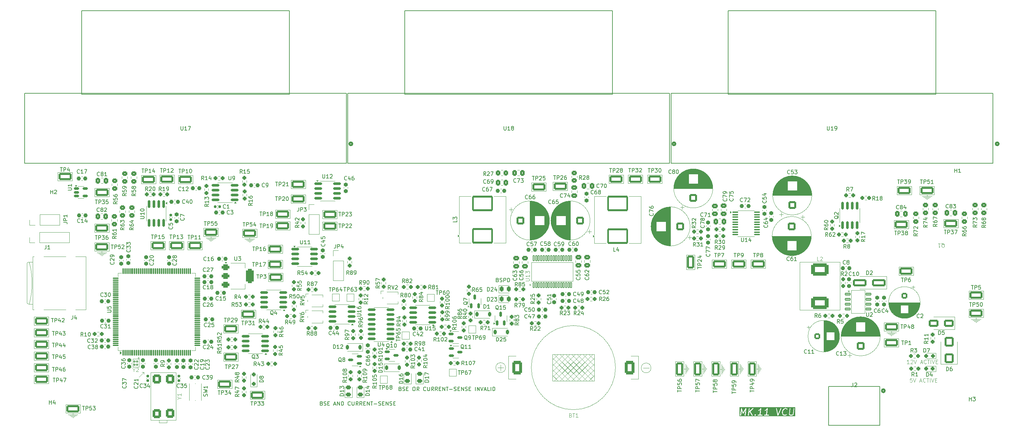
<source format=gbr>
%TF.GenerationSoftware,KiCad,Pcbnew,9.0.7*%
%TF.CreationDate,2026-02-10T04:26:09-08:00*%
%TF.ProjectId,VCU_v2,5643555f-7632-42e6-9b69-6361645f7063,rev?*%
%TF.SameCoordinates,Original*%
%TF.FileFunction,Legend,Top*%
%TF.FilePolarity,Positive*%
%FSLAX46Y46*%
G04 Gerber Fmt 4.6, Leading zero omitted, Abs format (unit mm)*
G04 Created by KiCad (PCBNEW 9.0.7) date 2026-02-10 04:26:09*
%MOMM*%
%LPD*%
G01*
G04 APERTURE LIST*
G04 Aperture macros list*
%AMRoundRect*
0 Rectangle with rounded corners*
0 $1 Rounding radius*
0 $2 $3 $4 $5 $6 $7 $8 $9 X,Y pos of 4 corners*
0 Add a 4 corners polygon primitive as box body*
4,1,4,$2,$3,$4,$5,$6,$7,$8,$9,$2,$3,0*
0 Add four circle primitives for the rounded corners*
1,1,$1+$1,$2,$3*
1,1,$1+$1,$4,$5*
1,1,$1+$1,$6,$7*
1,1,$1+$1,$8,$9*
0 Add four rect primitives between the rounded corners*
20,1,$1+$1,$2,$3,$4,$5,0*
20,1,$1+$1,$4,$5,$6,$7,0*
20,1,$1+$1,$6,$7,$8,$9,0*
20,1,$1+$1,$8,$9,$2,$3,0*%
G04 Aperture macros list end*
%ADD10C,0.228600*%
%ADD11C,0.100000*%
%ADD12C,0.200000*%
%ADD13C,0.150000*%
%ADD14C,0.152400*%
%ADD15C,0.120000*%
%ADD16C,0.508000*%
%ADD17RoundRect,0.237500X0.250000X0.237500X-0.250000X0.237500X-0.250000X-0.237500X0.250000X-0.237500X0*%
%ADD18RoundRect,0.250000X1.000000X0.650000X-1.000000X0.650000X-1.000000X-0.650000X1.000000X-0.650000X0*%
%ADD19RoundRect,0.390000X-0.910000X-1.360000X0.910000X-1.360000X0.910000X1.360000X-0.910000X1.360000X0*%
%ADD20R,1.500000X1.500000*%
%ADD21RoundRect,0.237500X0.237500X-0.250000X0.237500X0.250000X-0.237500X0.250000X-0.237500X-0.250000X0*%
%ADD22RoundRect,0.250000X-1.450000X-0.650000X1.450000X-0.650000X1.450000X0.650000X-1.450000X0.650000X0*%
%ADD23RoundRect,0.375000X-0.625000X-0.375000X0.625000X-0.375000X0.625000X0.375000X-0.625000X0.375000X0*%
%ADD24RoundRect,0.500000X-0.500000X-1.400000X0.500000X-1.400000X0.500000X1.400000X-0.500000X1.400000X0*%
%ADD25RoundRect,0.250000X0.450000X-0.350000X0.450000X0.350000X-0.450000X0.350000X-0.450000X-0.350000X0*%
%ADD26RoundRect,0.237500X-0.250000X-0.237500X0.250000X-0.237500X0.250000X0.237500X-0.250000X0.237500X0*%
%ADD27C,3.600000*%
%ADD28C,5.700000*%
%ADD29RoundRect,0.250000X-0.337500X-0.475000X0.337500X-0.475000X0.337500X0.475000X-0.337500X0.475000X0*%
%ADD30RoundRect,0.237500X0.300000X0.237500X-0.300000X0.237500X-0.300000X-0.237500X0.300000X-0.237500X0*%
%ADD31RoundRect,0.150000X-0.512500X-0.150000X0.512500X-0.150000X0.512500X0.150000X-0.512500X0.150000X0*%
%ADD32RoundRect,0.250000X0.337500X0.475000X-0.337500X0.475000X-0.337500X-0.475000X0.337500X-0.475000X0*%
%ADD33RoundRect,0.250000X0.650000X-1.450000X0.650000X1.450000X-0.650000X1.450000X-0.650000X-1.450000X0*%
%ADD34RoundRect,0.067500X0.157500X-0.682500X0.157500X0.682500X-0.157500X0.682500X-0.157500X-0.682500X0*%
%ADD35RoundRect,0.067500X-0.157500X0.682500X-0.157500X-0.682500X0.157500X-0.682500X0.157500X0.682500X0*%
%ADD36RoundRect,0.150000X0.150000X-0.512500X0.150000X0.512500X-0.150000X0.512500X-0.150000X-0.512500X0*%
%ADD37RoundRect,0.237500X-0.237500X0.300000X-0.237500X-0.300000X0.237500X-0.300000X0.237500X0.300000X0*%
%ADD38RoundRect,0.162500X0.162500X-0.825000X0.162500X0.825000X-0.162500X0.825000X-0.162500X-0.825000X0*%
%ADD39RoundRect,0.250000X0.750000X0.750000X-0.750000X0.750000X-0.750000X-0.750000X0.750000X-0.750000X0*%
%ADD40C,2.000000*%
%ADD41RoundRect,0.100000X-0.637500X-0.100000X0.637500X-0.100000X0.637500X0.100000X-0.637500X0.100000X0*%
%ADD42C,4.851400*%
%ADD43C,2.108200*%
%ADD44RoundRect,0.250000X-0.550000X-0.550000X0.550000X-0.550000X0.550000X0.550000X-0.550000X0.550000X0*%
%ADD45C,1.600000*%
%ADD46RoundRect,0.250000X-0.550000X0.550000X-0.550000X-0.550000X0.550000X-0.550000X0.550000X0.550000X0*%
%ADD47R,1.000000X0.900000*%
%ADD48RoundRect,0.237500X-0.237500X0.250000X-0.237500X-0.250000X0.237500X-0.250000X0.237500X0.250000X0*%
%ADD49RoundRect,0.225000X-0.225000X-0.375000X0.225000X-0.375000X0.225000X0.375000X-0.225000X0.375000X0*%
%ADD50RoundRect,0.250000X0.900000X-1.000000X0.900000X1.000000X-0.900000X1.000000X-0.900000X-1.000000X0*%
%ADD51R,1.700000X1.700000*%
%ADD52C,1.700000*%
%ADD53RoundRect,0.155000X-0.155000X0.212500X-0.155000X-0.212500X0.155000X-0.212500X0.155000X0.212500X0*%
%ADD54RoundRect,0.250000X2.500000X-1.750000X2.500000X1.750000X-2.500000X1.750000X-2.500000X-1.750000X0*%
%ADD55R,1.200000X1.200000*%
%ADD56R,1.500000X1.600000*%
%ADD57RoundRect,0.237500X0.237500X-0.300000X0.237500X0.300000X-0.237500X0.300000X-0.237500X-0.300000X0*%
%ADD58RoundRect,0.237500X-0.300000X-0.237500X0.300000X-0.237500X0.300000X0.237500X-0.300000X0.237500X0*%
%ADD59RoundRect,0.250000X1.450000X0.650000X-1.450000X0.650000X-1.450000X-0.650000X1.450000X-0.650000X0*%
%ADD60RoundRect,0.162500X0.825000X0.162500X-0.825000X0.162500X-0.825000X-0.162500X0.825000X-0.162500X0*%
%ADD61C,1.574800*%
%ADD62RoundRect,0.237500X0.287500X0.237500X-0.287500X0.237500X-0.287500X-0.237500X0.287500X-0.237500X0*%
%ADD63RoundRect,0.090000X-0.685000X-0.210000X0.685000X-0.210000X0.685000X0.210000X-0.685000X0.210000X0*%
%ADD64RoundRect,0.155000X0.155000X-0.212500X0.155000X0.212500X-0.155000X0.212500X-0.155000X-0.212500X0*%
%ADD65RoundRect,0.250000X-0.750000X-0.750000X0.750000X-0.750000X0.750000X0.750000X-0.750000X0.750000X0*%
%ADD66RoundRect,0.250000X1.500000X0.650000X-1.500000X0.650000X-1.500000X-0.650000X1.500000X-0.650000X0*%
%ADD67RoundRect,0.330000X-0.770000X0.820000X-0.770000X-0.820000X0.770000X-0.820000X0.770000X0.820000X0*%
%ADD68RoundRect,0.243750X0.456250X-0.243750X0.456250X0.243750X-0.456250X0.243750X-0.456250X-0.243750X0*%
%ADD69RoundRect,0.250000X0.750000X-0.750000X0.750000X0.750000X-0.750000X0.750000X-0.750000X-0.750000X0*%
%ADD70RoundRect,0.155000X-0.212500X-0.155000X0.212500X-0.155000X0.212500X0.155000X-0.212500X0.155000X0*%
%ADD71RoundRect,0.250000X0.250000X-0.250000X0.250000X0.250000X-0.250000X0.250000X-0.250000X-0.250000X0*%
%ADD72RoundRect,0.150000X0.512500X0.150000X-0.512500X0.150000X-0.512500X-0.150000X0.512500X-0.150000X0*%
%ADD73RoundRect,0.495000X-1.755000X-1.155000X1.755000X-1.155000X1.755000X1.155000X-1.755000X1.155000X0*%
%ADD74RoundRect,0.250000X0.475000X-0.337500X0.475000X0.337500X-0.475000X0.337500X-0.475000X-0.337500X0*%
%ADD75RoundRect,0.250000X-0.475000X0.337500X-0.475000X-0.337500X0.475000X-0.337500X0.475000X0.337500X0*%
%ADD76R,1.500000X0.800000*%
%ADD77R,2.000000X1.450000*%
%ADD78RoundRect,0.243750X-0.243750X-0.456250X0.243750X-0.456250X0.243750X0.456250X-0.243750X0.456250X0*%
%ADD79RoundRect,0.150000X0.825000X0.150000X-0.825000X0.150000X-0.825000X-0.150000X0.825000X-0.150000X0*%
%ADD80RoundRect,0.075000X0.075000X-0.662500X0.075000X0.662500X-0.075000X0.662500X-0.075000X-0.662500X0*%
%ADD81RoundRect,0.075000X0.662500X-0.075000X0.662500X0.075000X-0.662500X0.075000X-0.662500X-0.075000X0*%
%ADD82RoundRect,0.150000X-0.825000X-0.150000X0.825000X-0.150000X0.825000X0.150000X-0.825000X0.150000X0*%
%ADD83RoundRect,0.250000X-0.750000X0.750000X-0.750000X-0.750000X0.750000X-0.750000X0.750000X0.750000X0*%
%ADD84RoundRect,0.070500X0.164500X-0.189500X0.164500X0.189500X-0.164500X0.189500X-0.164500X-0.189500X0*%
%ADD85RoundRect,0.250000X0.350000X0.450000X-0.350000X0.450000X-0.350000X-0.450000X0.350000X-0.450000X0*%
%ADD86R,10.670000X9.450000*%
%ADD87R,1.050000X3.800000*%
%ADD88RoundRect,0.150000X-0.150000X0.825000X-0.150000X-0.825000X0.150000X-0.825000X0.150000X0.825000X0*%
%ADD89RoundRect,0.225000X0.225000X0.375000X-0.225000X0.375000X-0.225000X-0.375000X0.225000X-0.375000X0*%
%ADD90RoundRect,0.250000X-0.450000X0.350000X-0.450000X-0.350000X0.450000X-0.350000X0.450000X0.350000X0*%
G04 APERTURE END LIST*
D10*
G36*
X228062455Y-115017375D02*
G01*
X213501085Y-115017375D01*
X213501085Y-114713741D01*
X213698641Y-114713741D01*
X213710465Y-114756743D01*
X213737845Y-114791946D01*
X213776613Y-114813991D01*
X213820867Y-114819523D01*
X213863869Y-114807699D01*
X213899072Y-114780319D01*
X213921117Y-114741551D01*
X213926062Y-114719696D01*
X214086876Y-113433183D01*
X214360650Y-114234474D01*
X214365017Y-114244063D01*
X214365765Y-114246976D01*
X214367238Y-114248939D01*
X214369938Y-114254866D01*
X214381782Y-114268317D01*
X214392535Y-114282645D01*
X214396422Y-114284945D01*
X214399410Y-114288338D01*
X214415502Y-114296234D01*
X214430918Y-114305355D01*
X214435390Y-114305992D01*
X214439447Y-114307983D01*
X214457330Y-114309119D01*
X214475069Y-114311648D01*
X214479444Y-114310525D01*
X214483955Y-114310812D01*
X214500918Y-114305016D01*
X214518268Y-114300565D01*
X214521879Y-114297854D01*
X214526157Y-114296393D01*
X214539610Y-114284547D01*
X214553937Y-114273795D01*
X214557784Y-114268545D01*
X214559629Y-114266921D01*
X214560954Y-114264219D01*
X214567182Y-114255722D01*
X215038611Y-113458940D01*
X214884561Y-114691342D01*
X214883974Y-114713741D01*
X214895798Y-114756743D01*
X214923178Y-114791946D01*
X214961946Y-114813991D01*
X215006200Y-114819523D01*
X215049202Y-114807699D01*
X215084405Y-114780319D01*
X215106450Y-114741551D01*
X215111395Y-114719696D01*
X215112139Y-114713741D01*
X215730641Y-114713741D01*
X215742465Y-114756743D01*
X215769845Y-114791946D01*
X215808613Y-114813991D01*
X215852867Y-114819523D01*
X215895869Y-114807699D01*
X215931072Y-114780319D01*
X215953117Y-114741551D01*
X215958062Y-114719696D01*
X216047977Y-114000374D01*
X216200440Y-113864851D01*
X216763719Y-114766098D01*
X216777400Y-114783844D01*
X216813710Y-114809738D01*
X216857165Y-114819767D01*
X216901151Y-114812402D01*
X216938970Y-114788765D01*
X216964864Y-114752455D01*
X216974892Y-114708999D01*
X216967528Y-114665014D01*
X216957571Y-114644940D01*
X216951762Y-114635646D01*
X217435222Y-114635646D01*
X217435367Y-114636076D01*
X217435341Y-114636530D01*
X217442512Y-114657201D01*
X217449511Y-114677893D01*
X217449861Y-114678382D01*
X217449959Y-114678665D01*
X217450489Y-114679262D01*
X217462542Y-114696121D01*
X217536626Y-114780787D01*
X217546038Y-114789622D01*
X217547846Y-114791946D01*
X217549541Y-114792909D01*
X217552963Y-114796122D01*
X217553370Y-114796323D01*
X217553672Y-114796663D01*
X217570424Y-114804785D01*
X217586614Y-114813992D01*
X217589939Y-114814407D01*
X217592939Y-114815891D01*
X217593390Y-114815921D01*
X217593801Y-114816120D01*
X217612388Y-114817213D01*
X217630867Y-114819523D01*
X217634095Y-114818635D01*
X217637438Y-114818858D01*
X217637868Y-114818712D01*
X217638322Y-114818739D01*
X217655917Y-114812634D01*
X217673869Y-114807698D01*
X217676512Y-114805642D01*
X217679685Y-114804569D01*
X217680026Y-114804269D01*
X217680456Y-114804121D01*
X217698581Y-114790948D01*
X217793832Y-114706282D01*
X217807896Y-114691062D01*
X217808498Y-114690536D01*
X217808630Y-114690268D01*
X217809039Y-114689826D01*
X217812242Y-114683220D01*
X218272541Y-114683220D01*
X218272541Y-114727818D01*
X218289608Y-114769021D01*
X218321143Y-114800556D01*
X218362346Y-114817623D01*
X218384645Y-114819819D01*
X219400645Y-114819819D01*
X219422944Y-114817623D01*
X219464147Y-114800556D01*
X219495682Y-114769021D01*
X219512749Y-114727818D01*
X219512749Y-114683220D01*
X219965874Y-114683220D01*
X219965874Y-114727818D01*
X219982941Y-114769021D01*
X220014476Y-114800556D01*
X220055679Y-114817623D01*
X220077978Y-114819819D01*
X221093978Y-114819819D01*
X221116277Y-114817623D01*
X221157480Y-114800556D01*
X221189015Y-114769021D01*
X221206082Y-114727818D01*
X221206082Y-114683220D01*
X221189015Y-114642017D01*
X221157480Y-114610482D01*
X221116277Y-114593415D01*
X221093978Y-114591219D01*
X220715455Y-114591219D01*
X220921645Y-112941696D01*
X220921736Y-112938199D01*
X220922157Y-112936721D01*
X220921845Y-112934042D01*
X220921989Y-112928553D01*
X223064599Y-112928553D01*
X223066998Y-112950831D01*
X223437414Y-114728831D01*
X223444111Y-114750213D01*
X223448977Y-114757355D01*
X223451986Y-114765455D01*
X223461417Y-114775613D01*
X223469223Y-114787069D01*
X223476450Y-114791804D01*
X223482331Y-114798138D01*
X223494933Y-114803913D01*
X223506527Y-114811510D01*
X223515017Y-114813118D01*
X223522874Y-114816720D01*
X223536728Y-114817233D01*
X223550345Y-114819814D01*
X223558804Y-114818051D01*
X223567441Y-114818372D01*
X223580433Y-114813546D01*
X223594005Y-114810719D01*
X223601147Y-114805852D01*
X223609247Y-114802844D01*
X223619405Y-114793412D01*
X223630861Y-114785607D01*
X223635596Y-114778379D01*
X223641930Y-114772499D01*
X223653217Y-114753143D01*
X224028063Y-113935297D01*
X224631224Y-113935297D01*
X224631439Y-113943519D01*
X224631224Y-113951741D01*
X224631700Y-113953473D01*
X224631811Y-113957696D01*
X224674144Y-114296364D01*
X224674811Y-114299312D01*
X224674765Y-114300669D01*
X224677094Y-114309404D01*
X224679089Y-114318218D01*
X224679759Y-114319397D01*
X224680539Y-114322319D01*
X224744039Y-114491653D01*
X224751260Y-114506340D01*
X224752010Y-114508558D01*
X224753099Y-114510082D01*
X224753925Y-114511761D01*
X224755520Y-114513468D01*
X224765041Y-114526786D01*
X224913208Y-114696120D01*
X224929545Y-114711455D01*
X224935976Y-114714635D01*
X224941338Y-114719409D01*
X224961678Y-114728809D01*
X225205095Y-114813475D01*
X225217625Y-114816496D01*
X225220346Y-114817623D01*
X225223647Y-114817948D01*
X225226878Y-114818727D01*
X225229821Y-114818556D01*
X225242645Y-114819819D01*
X225411978Y-114819819D01*
X225421933Y-114818838D01*
X225424906Y-114819086D01*
X225429551Y-114818088D01*
X225434277Y-114817623D01*
X225437032Y-114816481D01*
X225446814Y-114814381D01*
X225711396Y-114729715D01*
X225731965Y-114720828D01*
X225733041Y-114719917D01*
X225734373Y-114719455D01*
X225752498Y-114706282D01*
X225847748Y-114621615D01*
X225862955Y-114605159D01*
X225882412Y-114565029D01*
X225885031Y-114520509D01*
X225870413Y-114478375D01*
X225840783Y-114445042D01*
X225800654Y-114425585D01*
X225756133Y-114422966D01*
X225713999Y-114437584D01*
X225695874Y-114450758D01*
X225618695Y-114519360D01*
X225394136Y-114591219D01*
X225261955Y-114591219D01*
X225065335Y-114522830D01*
X224950777Y-114391905D01*
X224944466Y-114375075D01*
X226440974Y-114375075D01*
X226442359Y-114380113D01*
X226442182Y-114385336D01*
X226447956Y-114406986D01*
X226511456Y-114576320D01*
X226518677Y-114591007D01*
X226519427Y-114593225D01*
X226520516Y-114594749D01*
X226521342Y-114596428D01*
X226522937Y-114598135D01*
X226532458Y-114611453D01*
X226606541Y-114696119D01*
X226618696Y-114707530D01*
X226620131Y-114709275D01*
X226621594Y-114710250D01*
X226622877Y-114711455D01*
X226624901Y-114712456D01*
X226638773Y-114721706D01*
X226797523Y-114806372D01*
X226818232Y-114814928D01*
X226823822Y-114815473D01*
X226829012Y-114817623D01*
X226851311Y-114819819D01*
X227189978Y-114819819D01*
X227212277Y-114817623D01*
X227214802Y-114816576D01*
X227217535Y-114816448D01*
X227238646Y-114808940D01*
X227418563Y-114724274D01*
X227425155Y-114720340D01*
X227427707Y-114719455D01*
X227432607Y-114715893D01*
X227437805Y-114712792D01*
X227439621Y-114710795D01*
X227445832Y-114706282D01*
X227541082Y-114621615D01*
X227546211Y-114616064D01*
X227548391Y-114614510D01*
X227552131Y-114609657D01*
X227556289Y-114605159D01*
X227557456Y-114602750D01*
X227562071Y-114596765D01*
X227667904Y-114427432D01*
X227677860Y-114407359D01*
X227678258Y-114404980D01*
X227679450Y-114402885D01*
X227684395Y-114381030D01*
X227864312Y-112941696D01*
X227864899Y-112919297D01*
X227853075Y-112876296D01*
X227825695Y-112841093D01*
X227786927Y-112819047D01*
X227742673Y-112813515D01*
X227699671Y-112825340D01*
X227664468Y-112852720D01*
X227642423Y-112891488D01*
X227637478Y-112913342D01*
X227460688Y-114327656D01*
X227376926Y-114461674D01*
X227306292Y-114524459D01*
X227164428Y-114591219D01*
X226879886Y-114591219D01*
X226764807Y-114529844D01*
X226718194Y-114476572D01*
X226671887Y-114353087D01*
X226848312Y-112941696D01*
X226848899Y-112919297D01*
X226837075Y-112876296D01*
X226809695Y-112841093D01*
X226770927Y-112819047D01*
X226726673Y-112813515D01*
X226683671Y-112825340D01*
X226648468Y-112852720D01*
X226626423Y-112891488D01*
X226621478Y-112913342D01*
X226441561Y-114352676D01*
X226440974Y-114375075D01*
X224944466Y-114375075D01*
X224899308Y-114254655D01*
X224860417Y-113943519D01*
X224888725Y-113717050D01*
X225006978Y-113401712D01*
X225098028Y-113256032D01*
X225258176Y-113113678D01*
X225482737Y-113041819D01*
X225614917Y-113041819D01*
X225811536Y-113110208D01*
X225865708Y-113172119D01*
X225882044Y-113187455D01*
X225922021Y-113207225D01*
X225966519Y-113210192D01*
X226008767Y-113195904D01*
X226042330Y-113166536D01*
X226062100Y-113126559D01*
X226065067Y-113082061D01*
X226050779Y-113039814D01*
X226037748Y-113021586D01*
X225963665Y-112936919D01*
X225947328Y-112921584D01*
X225940894Y-112918402D01*
X225935534Y-112913630D01*
X225915195Y-112904230D01*
X225671778Y-112819563D01*
X225659247Y-112816541D01*
X225656527Y-112815415D01*
X225653225Y-112815089D01*
X225649995Y-112814311D01*
X225647051Y-112814481D01*
X225634228Y-112813219D01*
X225464895Y-112813219D01*
X225454940Y-112814199D01*
X225451967Y-112813952D01*
X225447321Y-112814949D01*
X225442596Y-112815415D01*
X225439840Y-112816556D01*
X225430059Y-112818657D01*
X225165475Y-112903324D01*
X225144906Y-112912212D01*
X225143830Y-112913122D01*
X225142500Y-112913584D01*
X225124374Y-112926757D01*
X224933874Y-113096090D01*
X224928744Y-113101640D01*
X224926565Y-113103195D01*
X224922823Y-113108047D01*
X224918667Y-113112546D01*
X224917499Y-113114954D01*
X224912884Y-113120941D01*
X224807052Y-113290274D01*
X224806933Y-113290513D01*
X224806842Y-113290611D01*
X224802021Y-113300415D01*
X224797095Y-113310348D01*
X224797072Y-113310481D01*
X224796956Y-113310719D01*
X224669956Y-113649386D01*
X224669176Y-113652307D01*
X224668506Y-113653487D01*
X224666512Y-113662298D01*
X224664182Y-113671036D01*
X224664228Y-113672393D01*
X224663561Y-113675342D01*
X224631811Y-113929342D01*
X224631700Y-113933564D01*
X224631224Y-113935297D01*
X224028063Y-113935297D01*
X224468134Y-112975143D01*
X224475429Y-112953957D01*
X224477081Y-112909389D01*
X224461553Y-112867583D01*
X224431208Y-112834900D01*
X224390665Y-112816318D01*
X224346098Y-112814666D01*
X224304292Y-112830194D01*
X224271609Y-112860539D01*
X224260322Y-112879896D01*
X223590287Y-114341788D01*
X223290792Y-112904207D01*
X223284095Y-112882825D01*
X223258983Y-112845969D01*
X223221679Y-112821528D01*
X223177861Y-112813223D01*
X223134201Y-112822319D01*
X223097345Y-112847431D01*
X223072904Y-112884735D01*
X223064599Y-112928553D01*
X220921989Y-112928553D01*
X220922232Y-112919297D01*
X220918591Y-112906056D01*
X220917006Y-112892422D01*
X220912735Y-112884759D01*
X220910408Y-112876295D01*
X220901973Y-112865450D01*
X220895294Y-112853466D01*
X220888419Y-112848023D01*
X220883028Y-112841092D01*
X220871083Y-112834299D01*
X220860327Y-112825784D01*
X220851892Y-112823386D01*
X220844260Y-112819046D01*
X220830630Y-112817342D01*
X220817429Y-112813590D01*
X220808714Y-112814603D01*
X220800006Y-112813515D01*
X220786766Y-112817155D01*
X220773130Y-112818741D01*
X220765466Y-112823012D01*
X220757004Y-112825339D01*
X220746162Y-112833771D01*
X220734174Y-112840453D01*
X220723931Y-112851061D01*
X220721801Y-112852719D01*
X220721040Y-112854056D01*
X220718611Y-112856573D01*
X220523737Y-113102730D01*
X220353042Y-113254459D01*
X220188060Y-113332098D01*
X220168818Y-113343580D01*
X220138804Y-113376566D01*
X220123698Y-113418527D01*
X220125799Y-113463076D01*
X220144789Y-113503429D01*
X220177775Y-113533443D01*
X220219736Y-113548549D01*
X220264285Y-113546448D01*
X220285396Y-113538940D01*
X220465313Y-113454274D01*
X220471905Y-113450340D01*
X220474457Y-113449455D01*
X220479357Y-113445893D01*
X220484555Y-113442792D01*
X220486371Y-113440795D01*
X220492582Y-113436282D01*
X220646551Y-113299419D01*
X220485076Y-114591219D01*
X220077978Y-114591219D01*
X220055679Y-114593415D01*
X220014476Y-114610482D01*
X219982941Y-114642017D01*
X219965874Y-114683220D01*
X219512749Y-114683220D01*
X219495682Y-114642017D01*
X219464147Y-114610482D01*
X219422944Y-114593415D01*
X219400645Y-114591219D01*
X219022122Y-114591219D01*
X219228312Y-112941696D01*
X219228403Y-112938199D01*
X219228824Y-112936721D01*
X219228512Y-112934042D01*
X219228899Y-112919297D01*
X219225258Y-112906056D01*
X219223673Y-112892422D01*
X219219402Y-112884759D01*
X219217075Y-112876295D01*
X219208640Y-112865450D01*
X219201961Y-112853466D01*
X219195086Y-112848023D01*
X219189695Y-112841092D01*
X219177750Y-112834299D01*
X219166994Y-112825784D01*
X219158559Y-112823386D01*
X219150927Y-112819046D01*
X219137297Y-112817342D01*
X219124096Y-112813590D01*
X219115381Y-112814603D01*
X219106673Y-112813515D01*
X219093433Y-112817155D01*
X219079797Y-112818741D01*
X219072133Y-112823012D01*
X219063671Y-112825339D01*
X219052829Y-112833771D01*
X219040841Y-112840453D01*
X219030598Y-112851061D01*
X219028468Y-112852719D01*
X219027707Y-112854056D01*
X219025278Y-112856573D01*
X218830404Y-113102730D01*
X218659709Y-113254459D01*
X218494727Y-113332098D01*
X218475485Y-113343580D01*
X218445471Y-113376566D01*
X218430365Y-113418527D01*
X218432466Y-113463076D01*
X218451456Y-113503429D01*
X218484442Y-113533443D01*
X218526403Y-113548549D01*
X218570952Y-113546448D01*
X218592063Y-113538940D01*
X218771980Y-113454274D01*
X218778572Y-113450340D01*
X218781124Y-113449455D01*
X218786024Y-113445893D01*
X218791222Y-113442792D01*
X218793038Y-113440795D01*
X218799249Y-113436282D01*
X218953218Y-113299419D01*
X218791743Y-114591219D01*
X218384645Y-114591219D01*
X218362346Y-114593415D01*
X218321143Y-114610482D01*
X218289608Y-114642017D01*
X218272541Y-114683220D01*
X217812242Y-114683220D01*
X217818570Y-114670167D01*
X217828267Y-114650559D01*
X217828297Y-114650106D01*
X217828496Y-114649696D01*
X217829781Y-114627848D01*
X217831234Y-114606060D01*
X217831088Y-114605629D01*
X217831115Y-114605176D01*
X217823951Y-114584526D01*
X217816946Y-114563813D01*
X217816595Y-114563322D01*
X217816498Y-114563042D01*
X217815970Y-114562448D01*
X217803914Y-114545586D01*
X217729830Y-114460919D01*
X217720416Y-114452081D01*
X217718610Y-114449759D01*
X217716916Y-114448795D01*
X217713494Y-114445583D01*
X217713083Y-114445379D01*
X217712783Y-114445042D01*
X217696036Y-114436922D01*
X217679842Y-114427713D01*
X217676519Y-114427297D01*
X217673517Y-114425813D01*
X217673061Y-114425782D01*
X217672654Y-114425585D01*
X217654068Y-114424491D01*
X217635589Y-114422182D01*
X217632360Y-114423069D01*
X217629019Y-114422847D01*
X217628587Y-114422992D01*
X217628133Y-114422966D01*
X217610542Y-114429068D01*
X217592587Y-114434006D01*
X217589943Y-114436062D01*
X217586771Y-114437135D01*
X217586427Y-114437435D01*
X217585999Y-114437584D01*
X217567874Y-114450758D01*
X217472624Y-114535424D01*
X217458554Y-114550648D01*
X217457958Y-114551171D01*
X217457826Y-114551436D01*
X217457417Y-114551880D01*
X217447886Y-114571536D01*
X217438188Y-114591148D01*
X217438157Y-114591602D01*
X217437960Y-114592010D01*
X217436678Y-114613798D01*
X217435222Y-114635646D01*
X216951762Y-114635646D01*
X216373738Y-113710808D01*
X217158832Y-113012948D01*
X217174040Y-112996492D01*
X217193496Y-112956362D01*
X217196115Y-112911842D01*
X217181498Y-112869707D01*
X217151868Y-112836374D01*
X217111738Y-112816918D01*
X217067218Y-112814299D01*
X217025084Y-112828916D01*
X217006959Y-112842090D01*
X216090988Y-113656285D01*
X216180312Y-112941696D01*
X216180899Y-112919297D01*
X216169075Y-112876295D01*
X216141695Y-112841092D01*
X216102927Y-112819046D01*
X216058673Y-112813515D01*
X216015671Y-112825339D01*
X215980468Y-112852719D01*
X215958423Y-112891487D01*
X215953478Y-112913342D01*
X215731228Y-114691342D01*
X215730641Y-114713741D01*
X215112139Y-114713741D01*
X215333645Y-112941696D01*
X215334140Y-112922776D01*
X215334357Y-112921260D01*
X215334196Y-112920635D01*
X215334232Y-112919297D01*
X215328581Y-112898748D01*
X215323275Y-112878062D01*
X215322673Y-112877260D01*
X215322408Y-112876295D01*
X215309305Y-112859448D01*
X215296504Y-112842392D01*
X215295642Y-112841882D01*
X215295028Y-112841092D01*
X215276455Y-112830530D01*
X215258121Y-112819683D01*
X215257132Y-112819542D01*
X215256260Y-112819046D01*
X215235078Y-112816398D01*
X215213970Y-112813390D01*
X215212998Y-112813639D01*
X215212006Y-112813515D01*
X215191451Y-112819166D01*
X215170771Y-112824472D01*
X215169969Y-112825073D01*
X215169004Y-112825339D01*
X215152143Y-112838452D01*
X215135102Y-112851243D01*
X215134310Y-112852322D01*
X215133801Y-112852719D01*
X215133041Y-112854054D01*
X215121857Y-112869316D01*
X214496764Y-113925809D01*
X214143056Y-112890564D01*
X214137864Y-112879166D01*
X214137075Y-112876295D01*
X214135823Y-112874686D01*
X214133768Y-112870173D01*
X214121300Y-112856013D01*
X214109695Y-112841092D01*
X214106625Y-112839346D01*
X214104296Y-112836701D01*
X214087356Y-112828388D01*
X214070927Y-112819046D01*
X214067424Y-112818608D01*
X214064259Y-112817055D01*
X214045411Y-112815857D01*
X214026673Y-112813515D01*
X214023273Y-112814449D01*
X214019751Y-112814226D01*
X214001882Y-112820331D01*
X213983671Y-112825339D01*
X213980884Y-112827506D01*
X213977549Y-112828646D01*
X213963389Y-112841113D01*
X213948468Y-112852719D01*
X213946722Y-112855788D01*
X213944077Y-112858118D01*
X213935761Y-112875065D01*
X213926423Y-112891487D01*
X213925327Y-112896327D01*
X213924431Y-112898155D01*
X213924242Y-112901125D01*
X213921478Y-112913342D01*
X213699228Y-114691342D01*
X213698641Y-114713741D01*
X213501085Y-114713741D01*
X213501085Y-112615663D01*
X228062455Y-112615663D01*
X228062455Y-115017375D01*
G37*
D11*
X46784327Y-73010286D02*
X47038327Y-73010286D01*
X214181501Y-103110892D02*
X214181501Y-102094892D01*
X84634648Y-68887924D02*
X86412648Y-68887924D01*
X199449501Y-102602892D02*
X199449501Y-103872892D01*
X213927501Y-103491892D02*
X213927501Y-101713892D01*
X253197898Y-93118786D02*
X251927898Y-93118786D01*
X262515466Y-57051520D02*
X262515466Y-57475520D01*
X57917538Y-103476432D02*
X57917538Y-103984432D01*
X262007466Y-57983520D02*
X263023466Y-57983520D01*
X38506114Y-114815000D02*
X40284114Y-114815000D01*
X74155349Y-68418838D02*
X76695349Y-68418838D01*
X84253648Y-68633924D02*
X86793648Y-68633924D01*
X204148501Y-102602892D02*
X204148501Y-103872892D01*
X85523648Y-68633924D02*
X84253648Y-68633924D01*
X218880501Y-103110892D02*
X218880501Y-102094892D01*
X261245466Y-57475520D02*
X263785466Y-57475520D01*
X213249501Y-102602892D02*
X213673501Y-102602892D01*
X261626466Y-57729520D02*
X263404466Y-57729520D01*
X253070898Y-93880786D02*
X253324898Y-93880786D01*
X39268114Y-115323000D02*
X39522114Y-115323000D01*
X200211501Y-102729892D02*
X200211501Y-102475892D01*
X46911327Y-72248286D02*
X45641327Y-72248286D01*
X275351077Y-89210020D02*
X275351077Y-89634020D01*
X204656501Y-103110892D02*
X204656501Y-102094892D01*
X57917538Y-103984432D02*
X57917538Y-103476432D01*
X57917538Y-103476432D02*
X57409538Y-103476432D01*
X218372501Y-102602892D02*
X218372501Y-103872892D01*
X204910501Y-102729892D02*
X204910501Y-102475892D01*
X85015648Y-69141924D02*
X86031648Y-69141924D01*
X38125114Y-114561000D02*
X40665114Y-114561000D01*
X208423501Y-102729892D02*
X208847501Y-102729892D01*
X217948501Y-102602892D02*
X218372501Y-102602892D01*
X274843077Y-90142020D02*
X275859077Y-90142020D01*
X262515466Y-57475520D02*
X261245466Y-57475520D01*
X75298349Y-69180838D02*
X75552349Y-69180838D01*
X203724501Y-102602892D02*
X204148501Y-102602892D01*
X39395114Y-114561000D02*
X38125114Y-114561000D01*
X204402501Y-103491892D02*
X204402501Y-101713892D01*
X275224077Y-90396020D02*
X275478077Y-90396020D01*
X199703501Y-103491892D02*
X199703501Y-101713892D01*
X208847501Y-102729892D02*
X208847501Y-103999892D01*
X218626501Y-103491892D02*
X218626501Y-101713892D01*
X275351077Y-89634020D02*
X274081077Y-89634020D01*
X74917349Y-68926838D02*
X75933349Y-68926838D01*
X253197898Y-92694786D02*
X253197898Y-93118786D01*
X218372501Y-103872892D02*
X218372501Y-101332892D01*
X213673501Y-102602892D02*
X213673501Y-103872892D01*
X252689898Y-93626786D02*
X253705898Y-93626786D01*
X209609501Y-102856892D02*
X209609501Y-102602892D01*
X46911327Y-71824286D02*
X46911327Y-72248286D01*
X252308898Y-93372786D02*
X254086898Y-93372786D01*
X199957501Y-103110892D02*
X199957501Y-102094892D01*
X56647538Y-104746432D02*
X57917538Y-103476432D01*
X251927898Y-93118786D02*
X254467898Y-93118786D01*
X85396648Y-69395924D02*
X85650648Y-69395924D01*
X209355501Y-103237892D02*
X209355501Y-102221892D01*
X85523648Y-68209924D02*
X85523648Y-68633924D01*
X204148501Y-103872892D02*
X204148501Y-101332892D01*
X213673501Y-103872892D02*
X213673501Y-101332892D01*
X38887114Y-115069000D02*
X39903114Y-115069000D01*
X199449501Y-103872892D02*
X199449501Y-101332892D01*
X46403327Y-72756286D02*
X47419327Y-72756286D01*
X274081077Y-89634020D02*
X276621077Y-89634020D01*
X208847501Y-103999892D02*
X208847501Y-101459892D01*
X45641327Y-72248286D02*
X48181327Y-72248286D01*
X39395114Y-114137000D02*
X39395114Y-114561000D01*
X214435501Y-102729892D02*
X214435501Y-102475892D01*
X219134501Y-102729892D02*
X219134501Y-102475892D01*
X274462077Y-89888020D02*
X276240077Y-89888020D01*
X46022327Y-72502286D02*
X47800327Y-72502286D01*
X75425349Y-68418838D02*
X74155349Y-68418838D01*
X74536349Y-68672838D02*
X76314349Y-68672838D01*
X209101501Y-103618892D02*
X209101501Y-101840892D01*
X199025501Y-102602892D02*
X199449501Y-102602892D01*
X262388466Y-58237520D02*
X262642466Y-58237520D01*
X75425349Y-67994838D02*
X75425349Y-68418838D01*
D12*
X150309006Y-79353409D02*
X150451863Y-79401028D01*
X150451863Y-79401028D02*
X150499482Y-79448647D01*
X150499482Y-79448647D02*
X150547101Y-79543885D01*
X150547101Y-79543885D02*
X150547101Y-79686742D01*
X150547101Y-79686742D02*
X150499482Y-79781980D01*
X150499482Y-79781980D02*
X150451863Y-79829600D01*
X150451863Y-79829600D02*
X150356625Y-79877219D01*
X150356625Y-79877219D02*
X149975673Y-79877219D01*
X149975673Y-79877219D02*
X149975673Y-78877219D01*
X149975673Y-78877219D02*
X150309006Y-78877219D01*
X150309006Y-78877219D02*
X150404244Y-78924838D01*
X150404244Y-78924838D02*
X150451863Y-78972457D01*
X150451863Y-78972457D02*
X150499482Y-79067695D01*
X150499482Y-79067695D02*
X150499482Y-79162933D01*
X150499482Y-79162933D02*
X150451863Y-79258171D01*
X150451863Y-79258171D02*
X150404244Y-79305790D01*
X150404244Y-79305790D02*
X150309006Y-79353409D01*
X150309006Y-79353409D02*
X149975673Y-79353409D01*
X150928054Y-79829600D02*
X151070911Y-79877219D01*
X151070911Y-79877219D02*
X151309006Y-79877219D01*
X151309006Y-79877219D02*
X151404244Y-79829600D01*
X151404244Y-79829600D02*
X151451863Y-79781980D01*
X151451863Y-79781980D02*
X151499482Y-79686742D01*
X151499482Y-79686742D02*
X151499482Y-79591504D01*
X151499482Y-79591504D02*
X151451863Y-79496266D01*
X151451863Y-79496266D02*
X151404244Y-79448647D01*
X151404244Y-79448647D02*
X151309006Y-79401028D01*
X151309006Y-79401028D02*
X151118530Y-79353409D01*
X151118530Y-79353409D02*
X151023292Y-79305790D01*
X151023292Y-79305790D02*
X150975673Y-79258171D01*
X150975673Y-79258171D02*
X150928054Y-79162933D01*
X150928054Y-79162933D02*
X150928054Y-79067695D01*
X150928054Y-79067695D02*
X150975673Y-78972457D01*
X150975673Y-78972457D02*
X151023292Y-78924838D01*
X151023292Y-78924838D02*
X151118530Y-78877219D01*
X151118530Y-78877219D02*
X151356625Y-78877219D01*
X151356625Y-78877219D02*
X151499482Y-78924838D01*
X151928054Y-79877219D02*
X151928054Y-78877219D01*
X151928054Y-78877219D02*
X152309006Y-78877219D01*
X152309006Y-78877219D02*
X152404244Y-78924838D01*
X152404244Y-78924838D02*
X152451863Y-78972457D01*
X152451863Y-78972457D02*
X152499482Y-79067695D01*
X152499482Y-79067695D02*
X152499482Y-79210552D01*
X152499482Y-79210552D02*
X152451863Y-79305790D01*
X152451863Y-79305790D02*
X152404244Y-79353409D01*
X152404244Y-79353409D02*
X152309006Y-79401028D01*
X152309006Y-79401028D02*
X151928054Y-79401028D01*
X152928054Y-79877219D02*
X152928054Y-78877219D01*
X152928054Y-78877219D02*
X153166149Y-78877219D01*
X153166149Y-78877219D02*
X153309006Y-78924838D01*
X153309006Y-78924838D02*
X153404244Y-79020076D01*
X153404244Y-79020076D02*
X153451863Y-79115314D01*
X153451863Y-79115314D02*
X153499482Y-79305790D01*
X153499482Y-79305790D02*
X153499482Y-79448647D01*
X153499482Y-79448647D02*
X153451863Y-79639123D01*
X153451863Y-79639123D02*
X153404244Y-79734361D01*
X153404244Y-79734361D02*
X153309006Y-79829600D01*
X153309006Y-79829600D02*
X153166149Y-79877219D01*
X153166149Y-79877219D02*
X152928054Y-79877219D01*
D11*
X257875693Y-101218419D02*
X257304265Y-101218419D01*
X257589979Y-101218419D02*
X257589979Y-100218419D01*
X257589979Y-100218419D02*
X257494741Y-100361276D01*
X257494741Y-100361276D02*
X257399503Y-100456514D01*
X257399503Y-100456514D02*
X257304265Y-100504133D01*
X258256646Y-100313657D02*
X258304265Y-100266038D01*
X258304265Y-100266038D02*
X258399503Y-100218419D01*
X258399503Y-100218419D02*
X258637598Y-100218419D01*
X258637598Y-100218419D02*
X258732836Y-100266038D01*
X258732836Y-100266038D02*
X258780455Y-100313657D01*
X258780455Y-100313657D02*
X258828074Y-100408895D01*
X258828074Y-100408895D02*
X258828074Y-100504133D01*
X258828074Y-100504133D02*
X258780455Y-100646990D01*
X258780455Y-100646990D02*
X258209027Y-101218419D01*
X258209027Y-101218419D02*
X258828074Y-101218419D01*
X259113789Y-100218419D02*
X259447122Y-101218419D01*
X259447122Y-101218419D02*
X259780455Y-100218419D01*
X260828075Y-100932704D02*
X261304265Y-100932704D01*
X260732837Y-101218419D02*
X261066170Y-100218419D01*
X261066170Y-100218419D02*
X261399503Y-101218419D01*
X262304265Y-101123180D02*
X262256646Y-101170800D01*
X262256646Y-101170800D02*
X262113789Y-101218419D01*
X262113789Y-101218419D02*
X262018551Y-101218419D01*
X262018551Y-101218419D02*
X261875694Y-101170800D01*
X261875694Y-101170800D02*
X261780456Y-101075561D01*
X261780456Y-101075561D02*
X261732837Y-100980323D01*
X261732837Y-100980323D02*
X261685218Y-100789847D01*
X261685218Y-100789847D02*
X261685218Y-100646990D01*
X261685218Y-100646990D02*
X261732837Y-100456514D01*
X261732837Y-100456514D02*
X261780456Y-100361276D01*
X261780456Y-100361276D02*
X261875694Y-100266038D01*
X261875694Y-100266038D02*
X262018551Y-100218419D01*
X262018551Y-100218419D02*
X262113789Y-100218419D01*
X262113789Y-100218419D02*
X262256646Y-100266038D01*
X262256646Y-100266038D02*
X262304265Y-100313657D01*
X262589980Y-100218419D02*
X263161408Y-100218419D01*
X262875694Y-101218419D02*
X262875694Y-100218419D01*
X263494742Y-101218419D02*
X263494742Y-100218419D01*
X263828075Y-100218419D02*
X264161408Y-101218419D01*
X264161408Y-101218419D02*
X264494741Y-100218419D01*
X264828075Y-100694609D02*
X265161408Y-100694609D01*
X265304265Y-101218419D02*
X264828075Y-101218419D01*
X264828075Y-101218419D02*
X264828075Y-100218419D01*
X264828075Y-100218419D02*
X265304265Y-100218419D01*
X258590074Y-105044419D02*
X258113884Y-105044419D01*
X258113884Y-105044419D02*
X258066265Y-105520609D01*
X258066265Y-105520609D02*
X258113884Y-105472990D01*
X258113884Y-105472990D02*
X258209122Y-105425371D01*
X258209122Y-105425371D02*
X258447217Y-105425371D01*
X258447217Y-105425371D02*
X258542455Y-105472990D01*
X258542455Y-105472990D02*
X258590074Y-105520609D01*
X258590074Y-105520609D02*
X258637693Y-105615847D01*
X258637693Y-105615847D02*
X258637693Y-105853942D01*
X258637693Y-105853942D02*
X258590074Y-105949180D01*
X258590074Y-105949180D02*
X258542455Y-105996800D01*
X258542455Y-105996800D02*
X258447217Y-106044419D01*
X258447217Y-106044419D02*
X258209122Y-106044419D01*
X258209122Y-106044419D02*
X258113884Y-105996800D01*
X258113884Y-105996800D02*
X258066265Y-105949180D01*
X258923408Y-105044419D02*
X259256741Y-106044419D01*
X259256741Y-106044419D02*
X259590074Y-105044419D01*
X260637694Y-105758704D02*
X261113884Y-105758704D01*
X260542456Y-106044419D02*
X260875789Y-105044419D01*
X260875789Y-105044419D02*
X261209122Y-106044419D01*
X262113884Y-105949180D02*
X262066265Y-105996800D01*
X262066265Y-105996800D02*
X261923408Y-106044419D01*
X261923408Y-106044419D02*
X261828170Y-106044419D01*
X261828170Y-106044419D02*
X261685313Y-105996800D01*
X261685313Y-105996800D02*
X261590075Y-105901561D01*
X261590075Y-105901561D02*
X261542456Y-105806323D01*
X261542456Y-105806323D02*
X261494837Y-105615847D01*
X261494837Y-105615847D02*
X261494837Y-105472990D01*
X261494837Y-105472990D02*
X261542456Y-105282514D01*
X261542456Y-105282514D02*
X261590075Y-105187276D01*
X261590075Y-105187276D02*
X261685313Y-105092038D01*
X261685313Y-105092038D02*
X261828170Y-105044419D01*
X261828170Y-105044419D02*
X261923408Y-105044419D01*
X261923408Y-105044419D02*
X262066265Y-105092038D01*
X262066265Y-105092038D02*
X262113884Y-105139657D01*
X262399599Y-105044419D02*
X262971027Y-105044419D01*
X262685313Y-106044419D02*
X262685313Y-105044419D01*
X263304361Y-106044419D02*
X263304361Y-105044419D01*
X263637694Y-105044419D02*
X263971027Y-106044419D01*
X263971027Y-106044419D02*
X264304360Y-105044419D01*
X264637694Y-105520609D02*
X264971027Y-105520609D01*
X265113884Y-106044419D02*
X264637694Y-106044419D01*
X264637694Y-106044419D02*
X264637694Y-105044419D01*
X264637694Y-105044419D02*
X265113884Y-105044419D01*
D12*
X124909006Y-107801409D02*
X125051863Y-107849028D01*
X125051863Y-107849028D02*
X125099482Y-107896647D01*
X125099482Y-107896647D02*
X125147101Y-107991885D01*
X125147101Y-107991885D02*
X125147101Y-108134742D01*
X125147101Y-108134742D02*
X125099482Y-108229980D01*
X125099482Y-108229980D02*
X125051863Y-108277600D01*
X125051863Y-108277600D02*
X124956625Y-108325219D01*
X124956625Y-108325219D02*
X124575673Y-108325219D01*
X124575673Y-108325219D02*
X124575673Y-107325219D01*
X124575673Y-107325219D02*
X124909006Y-107325219D01*
X124909006Y-107325219D02*
X125004244Y-107372838D01*
X125004244Y-107372838D02*
X125051863Y-107420457D01*
X125051863Y-107420457D02*
X125099482Y-107515695D01*
X125099482Y-107515695D02*
X125099482Y-107610933D01*
X125099482Y-107610933D02*
X125051863Y-107706171D01*
X125051863Y-107706171D02*
X125004244Y-107753790D01*
X125004244Y-107753790D02*
X124909006Y-107801409D01*
X124909006Y-107801409D02*
X124575673Y-107801409D01*
X125528054Y-108277600D02*
X125670911Y-108325219D01*
X125670911Y-108325219D02*
X125909006Y-108325219D01*
X125909006Y-108325219D02*
X126004244Y-108277600D01*
X126004244Y-108277600D02*
X126051863Y-108229980D01*
X126051863Y-108229980D02*
X126099482Y-108134742D01*
X126099482Y-108134742D02*
X126099482Y-108039504D01*
X126099482Y-108039504D02*
X126051863Y-107944266D01*
X126051863Y-107944266D02*
X126004244Y-107896647D01*
X126004244Y-107896647D02*
X125909006Y-107849028D01*
X125909006Y-107849028D02*
X125718530Y-107801409D01*
X125718530Y-107801409D02*
X125623292Y-107753790D01*
X125623292Y-107753790D02*
X125575673Y-107706171D01*
X125575673Y-107706171D02*
X125528054Y-107610933D01*
X125528054Y-107610933D02*
X125528054Y-107515695D01*
X125528054Y-107515695D02*
X125575673Y-107420457D01*
X125575673Y-107420457D02*
X125623292Y-107372838D01*
X125623292Y-107372838D02*
X125718530Y-107325219D01*
X125718530Y-107325219D02*
X125956625Y-107325219D01*
X125956625Y-107325219D02*
X126099482Y-107372838D01*
X126528054Y-107801409D02*
X126861387Y-107801409D01*
X127004244Y-108325219D02*
X126528054Y-108325219D01*
X126528054Y-108325219D02*
X126528054Y-107325219D01*
X126528054Y-107325219D02*
X127004244Y-107325219D01*
X128385197Y-107325219D02*
X128575673Y-107325219D01*
X128575673Y-107325219D02*
X128670911Y-107372838D01*
X128670911Y-107372838D02*
X128766149Y-107468076D01*
X128766149Y-107468076D02*
X128813768Y-107658552D01*
X128813768Y-107658552D02*
X128813768Y-107991885D01*
X128813768Y-107991885D02*
X128766149Y-108182361D01*
X128766149Y-108182361D02*
X128670911Y-108277600D01*
X128670911Y-108277600D02*
X128575673Y-108325219D01*
X128575673Y-108325219D02*
X128385197Y-108325219D01*
X128385197Y-108325219D02*
X128289959Y-108277600D01*
X128289959Y-108277600D02*
X128194721Y-108182361D01*
X128194721Y-108182361D02*
X128147102Y-107991885D01*
X128147102Y-107991885D02*
X128147102Y-107658552D01*
X128147102Y-107658552D02*
X128194721Y-107468076D01*
X128194721Y-107468076D02*
X128289959Y-107372838D01*
X128289959Y-107372838D02*
X128385197Y-107325219D01*
X129813768Y-108325219D02*
X129480435Y-107849028D01*
X129242340Y-108325219D02*
X129242340Y-107325219D01*
X129242340Y-107325219D02*
X129623292Y-107325219D01*
X129623292Y-107325219D02*
X129718530Y-107372838D01*
X129718530Y-107372838D02*
X129766149Y-107420457D01*
X129766149Y-107420457D02*
X129813768Y-107515695D01*
X129813768Y-107515695D02*
X129813768Y-107658552D01*
X129813768Y-107658552D02*
X129766149Y-107753790D01*
X129766149Y-107753790D02*
X129718530Y-107801409D01*
X129718530Y-107801409D02*
X129623292Y-107849028D01*
X129623292Y-107849028D02*
X129242340Y-107849028D01*
X131575673Y-108229980D02*
X131528054Y-108277600D01*
X131528054Y-108277600D02*
X131385197Y-108325219D01*
X131385197Y-108325219D02*
X131289959Y-108325219D01*
X131289959Y-108325219D02*
X131147102Y-108277600D01*
X131147102Y-108277600D02*
X131051864Y-108182361D01*
X131051864Y-108182361D02*
X131004245Y-108087123D01*
X131004245Y-108087123D02*
X130956626Y-107896647D01*
X130956626Y-107896647D02*
X130956626Y-107753790D01*
X130956626Y-107753790D02*
X131004245Y-107563314D01*
X131004245Y-107563314D02*
X131051864Y-107468076D01*
X131051864Y-107468076D02*
X131147102Y-107372838D01*
X131147102Y-107372838D02*
X131289959Y-107325219D01*
X131289959Y-107325219D02*
X131385197Y-107325219D01*
X131385197Y-107325219D02*
X131528054Y-107372838D01*
X131528054Y-107372838D02*
X131575673Y-107420457D01*
X132004245Y-107325219D02*
X132004245Y-108134742D01*
X132004245Y-108134742D02*
X132051864Y-108229980D01*
X132051864Y-108229980D02*
X132099483Y-108277600D01*
X132099483Y-108277600D02*
X132194721Y-108325219D01*
X132194721Y-108325219D02*
X132385197Y-108325219D01*
X132385197Y-108325219D02*
X132480435Y-108277600D01*
X132480435Y-108277600D02*
X132528054Y-108229980D01*
X132528054Y-108229980D02*
X132575673Y-108134742D01*
X132575673Y-108134742D02*
X132575673Y-107325219D01*
X133623292Y-108325219D02*
X133289959Y-107849028D01*
X133051864Y-108325219D02*
X133051864Y-107325219D01*
X133051864Y-107325219D02*
X133432816Y-107325219D01*
X133432816Y-107325219D02*
X133528054Y-107372838D01*
X133528054Y-107372838D02*
X133575673Y-107420457D01*
X133575673Y-107420457D02*
X133623292Y-107515695D01*
X133623292Y-107515695D02*
X133623292Y-107658552D01*
X133623292Y-107658552D02*
X133575673Y-107753790D01*
X133575673Y-107753790D02*
X133528054Y-107801409D01*
X133528054Y-107801409D02*
X133432816Y-107849028D01*
X133432816Y-107849028D02*
X133051864Y-107849028D01*
X134623292Y-108325219D02*
X134289959Y-107849028D01*
X134051864Y-108325219D02*
X134051864Y-107325219D01*
X134051864Y-107325219D02*
X134432816Y-107325219D01*
X134432816Y-107325219D02*
X134528054Y-107372838D01*
X134528054Y-107372838D02*
X134575673Y-107420457D01*
X134575673Y-107420457D02*
X134623292Y-107515695D01*
X134623292Y-107515695D02*
X134623292Y-107658552D01*
X134623292Y-107658552D02*
X134575673Y-107753790D01*
X134575673Y-107753790D02*
X134528054Y-107801409D01*
X134528054Y-107801409D02*
X134432816Y-107849028D01*
X134432816Y-107849028D02*
X134051864Y-107849028D01*
X135051864Y-107801409D02*
X135385197Y-107801409D01*
X135528054Y-108325219D02*
X135051864Y-108325219D01*
X135051864Y-108325219D02*
X135051864Y-107325219D01*
X135051864Y-107325219D02*
X135528054Y-107325219D01*
X135956626Y-108325219D02*
X135956626Y-107325219D01*
X135956626Y-107325219D02*
X136528054Y-108325219D01*
X136528054Y-108325219D02*
X136528054Y-107325219D01*
X136861388Y-107325219D02*
X137432816Y-107325219D01*
X137147102Y-108325219D02*
X137147102Y-107325219D01*
X137766150Y-107944266D02*
X138528055Y-107944266D01*
X138956626Y-108277600D02*
X139099483Y-108325219D01*
X139099483Y-108325219D02*
X139337578Y-108325219D01*
X139337578Y-108325219D02*
X139432816Y-108277600D01*
X139432816Y-108277600D02*
X139480435Y-108229980D01*
X139480435Y-108229980D02*
X139528054Y-108134742D01*
X139528054Y-108134742D02*
X139528054Y-108039504D01*
X139528054Y-108039504D02*
X139480435Y-107944266D01*
X139480435Y-107944266D02*
X139432816Y-107896647D01*
X139432816Y-107896647D02*
X139337578Y-107849028D01*
X139337578Y-107849028D02*
X139147102Y-107801409D01*
X139147102Y-107801409D02*
X139051864Y-107753790D01*
X139051864Y-107753790D02*
X139004245Y-107706171D01*
X139004245Y-107706171D02*
X138956626Y-107610933D01*
X138956626Y-107610933D02*
X138956626Y-107515695D01*
X138956626Y-107515695D02*
X139004245Y-107420457D01*
X139004245Y-107420457D02*
X139051864Y-107372838D01*
X139051864Y-107372838D02*
X139147102Y-107325219D01*
X139147102Y-107325219D02*
X139385197Y-107325219D01*
X139385197Y-107325219D02*
X139528054Y-107372838D01*
X139956626Y-107801409D02*
X140289959Y-107801409D01*
X140432816Y-108325219D02*
X139956626Y-108325219D01*
X139956626Y-108325219D02*
X139956626Y-107325219D01*
X139956626Y-107325219D02*
X140432816Y-107325219D01*
X140861388Y-108325219D02*
X140861388Y-107325219D01*
X140861388Y-107325219D02*
X141432816Y-108325219D01*
X141432816Y-108325219D02*
X141432816Y-107325219D01*
X141861388Y-108277600D02*
X142004245Y-108325219D01*
X142004245Y-108325219D02*
X142242340Y-108325219D01*
X142242340Y-108325219D02*
X142337578Y-108277600D01*
X142337578Y-108277600D02*
X142385197Y-108229980D01*
X142385197Y-108229980D02*
X142432816Y-108134742D01*
X142432816Y-108134742D02*
X142432816Y-108039504D01*
X142432816Y-108039504D02*
X142385197Y-107944266D01*
X142385197Y-107944266D02*
X142337578Y-107896647D01*
X142337578Y-107896647D02*
X142242340Y-107849028D01*
X142242340Y-107849028D02*
X142051864Y-107801409D01*
X142051864Y-107801409D02*
X141956626Y-107753790D01*
X141956626Y-107753790D02*
X141909007Y-107706171D01*
X141909007Y-107706171D02*
X141861388Y-107610933D01*
X141861388Y-107610933D02*
X141861388Y-107515695D01*
X141861388Y-107515695D02*
X141909007Y-107420457D01*
X141909007Y-107420457D02*
X141956626Y-107372838D01*
X141956626Y-107372838D02*
X142051864Y-107325219D01*
X142051864Y-107325219D02*
X142289959Y-107325219D01*
X142289959Y-107325219D02*
X142432816Y-107372838D01*
X142861388Y-107801409D02*
X143194721Y-107801409D01*
X143337578Y-108325219D02*
X142861388Y-108325219D01*
X142861388Y-108325219D02*
X142861388Y-107325219D01*
X142861388Y-107325219D02*
X143337578Y-107325219D01*
X144528055Y-108325219D02*
X144528055Y-107325219D01*
X145004245Y-108325219D02*
X145004245Y-107325219D01*
X145004245Y-107325219D02*
X145575673Y-108325219D01*
X145575673Y-108325219D02*
X145575673Y-107325219D01*
X145909007Y-107325219D02*
X146242340Y-108325219D01*
X146242340Y-108325219D02*
X146575673Y-107325219D01*
X146861388Y-108039504D02*
X147337578Y-108039504D01*
X146766150Y-108325219D02*
X147099483Y-107325219D01*
X147099483Y-107325219D02*
X147432816Y-108325219D01*
X148242340Y-108325219D02*
X147766150Y-108325219D01*
X147766150Y-108325219D02*
X147766150Y-107325219D01*
X148575674Y-108325219D02*
X148575674Y-107325219D01*
X149051864Y-108325219D02*
X149051864Y-107325219D01*
X149051864Y-107325219D02*
X149289959Y-107325219D01*
X149289959Y-107325219D02*
X149432816Y-107372838D01*
X149432816Y-107372838D02*
X149528054Y-107468076D01*
X149528054Y-107468076D02*
X149575673Y-107563314D01*
X149575673Y-107563314D02*
X149623292Y-107753790D01*
X149623292Y-107753790D02*
X149623292Y-107896647D01*
X149623292Y-107896647D02*
X149575673Y-108087123D01*
X149575673Y-108087123D02*
X149528054Y-108182361D01*
X149528054Y-108182361D02*
X149432816Y-108277600D01*
X149432816Y-108277600D02*
X149289959Y-108325219D01*
X149289959Y-108325219D02*
X149051864Y-108325219D01*
X104335006Y-111611409D02*
X104477863Y-111659028D01*
X104477863Y-111659028D02*
X104525482Y-111706647D01*
X104525482Y-111706647D02*
X104573101Y-111801885D01*
X104573101Y-111801885D02*
X104573101Y-111944742D01*
X104573101Y-111944742D02*
X104525482Y-112039980D01*
X104525482Y-112039980D02*
X104477863Y-112087600D01*
X104477863Y-112087600D02*
X104382625Y-112135219D01*
X104382625Y-112135219D02*
X104001673Y-112135219D01*
X104001673Y-112135219D02*
X104001673Y-111135219D01*
X104001673Y-111135219D02*
X104335006Y-111135219D01*
X104335006Y-111135219D02*
X104430244Y-111182838D01*
X104430244Y-111182838D02*
X104477863Y-111230457D01*
X104477863Y-111230457D02*
X104525482Y-111325695D01*
X104525482Y-111325695D02*
X104525482Y-111420933D01*
X104525482Y-111420933D02*
X104477863Y-111516171D01*
X104477863Y-111516171D02*
X104430244Y-111563790D01*
X104430244Y-111563790D02*
X104335006Y-111611409D01*
X104335006Y-111611409D02*
X104001673Y-111611409D01*
X104954054Y-112087600D02*
X105096911Y-112135219D01*
X105096911Y-112135219D02*
X105335006Y-112135219D01*
X105335006Y-112135219D02*
X105430244Y-112087600D01*
X105430244Y-112087600D02*
X105477863Y-112039980D01*
X105477863Y-112039980D02*
X105525482Y-111944742D01*
X105525482Y-111944742D02*
X105525482Y-111849504D01*
X105525482Y-111849504D02*
X105477863Y-111754266D01*
X105477863Y-111754266D02*
X105430244Y-111706647D01*
X105430244Y-111706647D02*
X105335006Y-111659028D01*
X105335006Y-111659028D02*
X105144530Y-111611409D01*
X105144530Y-111611409D02*
X105049292Y-111563790D01*
X105049292Y-111563790D02*
X105001673Y-111516171D01*
X105001673Y-111516171D02*
X104954054Y-111420933D01*
X104954054Y-111420933D02*
X104954054Y-111325695D01*
X104954054Y-111325695D02*
X105001673Y-111230457D01*
X105001673Y-111230457D02*
X105049292Y-111182838D01*
X105049292Y-111182838D02*
X105144530Y-111135219D01*
X105144530Y-111135219D02*
X105382625Y-111135219D01*
X105382625Y-111135219D02*
X105525482Y-111182838D01*
X105954054Y-111611409D02*
X106287387Y-111611409D01*
X106430244Y-112135219D02*
X105954054Y-112135219D01*
X105954054Y-112135219D02*
X105954054Y-111135219D01*
X105954054Y-111135219D02*
X106430244Y-111135219D01*
X107573102Y-111849504D02*
X108049292Y-111849504D01*
X107477864Y-112135219D02*
X107811197Y-111135219D01*
X107811197Y-111135219D02*
X108144530Y-112135219D01*
X108477864Y-112135219D02*
X108477864Y-111135219D01*
X108477864Y-111135219D02*
X109049292Y-112135219D01*
X109049292Y-112135219D02*
X109049292Y-111135219D01*
X109525483Y-112135219D02*
X109525483Y-111135219D01*
X109525483Y-111135219D02*
X109763578Y-111135219D01*
X109763578Y-111135219D02*
X109906435Y-111182838D01*
X109906435Y-111182838D02*
X110001673Y-111278076D01*
X110001673Y-111278076D02*
X110049292Y-111373314D01*
X110049292Y-111373314D02*
X110096911Y-111563790D01*
X110096911Y-111563790D02*
X110096911Y-111706647D01*
X110096911Y-111706647D02*
X110049292Y-111897123D01*
X110049292Y-111897123D02*
X110001673Y-111992361D01*
X110001673Y-111992361D02*
X109906435Y-112087600D01*
X109906435Y-112087600D02*
X109763578Y-112135219D01*
X109763578Y-112135219D02*
X109525483Y-112135219D01*
X111858816Y-112039980D02*
X111811197Y-112087600D01*
X111811197Y-112087600D02*
X111668340Y-112135219D01*
X111668340Y-112135219D02*
X111573102Y-112135219D01*
X111573102Y-112135219D02*
X111430245Y-112087600D01*
X111430245Y-112087600D02*
X111335007Y-111992361D01*
X111335007Y-111992361D02*
X111287388Y-111897123D01*
X111287388Y-111897123D02*
X111239769Y-111706647D01*
X111239769Y-111706647D02*
X111239769Y-111563790D01*
X111239769Y-111563790D02*
X111287388Y-111373314D01*
X111287388Y-111373314D02*
X111335007Y-111278076D01*
X111335007Y-111278076D02*
X111430245Y-111182838D01*
X111430245Y-111182838D02*
X111573102Y-111135219D01*
X111573102Y-111135219D02*
X111668340Y-111135219D01*
X111668340Y-111135219D02*
X111811197Y-111182838D01*
X111811197Y-111182838D02*
X111858816Y-111230457D01*
X112287388Y-111135219D02*
X112287388Y-111944742D01*
X112287388Y-111944742D02*
X112335007Y-112039980D01*
X112335007Y-112039980D02*
X112382626Y-112087600D01*
X112382626Y-112087600D02*
X112477864Y-112135219D01*
X112477864Y-112135219D02*
X112668340Y-112135219D01*
X112668340Y-112135219D02*
X112763578Y-112087600D01*
X112763578Y-112087600D02*
X112811197Y-112039980D01*
X112811197Y-112039980D02*
X112858816Y-111944742D01*
X112858816Y-111944742D02*
X112858816Y-111135219D01*
X113906435Y-112135219D02*
X113573102Y-111659028D01*
X113335007Y-112135219D02*
X113335007Y-111135219D01*
X113335007Y-111135219D02*
X113715959Y-111135219D01*
X113715959Y-111135219D02*
X113811197Y-111182838D01*
X113811197Y-111182838D02*
X113858816Y-111230457D01*
X113858816Y-111230457D02*
X113906435Y-111325695D01*
X113906435Y-111325695D02*
X113906435Y-111468552D01*
X113906435Y-111468552D02*
X113858816Y-111563790D01*
X113858816Y-111563790D02*
X113811197Y-111611409D01*
X113811197Y-111611409D02*
X113715959Y-111659028D01*
X113715959Y-111659028D02*
X113335007Y-111659028D01*
X114906435Y-112135219D02*
X114573102Y-111659028D01*
X114335007Y-112135219D02*
X114335007Y-111135219D01*
X114335007Y-111135219D02*
X114715959Y-111135219D01*
X114715959Y-111135219D02*
X114811197Y-111182838D01*
X114811197Y-111182838D02*
X114858816Y-111230457D01*
X114858816Y-111230457D02*
X114906435Y-111325695D01*
X114906435Y-111325695D02*
X114906435Y-111468552D01*
X114906435Y-111468552D02*
X114858816Y-111563790D01*
X114858816Y-111563790D02*
X114811197Y-111611409D01*
X114811197Y-111611409D02*
X114715959Y-111659028D01*
X114715959Y-111659028D02*
X114335007Y-111659028D01*
X115335007Y-111611409D02*
X115668340Y-111611409D01*
X115811197Y-112135219D02*
X115335007Y-112135219D01*
X115335007Y-112135219D02*
X115335007Y-111135219D01*
X115335007Y-111135219D02*
X115811197Y-111135219D01*
X116239769Y-112135219D02*
X116239769Y-111135219D01*
X116239769Y-111135219D02*
X116811197Y-112135219D01*
X116811197Y-112135219D02*
X116811197Y-111135219D01*
X117144531Y-111135219D02*
X117715959Y-111135219D01*
X117430245Y-112135219D02*
X117430245Y-111135219D01*
X118049293Y-111754266D02*
X118811198Y-111754266D01*
X119239769Y-112087600D02*
X119382626Y-112135219D01*
X119382626Y-112135219D02*
X119620721Y-112135219D01*
X119620721Y-112135219D02*
X119715959Y-112087600D01*
X119715959Y-112087600D02*
X119763578Y-112039980D01*
X119763578Y-112039980D02*
X119811197Y-111944742D01*
X119811197Y-111944742D02*
X119811197Y-111849504D01*
X119811197Y-111849504D02*
X119763578Y-111754266D01*
X119763578Y-111754266D02*
X119715959Y-111706647D01*
X119715959Y-111706647D02*
X119620721Y-111659028D01*
X119620721Y-111659028D02*
X119430245Y-111611409D01*
X119430245Y-111611409D02*
X119335007Y-111563790D01*
X119335007Y-111563790D02*
X119287388Y-111516171D01*
X119287388Y-111516171D02*
X119239769Y-111420933D01*
X119239769Y-111420933D02*
X119239769Y-111325695D01*
X119239769Y-111325695D02*
X119287388Y-111230457D01*
X119287388Y-111230457D02*
X119335007Y-111182838D01*
X119335007Y-111182838D02*
X119430245Y-111135219D01*
X119430245Y-111135219D02*
X119668340Y-111135219D01*
X119668340Y-111135219D02*
X119811197Y-111182838D01*
X120239769Y-111611409D02*
X120573102Y-111611409D01*
X120715959Y-112135219D02*
X120239769Y-112135219D01*
X120239769Y-112135219D02*
X120239769Y-111135219D01*
X120239769Y-111135219D02*
X120715959Y-111135219D01*
X121144531Y-112135219D02*
X121144531Y-111135219D01*
X121144531Y-111135219D02*
X121715959Y-112135219D01*
X121715959Y-112135219D02*
X121715959Y-111135219D01*
X122144531Y-112087600D02*
X122287388Y-112135219D01*
X122287388Y-112135219D02*
X122525483Y-112135219D01*
X122525483Y-112135219D02*
X122620721Y-112087600D01*
X122620721Y-112087600D02*
X122668340Y-112039980D01*
X122668340Y-112039980D02*
X122715959Y-111944742D01*
X122715959Y-111944742D02*
X122715959Y-111849504D01*
X122715959Y-111849504D02*
X122668340Y-111754266D01*
X122668340Y-111754266D02*
X122620721Y-111706647D01*
X122620721Y-111706647D02*
X122525483Y-111659028D01*
X122525483Y-111659028D02*
X122335007Y-111611409D01*
X122335007Y-111611409D02*
X122239769Y-111563790D01*
X122239769Y-111563790D02*
X122192150Y-111516171D01*
X122192150Y-111516171D02*
X122144531Y-111420933D01*
X122144531Y-111420933D02*
X122144531Y-111325695D01*
X122144531Y-111325695D02*
X122192150Y-111230457D01*
X122192150Y-111230457D02*
X122239769Y-111182838D01*
X122239769Y-111182838D02*
X122335007Y-111135219D01*
X122335007Y-111135219D02*
X122573102Y-111135219D01*
X122573102Y-111135219D02*
X122715959Y-111182838D01*
X123144531Y-111611409D02*
X123477864Y-111611409D01*
X123620721Y-112135219D02*
X123144531Y-112135219D01*
X123144531Y-112135219D02*
X123144531Y-111135219D01*
X123144531Y-111135219D02*
X123620721Y-111135219D01*
D13*
X167281724Y-88472880D02*
X166948391Y-87996689D01*
X166710296Y-88472880D02*
X166710296Y-87472880D01*
X166710296Y-87472880D02*
X167091248Y-87472880D01*
X167091248Y-87472880D02*
X167186486Y-87520499D01*
X167186486Y-87520499D02*
X167234105Y-87568118D01*
X167234105Y-87568118D02*
X167281724Y-87663356D01*
X167281724Y-87663356D02*
X167281724Y-87806213D01*
X167281724Y-87806213D02*
X167234105Y-87901451D01*
X167234105Y-87901451D02*
X167186486Y-87949070D01*
X167186486Y-87949070D02*
X167091248Y-87996689D01*
X167091248Y-87996689D02*
X166710296Y-87996689D01*
X167662677Y-87568118D02*
X167710296Y-87520499D01*
X167710296Y-87520499D02*
X167805534Y-87472880D01*
X167805534Y-87472880D02*
X168043629Y-87472880D01*
X168043629Y-87472880D02*
X168138867Y-87520499D01*
X168138867Y-87520499D02*
X168186486Y-87568118D01*
X168186486Y-87568118D02*
X168234105Y-87663356D01*
X168234105Y-87663356D02*
X168234105Y-87758594D01*
X168234105Y-87758594D02*
X168186486Y-87901451D01*
X168186486Y-87901451D02*
X167615058Y-88472880D01*
X167615058Y-88472880D02*
X168234105Y-88472880D01*
X168567439Y-87472880D02*
X169186486Y-87472880D01*
X169186486Y-87472880D02*
X168853153Y-87853832D01*
X168853153Y-87853832D02*
X168996010Y-87853832D01*
X168996010Y-87853832D02*
X169091248Y-87901451D01*
X169091248Y-87901451D02*
X169138867Y-87949070D01*
X169138867Y-87949070D02*
X169186486Y-88044308D01*
X169186486Y-88044308D02*
X169186486Y-88282403D01*
X169186486Y-88282403D02*
X169138867Y-88377641D01*
X169138867Y-88377641D02*
X169091248Y-88425261D01*
X169091248Y-88425261D02*
X168996010Y-88472880D01*
X168996010Y-88472880D02*
X168710296Y-88472880D01*
X168710296Y-88472880D02*
X168615058Y-88425261D01*
X168615058Y-88425261D02*
X168567439Y-88377641D01*
X265519782Y-93604839D02*
X265519782Y-92604839D01*
X265519782Y-92604839D02*
X265757877Y-92604839D01*
X265757877Y-92604839D02*
X265900734Y-92652458D01*
X265900734Y-92652458D02*
X265995972Y-92747696D01*
X265995972Y-92747696D02*
X266043591Y-92842934D01*
X266043591Y-92842934D02*
X266091210Y-93033410D01*
X266091210Y-93033410D02*
X266091210Y-93176267D01*
X266091210Y-93176267D02*
X266043591Y-93366743D01*
X266043591Y-93366743D02*
X265995972Y-93461981D01*
X265995972Y-93461981D02*
X265900734Y-93557220D01*
X265900734Y-93557220D02*
X265757877Y-93604839D01*
X265757877Y-93604839D02*
X265519782Y-93604839D01*
X266995972Y-92604839D02*
X266519782Y-92604839D01*
X266519782Y-92604839D02*
X266472163Y-93081029D01*
X266472163Y-93081029D02*
X266519782Y-93033410D01*
X266519782Y-93033410D02*
X266615020Y-92985791D01*
X266615020Y-92985791D02*
X266853115Y-92985791D01*
X266853115Y-92985791D02*
X266948353Y-93033410D01*
X266948353Y-93033410D02*
X266995972Y-93081029D01*
X266995972Y-93081029D02*
X267043591Y-93176267D01*
X267043591Y-93176267D02*
X267043591Y-93414362D01*
X267043591Y-93414362D02*
X266995972Y-93509600D01*
X266995972Y-93509600D02*
X266948353Y-93557220D01*
X266948353Y-93557220D02*
X266853115Y-93604839D01*
X266853115Y-93604839D02*
X266615020Y-93604839D01*
X266615020Y-93604839D02*
X266519782Y-93557220D01*
X266519782Y-93557220D02*
X266472163Y-93509600D01*
D11*
X169388606Y-114684310D02*
X169531463Y-114731929D01*
X169531463Y-114731929D02*
X169579082Y-114779548D01*
X169579082Y-114779548D02*
X169626701Y-114874786D01*
X169626701Y-114874786D02*
X169626701Y-115017643D01*
X169626701Y-115017643D02*
X169579082Y-115112881D01*
X169579082Y-115112881D02*
X169531463Y-115160501D01*
X169531463Y-115160501D02*
X169436225Y-115208120D01*
X169436225Y-115208120D02*
X169055273Y-115208120D01*
X169055273Y-115208120D02*
X169055273Y-114208120D01*
X169055273Y-114208120D02*
X169388606Y-114208120D01*
X169388606Y-114208120D02*
X169483844Y-114255739D01*
X169483844Y-114255739D02*
X169531463Y-114303358D01*
X169531463Y-114303358D02*
X169579082Y-114398596D01*
X169579082Y-114398596D02*
X169579082Y-114493834D01*
X169579082Y-114493834D02*
X169531463Y-114589072D01*
X169531463Y-114589072D02*
X169483844Y-114636691D01*
X169483844Y-114636691D02*
X169388606Y-114684310D01*
X169388606Y-114684310D02*
X169055273Y-114684310D01*
X169912416Y-114208120D02*
X170483844Y-114208120D01*
X170198130Y-115208120D02*
X170198130Y-114208120D01*
X171340987Y-115208120D02*
X170769559Y-115208120D01*
X171055273Y-115208120D02*
X171055273Y-114208120D01*
X171055273Y-114208120D02*
X170960035Y-114350977D01*
X170960035Y-114350977D02*
X170864797Y-114446215D01*
X170864797Y-114446215D02*
X170769559Y-114493834D01*
X188370573Y-102332257D02*
X189894383Y-102332257D01*
X150370573Y-102251631D02*
X151894383Y-102251631D01*
X151132478Y-103013536D02*
X151132478Y-101489726D01*
D13*
X110147582Y-81299237D02*
X110719010Y-81299237D01*
X110433296Y-82299237D02*
X110433296Y-81299237D01*
X111052344Y-82299237D02*
X111052344Y-81299237D01*
X111052344Y-81299237D02*
X111433296Y-81299237D01*
X111433296Y-81299237D02*
X111528534Y-81346856D01*
X111528534Y-81346856D02*
X111576153Y-81394475D01*
X111576153Y-81394475D02*
X111623772Y-81489713D01*
X111623772Y-81489713D02*
X111623772Y-81632570D01*
X111623772Y-81632570D02*
X111576153Y-81727808D01*
X111576153Y-81727808D02*
X111528534Y-81775427D01*
X111528534Y-81775427D02*
X111433296Y-81823046D01*
X111433296Y-81823046D02*
X111052344Y-81823046D01*
X112480915Y-81299237D02*
X112290439Y-81299237D01*
X112290439Y-81299237D02*
X112195201Y-81346856D01*
X112195201Y-81346856D02*
X112147582Y-81394475D01*
X112147582Y-81394475D02*
X112052344Y-81537332D01*
X112052344Y-81537332D02*
X112004725Y-81727808D01*
X112004725Y-81727808D02*
X112004725Y-82108760D01*
X112004725Y-82108760D02*
X112052344Y-82203998D01*
X112052344Y-82203998D02*
X112099963Y-82251618D01*
X112099963Y-82251618D02*
X112195201Y-82299237D01*
X112195201Y-82299237D02*
X112385677Y-82299237D01*
X112385677Y-82299237D02*
X112480915Y-82251618D01*
X112480915Y-82251618D02*
X112528534Y-82203998D01*
X112528534Y-82203998D02*
X112576153Y-82108760D01*
X112576153Y-82108760D02*
X112576153Y-81870665D01*
X112576153Y-81870665D02*
X112528534Y-81775427D01*
X112528534Y-81775427D02*
X112480915Y-81727808D01*
X112480915Y-81727808D02*
X112385677Y-81680189D01*
X112385677Y-81680189D02*
X112195201Y-81680189D01*
X112195201Y-81680189D02*
X112099963Y-81727808D01*
X112099963Y-81727808D02*
X112052344Y-81775427D01*
X112052344Y-81775427D02*
X112004725Y-81870665D01*
X112909487Y-81299237D02*
X113528534Y-81299237D01*
X113528534Y-81299237D02*
X113195201Y-81680189D01*
X113195201Y-81680189D02*
X113338058Y-81680189D01*
X113338058Y-81680189D02*
X113433296Y-81727808D01*
X113433296Y-81727808D02*
X113480915Y-81775427D01*
X113480915Y-81775427D02*
X113528534Y-81870665D01*
X113528534Y-81870665D02*
X113528534Y-82108760D01*
X113528534Y-82108760D02*
X113480915Y-82203998D01*
X113480915Y-82203998D02*
X113433296Y-82251618D01*
X113433296Y-82251618D02*
X113338058Y-82299237D01*
X113338058Y-82299237D02*
X113052344Y-82299237D01*
X113052344Y-82299237D02*
X112957106Y-82251618D01*
X112957106Y-82251618D02*
X112909487Y-82203998D01*
X236674819Y-65666857D02*
X236198628Y-66000190D01*
X236674819Y-66238285D02*
X235674819Y-66238285D01*
X235674819Y-66238285D02*
X235674819Y-65857333D01*
X235674819Y-65857333D02*
X235722438Y-65762095D01*
X235722438Y-65762095D02*
X235770057Y-65714476D01*
X235770057Y-65714476D02*
X235865295Y-65666857D01*
X235865295Y-65666857D02*
X236008152Y-65666857D01*
X236008152Y-65666857D02*
X236103390Y-65714476D01*
X236103390Y-65714476D02*
X236151009Y-65762095D01*
X236151009Y-65762095D02*
X236198628Y-65857333D01*
X236198628Y-65857333D02*
X236198628Y-66238285D01*
X235674819Y-64809714D02*
X235674819Y-65000190D01*
X235674819Y-65000190D02*
X235722438Y-65095428D01*
X235722438Y-65095428D02*
X235770057Y-65143047D01*
X235770057Y-65143047D02*
X235912914Y-65238285D01*
X235912914Y-65238285D02*
X236103390Y-65285904D01*
X236103390Y-65285904D02*
X236484342Y-65285904D01*
X236484342Y-65285904D02*
X236579580Y-65238285D01*
X236579580Y-65238285D02*
X236627200Y-65190666D01*
X236627200Y-65190666D02*
X236674819Y-65095428D01*
X236674819Y-65095428D02*
X236674819Y-64904952D01*
X236674819Y-64904952D02*
X236627200Y-64809714D01*
X236627200Y-64809714D02*
X236579580Y-64762095D01*
X236579580Y-64762095D02*
X236484342Y-64714476D01*
X236484342Y-64714476D02*
X236246247Y-64714476D01*
X236246247Y-64714476D02*
X236151009Y-64762095D01*
X236151009Y-64762095D02*
X236103390Y-64809714D01*
X236103390Y-64809714D02*
X236055771Y-64904952D01*
X236055771Y-64904952D02*
X236055771Y-65095428D01*
X236055771Y-65095428D02*
X236103390Y-65190666D01*
X236103390Y-65190666D02*
X236151009Y-65238285D01*
X236151009Y-65238285D02*
X236246247Y-65285904D01*
X235674819Y-64095428D02*
X235674819Y-64000190D01*
X235674819Y-64000190D02*
X235722438Y-63904952D01*
X235722438Y-63904952D02*
X235770057Y-63857333D01*
X235770057Y-63857333D02*
X235865295Y-63809714D01*
X235865295Y-63809714D02*
X236055771Y-63762095D01*
X236055771Y-63762095D02*
X236293866Y-63762095D01*
X236293866Y-63762095D02*
X236484342Y-63809714D01*
X236484342Y-63809714D02*
X236579580Y-63857333D01*
X236579580Y-63857333D02*
X236627200Y-63904952D01*
X236627200Y-63904952D02*
X236674819Y-64000190D01*
X236674819Y-64000190D02*
X236674819Y-64095428D01*
X236674819Y-64095428D02*
X236627200Y-64190666D01*
X236627200Y-64190666D02*
X236579580Y-64238285D01*
X236579580Y-64238285D02*
X236484342Y-64285904D01*
X236484342Y-64285904D02*
X236293866Y-64333523D01*
X236293866Y-64333523D02*
X236055771Y-64333523D01*
X236055771Y-64333523D02*
X235865295Y-64285904D01*
X235865295Y-64285904D02*
X235770057Y-64238285D01*
X235770057Y-64238285D02*
X235722438Y-64190666D01*
X235722438Y-64190666D02*
X235674819Y-64095428D01*
X255650803Y-91049605D02*
X256222231Y-91049605D01*
X255936517Y-92049605D02*
X255936517Y-91049605D01*
X256555565Y-92049605D02*
X256555565Y-91049605D01*
X256555565Y-91049605D02*
X256936517Y-91049605D01*
X256936517Y-91049605D02*
X257031755Y-91097224D01*
X257031755Y-91097224D02*
X257079374Y-91144843D01*
X257079374Y-91144843D02*
X257126993Y-91240081D01*
X257126993Y-91240081D02*
X257126993Y-91382938D01*
X257126993Y-91382938D02*
X257079374Y-91478176D01*
X257079374Y-91478176D02*
X257031755Y-91525795D01*
X257031755Y-91525795D02*
X256936517Y-91573414D01*
X256936517Y-91573414D02*
X256555565Y-91573414D01*
X257984136Y-91382938D02*
X257984136Y-92049605D01*
X257746041Y-91001986D02*
X257507946Y-91716271D01*
X257507946Y-91716271D02*
X258126993Y-91716271D01*
X258650803Y-91478176D02*
X258555565Y-91430557D01*
X258555565Y-91430557D02*
X258507946Y-91382938D01*
X258507946Y-91382938D02*
X258460327Y-91287700D01*
X258460327Y-91287700D02*
X258460327Y-91240081D01*
X258460327Y-91240081D02*
X258507946Y-91144843D01*
X258507946Y-91144843D02*
X258555565Y-91097224D01*
X258555565Y-91097224D02*
X258650803Y-91049605D01*
X258650803Y-91049605D02*
X258841279Y-91049605D01*
X258841279Y-91049605D02*
X258936517Y-91097224D01*
X258936517Y-91097224D02*
X258984136Y-91144843D01*
X258984136Y-91144843D02*
X259031755Y-91240081D01*
X259031755Y-91240081D02*
X259031755Y-91287700D01*
X259031755Y-91287700D02*
X258984136Y-91382938D01*
X258984136Y-91382938D02*
X258936517Y-91430557D01*
X258936517Y-91430557D02*
X258841279Y-91478176D01*
X258841279Y-91478176D02*
X258650803Y-91478176D01*
X258650803Y-91478176D02*
X258555565Y-91525795D01*
X258555565Y-91525795D02*
X258507946Y-91573414D01*
X258507946Y-91573414D02*
X258460327Y-91668652D01*
X258460327Y-91668652D02*
X258460327Y-91859128D01*
X258460327Y-91859128D02*
X258507946Y-91954366D01*
X258507946Y-91954366D02*
X258555565Y-92001986D01*
X258555565Y-92001986D02*
X258650803Y-92049605D01*
X258650803Y-92049605D02*
X258841279Y-92049605D01*
X258841279Y-92049605D02*
X258936517Y-92001986D01*
X258936517Y-92001986D02*
X258984136Y-91954366D01*
X258984136Y-91954366D02*
X259031755Y-91859128D01*
X259031755Y-91859128D02*
X259031755Y-91668652D01*
X259031755Y-91668652D02*
X258984136Y-91573414D01*
X258984136Y-91573414D02*
X258936517Y-91525795D01*
X258936517Y-91525795D02*
X258841279Y-91478176D01*
X81654161Y-73266181D02*
X81654161Y-74075704D01*
X81654161Y-74075704D02*
X81701780Y-74170942D01*
X81701780Y-74170942D02*
X81749399Y-74218562D01*
X81749399Y-74218562D02*
X81844637Y-74266181D01*
X81844637Y-74266181D02*
X82035113Y-74266181D01*
X82035113Y-74266181D02*
X82130351Y-74218562D01*
X82130351Y-74218562D02*
X82177970Y-74170942D01*
X82177970Y-74170942D02*
X82225589Y-74075704D01*
X82225589Y-74075704D02*
X82225589Y-73266181D01*
X82606542Y-73266181D02*
X83225589Y-73266181D01*
X83225589Y-73266181D02*
X82892256Y-73647133D01*
X82892256Y-73647133D02*
X83035113Y-73647133D01*
X83035113Y-73647133D02*
X83130351Y-73694752D01*
X83130351Y-73694752D02*
X83177970Y-73742371D01*
X83177970Y-73742371D02*
X83225589Y-73837609D01*
X83225589Y-73837609D02*
X83225589Y-74075704D01*
X83225589Y-74075704D02*
X83177970Y-74170942D01*
X83177970Y-74170942D02*
X83130351Y-74218562D01*
X83130351Y-74218562D02*
X83035113Y-74266181D01*
X83035113Y-74266181D02*
X82749399Y-74266181D01*
X82749399Y-74266181D02*
X82654161Y-74218562D01*
X82654161Y-74218562D02*
X82606542Y-74170942D01*
X50668146Y-67938143D02*
X50191955Y-68271476D01*
X50668146Y-68509571D02*
X49668146Y-68509571D01*
X49668146Y-68509571D02*
X49668146Y-68128619D01*
X49668146Y-68128619D02*
X49715765Y-68033381D01*
X49715765Y-68033381D02*
X49763384Y-67985762D01*
X49763384Y-67985762D02*
X49858622Y-67938143D01*
X49858622Y-67938143D02*
X50001479Y-67938143D01*
X50001479Y-67938143D02*
X50096717Y-67985762D01*
X50096717Y-67985762D02*
X50144336Y-68033381D01*
X50144336Y-68033381D02*
X50191955Y-68128619D01*
X50191955Y-68128619D02*
X50191955Y-68509571D01*
X49668146Y-67081000D02*
X49668146Y-67271476D01*
X49668146Y-67271476D02*
X49715765Y-67366714D01*
X49715765Y-67366714D02*
X49763384Y-67414333D01*
X49763384Y-67414333D02*
X49906241Y-67509571D01*
X49906241Y-67509571D02*
X50096717Y-67557190D01*
X50096717Y-67557190D02*
X50477669Y-67557190D01*
X50477669Y-67557190D02*
X50572907Y-67509571D01*
X50572907Y-67509571D02*
X50620527Y-67461952D01*
X50620527Y-67461952D02*
X50668146Y-67366714D01*
X50668146Y-67366714D02*
X50668146Y-67176238D01*
X50668146Y-67176238D02*
X50620527Y-67081000D01*
X50620527Y-67081000D02*
X50572907Y-67033381D01*
X50572907Y-67033381D02*
X50477669Y-66985762D01*
X50477669Y-66985762D02*
X50239574Y-66985762D01*
X50239574Y-66985762D02*
X50144336Y-67033381D01*
X50144336Y-67033381D02*
X50096717Y-67081000D01*
X50096717Y-67081000D02*
X50049098Y-67176238D01*
X50049098Y-67176238D02*
X50049098Y-67366714D01*
X50049098Y-67366714D02*
X50096717Y-67461952D01*
X50096717Y-67461952D02*
X50144336Y-67509571D01*
X50144336Y-67509571D02*
X50239574Y-67557190D01*
X50668146Y-66033381D02*
X50668146Y-66604809D01*
X50668146Y-66319095D02*
X49668146Y-66319095D01*
X49668146Y-66319095D02*
X49811003Y-66414333D01*
X49811003Y-66414333D02*
X49906241Y-66509571D01*
X49906241Y-66509571D02*
X49953860Y-66604809D01*
X118698677Y-107028455D02*
X118222486Y-107361788D01*
X118698677Y-107599883D02*
X117698677Y-107599883D01*
X117698677Y-107599883D02*
X117698677Y-107218931D01*
X117698677Y-107218931D02*
X117746296Y-107123693D01*
X117746296Y-107123693D02*
X117793915Y-107076074D01*
X117793915Y-107076074D02*
X117889153Y-107028455D01*
X117889153Y-107028455D02*
X118032010Y-107028455D01*
X118032010Y-107028455D02*
X118127248Y-107076074D01*
X118127248Y-107076074D02*
X118174867Y-107123693D01*
X118174867Y-107123693D02*
X118222486Y-107218931D01*
X118222486Y-107218931D02*
X118222486Y-107599883D01*
X118698677Y-106076074D02*
X118698677Y-106647502D01*
X118698677Y-106361788D02*
X117698677Y-106361788D01*
X117698677Y-106361788D02*
X117841534Y-106457026D01*
X117841534Y-106457026D02*
X117936772Y-106552264D01*
X117936772Y-106552264D02*
X117984391Y-106647502D01*
X117698677Y-105457026D02*
X117698677Y-105361788D01*
X117698677Y-105361788D02*
X117746296Y-105266550D01*
X117746296Y-105266550D02*
X117793915Y-105218931D01*
X117793915Y-105218931D02*
X117889153Y-105171312D01*
X117889153Y-105171312D02*
X118079629Y-105123693D01*
X118079629Y-105123693D02*
X118317724Y-105123693D01*
X118317724Y-105123693D02*
X118508200Y-105171312D01*
X118508200Y-105171312D02*
X118603438Y-105218931D01*
X118603438Y-105218931D02*
X118651058Y-105266550D01*
X118651058Y-105266550D02*
X118698677Y-105361788D01*
X118698677Y-105361788D02*
X118698677Y-105457026D01*
X118698677Y-105457026D02*
X118651058Y-105552264D01*
X118651058Y-105552264D02*
X118603438Y-105599883D01*
X118603438Y-105599883D02*
X118508200Y-105647502D01*
X118508200Y-105647502D02*
X118317724Y-105695121D01*
X118317724Y-105695121D02*
X118079629Y-105695121D01*
X118079629Y-105695121D02*
X117889153Y-105647502D01*
X117889153Y-105647502D02*
X117793915Y-105599883D01*
X117793915Y-105599883D02*
X117746296Y-105552264D01*
X117746296Y-105552264D02*
X117698677Y-105457026D01*
X117698677Y-104218931D02*
X117698677Y-104695121D01*
X117698677Y-104695121D02*
X118174867Y-104742740D01*
X118174867Y-104742740D02*
X118127248Y-104695121D01*
X118127248Y-104695121D02*
X118079629Y-104599883D01*
X118079629Y-104599883D02*
X118079629Y-104361788D01*
X118079629Y-104361788D02*
X118127248Y-104266550D01*
X118127248Y-104266550D02*
X118174867Y-104218931D01*
X118174867Y-104218931D02*
X118270105Y-104171312D01*
X118270105Y-104171312D02*
X118508200Y-104171312D01*
X118508200Y-104171312D02*
X118603438Y-104218931D01*
X118603438Y-104218931D02*
X118651058Y-104266550D01*
X118651058Y-104266550D02*
X118698677Y-104361788D01*
X118698677Y-104361788D02*
X118698677Y-104599883D01*
X118698677Y-104599883D02*
X118651058Y-104695121D01*
X118651058Y-104695121D02*
X118603438Y-104742740D01*
X155425055Y-86410039D02*
X155091722Y-85933848D01*
X154853627Y-86410039D02*
X154853627Y-85410039D01*
X154853627Y-85410039D02*
X155234579Y-85410039D01*
X155234579Y-85410039D02*
X155329817Y-85457658D01*
X155329817Y-85457658D02*
X155377436Y-85505277D01*
X155377436Y-85505277D02*
X155425055Y-85600515D01*
X155425055Y-85600515D02*
X155425055Y-85743372D01*
X155425055Y-85743372D02*
X155377436Y-85838610D01*
X155377436Y-85838610D02*
X155329817Y-85886229D01*
X155329817Y-85886229D02*
X155234579Y-85933848D01*
X155234579Y-85933848D02*
X154853627Y-85933848D01*
X155758389Y-85410039D02*
X156425055Y-85410039D01*
X156425055Y-85410039D02*
X155996484Y-86410039D01*
X156853627Y-86410039D02*
X157044103Y-86410039D01*
X157044103Y-86410039D02*
X157139341Y-86362420D01*
X157139341Y-86362420D02*
X157186960Y-86314800D01*
X157186960Y-86314800D02*
X157282198Y-86171943D01*
X157282198Y-86171943D02*
X157329817Y-85981467D01*
X157329817Y-85981467D02*
X157329817Y-85600515D01*
X157329817Y-85600515D02*
X157282198Y-85505277D01*
X157282198Y-85505277D02*
X157234579Y-85457658D01*
X157234579Y-85457658D02*
X157139341Y-85410039D01*
X157139341Y-85410039D02*
X156948865Y-85410039D01*
X156948865Y-85410039D02*
X156853627Y-85457658D01*
X156853627Y-85457658D02*
X156806008Y-85505277D01*
X156806008Y-85505277D02*
X156758389Y-85600515D01*
X156758389Y-85600515D02*
X156758389Y-85838610D01*
X156758389Y-85838610D02*
X156806008Y-85933848D01*
X156806008Y-85933848D02*
X156853627Y-85981467D01*
X156853627Y-85981467D02*
X156948865Y-86029086D01*
X156948865Y-86029086D02*
X157139341Y-86029086D01*
X157139341Y-86029086D02*
X157234579Y-85981467D01*
X157234579Y-85981467D02*
X157282198Y-85933848D01*
X157282198Y-85933848D02*
X157329817Y-85838610D01*
X269739484Y-51254819D02*
X269739484Y-50254819D01*
X269739484Y-50731009D02*
X270310912Y-50731009D01*
X270310912Y-51254819D02*
X270310912Y-50254819D01*
X271310912Y-51254819D02*
X270739484Y-51254819D01*
X271025198Y-51254819D02*
X271025198Y-50254819D01*
X271025198Y-50254819D02*
X270929960Y-50397676D01*
X270929960Y-50397676D02*
X270834722Y-50492914D01*
X270834722Y-50492914D02*
X270739484Y-50540533D01*
X95487529Y-90828115D02*
X95154196Y-90351924D01*
X94916101Y-90828115D02*
X94916101Y-89828115D01*
X94916101Y-89828115D02*
X95297053Y-89828115D01*
X95297053Y-89828115D02*
X95392291Y-89875734D01*
X95392291Y-89875734D02*
X95439910Y-89923353D01*
X95439910Y-89923353D02*
X95487529Y-90018591D01*
X95487529Y-90018591D02*
X95487529Y-90161448D01*
X95487529Y-90161448D02*
X95439910Y-90256686D01*
X95439910Y-90256686D02*
X95392291Y-90304305D01*
X95392291Y-90304305D02*
X95297053Y-90351924D01*
X95297053Y-90351924D02*
X94916101Y-90351924D01*
X96344672Y-90161448D02*
X96344672Y-90828115D01*
X96106577Y-89780496D02*
X95868482Y-90494781D01*
X95868482Y-90494781D02*
X96487529Y-90494781D01*
X96916101Y-90828115D02*
X97106577Y-90828115D01*
X97106577Y-90828115D02*
X97201815Y-90780496D01*
X97201815Y-90780496D02*
X97249434Y-90732876D01*
X97249434Y-90732876D02*
X97344672Y-90590019D01*
X97344672Y-90590019D02*
X97392291Y-90399543D01*
X97392291Y-90399543D02*
X97392291Y-90018591D01*
X97392291Y-90018591D02*
X97344672Y-89923353D01*
X97344672Y-89923353D02*
X97297053Y-89875734D01*
X97297053Y-89875734D02*
X97201815Y-89828115D01*
X97201815Y-89828115D02*
X97011339Y-89828115D01*
X97011339Y-89828115D02*
X96916101Y-89875734D01*
X96916101Y-89875734D02*
X96868482Y-89923353D01*
X96868482Y-89923353D02*
X96820863Y-90018591D01*
X96820863Y-90018591D02*
X96820863Y-90256686D01*
X96820863Y-90256686D02*
X96868482Y-90351924D01*
X96868482Y-90351924D02*
X96916101Y-90399543D01*
X96916101Y-90399543D02*
X97011339Y-90447162D01*
X97011339Y-90447162D02*
X97201815Y-90447162D01*
X97201815Y-90447162D02*
X97297053Y-90399543D01*
X97297053Y-90399543D02*
X97344672Y-90351924D01*
X97344672Y-90351924D02*
X97392291Y-90256686D01*
X41848019Y-112364819D02*
X42419447Y-112364819D01*
X42133733Y-113364819D02*
X42133733Y-112364819D01*
X42752781Y-113364819D02*
X42752781Y-112364819D01*
X42752781Y-112364819D02*
X43133733Y-112364819D01*
X43133733Y-112364819D02*
X43228971Y-112412438D01*
X43228971Y-112412438D02*
X43276590Y-112460057D01*
X43276590Y-112460057D02*
X43324209Y-112555295D01*
X43324209Y-112555295D02*
X43324209Y-112698152D01*
X43324209Y-112698152D02*
X43276590Y-112793390D01*
X43276590Y-112793390D02*
X43228971Y-112841009D01*
X43228971Y-112841009D02*
X43133733Y-112888628D01*
X43133733Y-112888628D02*
X42752781Y-112888628D01*
X44228971Y-112364819D02*
X43752781Y-112364819D01*
X43752781Y-112364819D02*
X43705162Y-112841009D01*
X43705162Y-112841009D02*
X43752781Y-112793390D01*
X43752781Y-112793390D02*
X43848019Y-112745771D01*
X43848019Y-112745771D02*
X44086114Y-112745771D01*
X44086114Y-112745771D02*
X44181352Y-112793390D01*
X44181352Y-112793390D02*
X44228971Y-112841009D01*
X44228971Y-112841009D02*
X44276590Y-112936247D01*
X44276590Y-112936247D02*
X44276590Y-113174342D01*
X44276590Y-113174342D02*
X44228971Y-113269580D01*
X44228971Y-113269580D02*
X44181352Y-113317200D01*
X44181352Y-113317200D02*
X44086114Y-113364819D01*
X44086114Y-113364819D02*
X43848019Y-113364819D01*
X43848019Y-113364819D02*
X43752781Y-113317200D01*
X43752781Y-113317200D02*
X43705162Y-113269580D01*
X44609924Y-112364819D02*
X45228971Y-112364819D01*
X45228971Y-112364819D02*
X44895638Y-112745771D01*
X44895638Y-112745771D02*
X45038495Y-112745771D01*
X45038495Y-112745771D02*
X45133733Y-112793390D01*
X45133733Y-112793390D02*
X45181352Y-112841009D01*
X45181352Y-112841009D02*
X45228971Y-112936247D01*
X45228971Y-112936247D02*
X45228971Y-113174342D01*
X45228971Y-113174342D02*
X45181352Y-113269580D01*
X45181352Y-113269580D02*
X45133733Y-113317200D01*
X45133733Y-113317200D02*
X45038495Y-113364819D01*
X45038495Y-113364819D02*
X44752781Y-113364819D01*
X44752781Y-113364819D02*
X44657543Y-113317200D01*
X44657543Y-113317200D02*
X44609924Y-113269580D01*
X46310912Y-52081757D02*
X46263293Y-52129377D01*
X46263293Y-52129377D02*
X46120436Y-52176996D01*
X46120436Y-52176996D02*
X46025198Y-52176996D01*
X46025198Y-52176996D02*
X45882341Y-52129377D01*
X45882341Y-52129377D02*
X45787103Y-52034138D01*
X45787103Y-52034138D02*
X45739484Y-51938900D01*
X45739484Y-51938900D02*
X45691865Y-51748424D01*
X45691865Y-51748424D02*
X45691865Y-51605567D01*
X45691865Y-51605567D02*
X45739484Y-51415091D01*
X45739484Y-51415091D02*
X45787103Y-51319853D01*
X45787103Y-51319853D02*
X45882341Y-51224615D01*
X45882341Y-51224615D02*
X46025198Y-51176996D01*
X46025198Y-51176996D02*
X46120436Y-51176996D01*
X46120436Y-51176996D02*
X46263293Y-51224615D01*
X46263293Y-51224615D02*
X46310912Y-51272234D01*
X46882341Y-51605567D02*
X46787103Y-51557948D01*
X46787103Y-51557948D02*
X46739484Y-51510329D01*
X46739484Y-51510329D02*
X46691865Y-51415091D01*
X46691865Y-51415091D02*
X46691865Y-51367472D01*
X46691865Y-51367472D02*
X46739484Y-51272234D01*
X46739484Y-51272234D02*
X46787103Y-51224615D01*
X46787103Y-51224615D02*
X46882341Y-51176996D01*
X46882341Y-51176996D02*
X47072817Y-51176996D01*
X47072817Y-51176996D02*
X47168055Y-51224615D01*
X47168055Y-51224615D02*
X47215674Y-51272234D01*
X47215674Y-51272234D02*
X47263293Y-51367472D01*
X47263293Y-51367472D02*
X47263293Y-51415091D01*
X47263293Y-51415091D02*
X47215674Y-51510329D01*
X47215674Y-51510329D02*
X47168055Y-51557948D01*
X47168055Y-51557948D02*
X47072817Y-51605567D01*
X47072817Y-51605567D02*
X46882341Y-51605567D01*
X46882341Y-51605567D02*
X46787103Y-51653186D01*
X46787103Y-51653186D02*
X46739484Y-51700805D01*
X46739484Y-51700805D02*
X46691865Y-51796043D01*
X46691865Y-51796043D02*
X46691865Y-51986519D01*
X46691865Y-51986519D02*
X46739484Y-52081757D01*
X46739484Y-52081757D02*
X46787103Y-52129377D01*
X46787103Y-52129377D02*
X46882341Y-52176996D01*
X46882341Y-52176996D02*
X47072817Y-52176996D01*
X47072817Y-52176996D02*
X47168055Y-52129377D01*
X47168055Y-52129377D02*
X47215674Y-52081757D01*
X47215674Y-52081757D02*
X47263293Y-51986519D01*
X47263293Y-51986519D02*
X47263293Y-51796043D01*
X47263293Y-51796043D02*
X47215674Y-51700805D01*
X47215674Y-51700805D02*
X47168055Y-51653186D01*
X47168055Y-51653186D02*
X47072817Y-51605567D01*
X48215674Y-52176996D02*
X47644246Y-52176996D01*
X47929960Y-52176996D02*
X47929960Y-51176996D01*
X47929960Y-51176996D02*
X47834722Y-51319853D01*
X47834722Y-51319853D02*
X47739484Y-51415091D01*
X47739484Y-51415091D02*
X47644246Y-51462710D01*
X260057896Y-67262377D02*
X259581705Y-67595710D01*
X260057896Y-67833805D02*
X259057896Y-67833805D01*
X259057896Y-67833805D02*
X259057896Y-67452853D01*
X259057896Y-67452853D02*
X259105515Y-67357615D01*
X259105515Y-67357615D02*
X259153134Y-67309996D01*
X259153134Y-67309996D02*
X259248372Y-67262377D01*
X259248372Y-67262377D02*
X259391229Y-67262377D01*
X259391229Y-67262377D02*
X259486467Y-67309996D01*
X259486467Y-67309996D02*
X259534086Y-67357615D01*
X259534086Y-67357615D02*
X259581705Y-67452853D01*
X259581705Y-67452853D02*
X259581705Y-67833805D01*
X259057896Y-66929043D02*
X259057896Y-66262377D01*
X259057896Y-66262377D02*
X260057896Y-66690948D01*
X259153134Y-65929043D02*
X259105515Y-65881424D01*
X259105515Y-65881424D02*
X259057896Y-65786186D01*
X259057896Y-65786186D02*
X259057896Y-65548091D01*
X259057896Y-65548091D02*
X259105515Y-65452853D01*
X259105515Y-65452853D02*
X259153134Y-65405234D01*
X259153134Y-65405234D02*
X259248372Y-65357615D01*
X259248372Y-65357615D02*
X259343610Y-65357615D01*
X259343610Y-65357615D02*
X259486467Y-65405234D01*
X259486467Y-65405234D02*
X260057896Y-65976662D01*
X260057896Y-65976662D02*
X260057896Y-65357615D01*
X169518023Y-70269293D02*
X169470404Y-70316913D01*
X169470404Y-70316913D02*
X169327547Y-70364532D01*
X169327547Y-70364532D02*
X169232309Y-70364532D01*
X169232309Y-70364532D02*
X169089452Y-70316913D01*
X169089452Y-70316913D02*
X168994214Y-70221674D01*
X168994214Y-70221674D02*
X168946595Y-70126436D01*
X168946595Y-70126436D02*
X168898976Y-69935960D01*
X168898976Y-69935960D02*
X168898976Y-69793103D01*
X168898976Y-69793103D02*
X168946595Y-69602627D01*
X168946595Y-69602627D02*
X168994214Y-69507389D01*
X168994214Y-69507389D02*
X169089452Y-69412151D01*
X169089452Y-69412151D02*
X169232309Y-69364532D01*
X169232309Y-69364532D02*
X169327547Y-69364532D01*
X169327547Y-69364532D02*
X169470404Y-69412151D01*
X169470404Y-69412151D02*
X169518023Y-69459770D01*
X170375166Y-69364532D02*
X170184690Y-69364532D01*
X170184690Y-69364532D02*
X170089452Y-69412151D01*
X170089452Y-69412151D02*
X170041833Y-69459770D01*
X170041833Y-69459770D02*
X169946595Y-69602627D01*
X169946595Y-69602627D02*
X169898976Y-69793103D01*
X169898976Y-69793103D02*
X169898976Y-70174055D01*
X169898976Y-70174055D02*
X169946595Y-70269293D01*
X169946595Y-70269293D02*
X169994214Y-70316913D01*
X169994214Y-70316913D02*
X170089452Y-70364532D01*
X170089452Y-70364532D02*
X170279928Y-70364532D01*
X170279928Y-70364532D02*
X170375166Y-70316913D01*
X170375166Y-70316913D02*
X170422785Y-70269293D01*
X170422785Y-70269293D02*
X170470404Y-70174055D01*
X170470404Y-70174055D02*
X170470404Y-69935960D01*
X170470404Y-69935960D02*
X170422785Y-69840722D01*
X170422785Y-69840722D02*
X170375166Y-69793103D01*
X170375166Y-69793103D02*
X170279928Y-69745484D01*
X170279928Y-69745484D02*
X170089452Y-69745484D01*
X170089452Y-69745484D02*
X169994214Y-69793103D01*
X169994214Y-69793103D02*
X169946595Y-69840722D01*
X169946595Y-69840722D02*
X169898976Y-69935960D01*
X171089452Y-69364532D02*
X171184690Y-69364532D01*
X171184690Y-69364532D02*
X171279928Y-69412151D01*
X171279928Y-69412151D02*
X171327547Y-69459770D01*
X171327547Y-69459770D02*
X171375166Y-69555008D01*
X171375166Y-69555008D02*
X171422785Y-69745484D01*
X171422785Y-69745484D02*
X171422785Y-69983579D01*
X171422785Y-69983579D02*
X171375166Y-70174055D01*
X171375166Y-70174055D02*
X171327547Y-70269293D01*
X171327547Y-70269293D02*
X171279928Y-70316913D01*
X171279928Y-70316913D02*
X171184690Y-70364532D01*
X171184690Y-70364532D02*
X171089452Y-70364532D01*
X171089452Y-70364532D02*
X170994214Y-70316913D01*
X170994214Y-70316913D02*
X170946595Y-70269293D01*
X170946595Y-70269293D02*
X170898976Y-70174055D01*
X170898976Y-70174055D02*
X170851357Y-69983579D01*
X170851357Y-69983579D02*
X170851357Y-69745484D01*
X170851357Y-69745484D02*
X170898976Y-69555008D01*
X170898976Y-69555008D02*
X170946595Y-69459770D01*
X170946595Y-69459770D02*
X170994214Y-69412151D01*
X170994214Y-69412151D02*
X171089452Y-69364532D01*
X141479620Y-97348656D02*
X141384382Y-97301037D01*
X141384382Y-97301037D02*
X141289144Y-97205799D01*
X141289144Y-97205799D02*
X141146287Y-97062941D01*
X141146287Y-97062941D02*
X141051049Y-97015322D01*
X141051049Y-97015322D02*
X140955811Y-97015322D01*
X141003430Y-97253418D02*
X140908192Y-97205799D01*
X140908192Y-97205799D02*
X140812954Y-97110560D01*
X140812954Y-97110560D02*
X140765335Y-96920084D01*
X140765335Y-96920084D02*
X140765335Y-96586751D01*
X140765335Y-96586751D02*
X140812954Y-96396275D01*
X140812954Y-96396275D02*
X140908192Y-96301037D01*
X140908192Y-96301037D02*
X141003430Y-96253418D01*
X141003430Y-96253418D02*
X141193906Y-96253418D01*
X141193906Y-96253418D02*
X141289144Y-96301037D01*
X141289144Y-96301037D02*
X141384382Y-96396275D01*
X141384382Y-96396275D02*
X141432001Y-96586751D01*
X141432001Y-96586751D02*
X141432001Y-96920084D01*
X141432001Y-96920084D02*
X141384382Y-97110560D01*
X141384382Y-97110560D02*
X141289144Y-97205799D01*
X141289144Y-97205799D02*
X141193906Y-97253418D01*
X141193906Y-97253418D02*
X141003430Y-97253418D01*
X142384382Y-97253418D02*
X141812954Y-97253418D01*
X142098668Y-97253418D02*
X142098668Y-96253418D01*
X142098668Y-96253418D02*
X142003430Y-96396275D01*
X142003430Y-96396275D02*
X141908192Y-96491513D01*
X141908192Y-96491513D02*
X141812954Y-96539132D01*
X143336763Y-97253418D02*
X142765335Y-97253418D01*
X143051049Y-97253418D02*
X143051049Y-96253418D01*
X143051049Y-96253418D02*
X142955811Y-96396275D01*
X142955811Y-96396275D02*
X142860573Y-96491513D01*
X142860573Y-96491513D02*
X142765335Y-96539132D01*
X204004151Y-62683410D02*
X203956532Y-62731030D01*
X203956532Y-62731030D02*
X203813675Y-62778649D01*
X203813675Y-62778649D02*
X203718437Y-62778649D01*
X203718437Y-62778649D02*
X203575580Y-62731030D01*
X203575580Y-62731030D02*
X203480342Y-62635791D01*
X203480342Y-62635791D02*
X203432723Y-62540553D01*
X203432723Y-62540553D02*
X203385104Y-62350077D01*
X203385104Y-62350077D02*
X203385104Y-62207220D01*
X203385104Y-62207220D02*
X203432723Y-62016744D01*
X203432723Y-62016744D02*
X203480342Y-61921506D01*
X203480342Y-61921506D02*
X203575580Y-61826268D01*
X203575580Y-61826268D02*
X203718437Y-61778649D01*
X203718437Y-61778649D02*
X203813675Y-61778649D01*
X203813675Y-61778649D02*
X203956532Y-61826268D01*
X203956532Y-61826268D02*
X204004151Y-61873887D01*
X204337485Y-61778649D02*
X205004151Y-61778649D01*
X205004151Y-61778649D02*
X204575580Y-62778649D01*
X205908913Y-62778649D02*
X205337485Y-62778649D01*
X205623199Y-62778649D02*
X205623199Y-61778649D01*
X205623199Y-61778649D02*
X205527961Y-61921506D01*
X205527961Y-61921506D02*
X205432723Y-62016744D01*
X205432723Y-62016744D02*
X205337485Y-62064363D01*
X147258346Y-54013293D02*
X147210727Y-54060913D01*
X147210727Y-54060913D02*
X147067870Y-54108532D01*
X147067870Y-54108532D02*
X146972632Y-54108532D01*
X146972632Y-54108532D02*
X146829775Y-54060913D01*
X146829775Y-54060913D02*
X146734537Y-53965674D01*
X146734537Y-53965674D02*
X146686918Y-53870436D01*
X146686918Y-53870436D02*
X146639299Y-53679960D01*
X146639299Y-53679960D02*
X146639299Y-53537103D01*
X146639299Y-53537103D02*
X146686918Y-53346627D01*
X146686918Y-53346627D02*
X146734537Y-53251389D01*
X146734537Y-53251389D02*
X146829775Y-53156151D01*
X146829775Y-53156151D02*
X146972632Y-53108532D01*
X146972632Y-53108532D02*
X147067870Y-53108532D01*
X147067870Y-53108532D02*
X147210727Y-53156151D01*
X147210727Y-53156151D02*
X147258346Y-53203770D01*
X148115489Y-53108532D02*
X147925013Y-53108532D01*
X147925013Y-53108532D02*
X147829775Y-53156151D01*
X147829775Y-53156151D02*
X147782156Y-53203770D01*
X147782156Y-53203770D02*
X147686918Y-53346627D01*
X147686918Y-53346627D02*
X147639299Y-53537103D01*
X147639299Y-53537103D02*
X147639299Y-53918055D01*
X147639299Y-53918055D02*
X147686918Y-54013293D01*
X147686918Y-54013293D02*
X147734537Y-54060913D01*
X147734537Y-54060913D02*
X147829775Y-54108532D01*
X147829775Y-54108532D02*
X148020251Y-54108532D01*
X148020251Y-54108532D02*
X148115489Y-54060913D01*
X148115489Y-54060913D02*
X148163108Y-54013293D01*
X148163108Y-54013293D02*
X148210727Y-53918055D01*
X148210727Y-53918055D02*
X148210727Y-53679960D01*
X148210727Y-53679960D02*
X148163108Y-53584722D01*
X148163108Y-53584722D02*
X148115489Y-53537103D01*
X148115489Y-53537103D02*
X148020251Y-53489484D01*
X148020251Y-53489484D02*
X147829775Y-53489484D01*
X147829775Y-53489484D02*
X147734537Y-53537103D01*
X147734537Y-53537103D02*
X147686918Y-53584722D01*
X147686918Y-53584722D02*
X147639299Y-53679960D01*
X148686918Y-54108532D02*
X148877394Y-54108532D01*
X148877394Y-54108532D02*
X148972632Y-54060913D01*
X148972632Y-54060913D02*
X149020251Y-54013293D01*
X149020251Y-54013293D02*
X149115489Y-53870436D01*
X149115489Y-53870436D02*
X149163108Y-53679960D01*
X149163108Y-53679960D02*
X149163108Y-53299008D01*
X149163108Y-53299008D02*
X149115489Y-53203770D01*
X149115489Y-53203770D02*
X149067870Y-53156151D01*
X149067870Y-53156151D02*
X148972632Y-53108532D01*
X148972632Y-53108532D02*
X148782156Y-53108532D01*
X148782156Y-53108532D02*
X148686918Y-53156151D01*
X148686918Y-53156151D02*
X148639299Y-53203770D01*
X148639299Y-53203770D02*
X148591680Y-53299008D01*
X148591680Y-53299008D02*
X148591680Y-53537103D01*
X148591680Y-53537103D02*
X148639299Y-53632341D01*
X148639299Y-53632341D02*
X148686918Y-53679960D01*
X148686918Y-53679960D02*
X148782156Y-53727579D01*
X148782156Y-53727579D02*
X148972632Y-53727579D01*
X148972632Y-53727579D02*
X149067870Y-53679960D01*
X149067870Y-53679960D02*
X149115489Y-53632341D01*
X149115489Y-53632341D02*
X149163108Y-53537103D01*
X67017232Y-50367105D02*
X67588660Y-50367105D01*
X67302946Y-51367105D02*
X67302946Y-50367105D01*
X67921994Y-51367105D02*
X67921994Y-50367105D01*
X67921994Y-50367105D02*
X68302946Y-50367105D01*
X68302946Y-50367105D02*
X68398184Y-50414724D01*
X68398184Y-50414724D02*
X68445803Y-50462343D01*
X68445803Y-50462343D02*
X68493422Y-50557581D01*
X68493422Y-50557581D02*
X68493422Y-50700438D01*
X68493422Y-50700438D02*
X68445803Y-50795676D01*
X68445803Y-50795676D02*
X68398184Y-50843295D01*
X68398184Y-50843295D02*
X68302946Y-50890914D01*
X68302946Y-50890914D02*
X67921994Y-50890914D01*
X69445803Y-51367105D02*
X68874375Y-51367105D01*
X69160089Y-51367105D02*
X69160089Y-50367105D01*
X69160089Y-50367105D02*
X69064851Y-50509962D01*
X69064851Y-50509962D02*
X68969613Y-50605200D01*
X68969613Y-50605200D02*
X68874375Y-50652819D01*
X70064851Y-50367105D02*
X70160089Y-50367105D01*
X70160089Y-50367105D02*
X70255327Y-50414724D01*
X70255327Y-50414724D02*
X70302946Y-50462343D01*
X70302946Y-50462343D02*
X70350565Y-50557581D01*
X70350565Y-50557581D02*
X70398184Y-50748057D01*
X70398184Y-50748057D02*
X70398184Y-50986152D01*
X70398184Y-50986152D02*
X70350565Y-51176628D01*
X70350565Y-51176628D02*
X70302946Y-51271866D01*
X70302946Y-51271866D02*
X70255327Y-51319486D01*
X70255327Y-51319486D02*
X70160089Y-51367105D01*
X70160089Y-51367105D02*
X70064851Y-51367105D01*
X70064851Y-51367105D02*
X69969613Y-51319486D01*
X69969613Y-51319486D02*
X69921994Y-51271866D01*
X69921994Y-51271866D02*
X69874375Y-51176628D01*
X69874375Y-51176628D02*
X69826756Y-50986152D01*
X69826756Y-50986152D02*
X69826756Y-50748057D01*
X69826756Y-50748057D02*
X69874375Y-50557581D01*
X69874375Y-50557581D02*
X69921994Y-50462343D01*
X69921994Y-50462343D02*
X69969613Y-50414724D01*
X69969613Y-50414724D02*
X70064851Y-50367105D01*
X82758545Y-105432624D02*
X82282354Y-105765957D01*
X82758545Y-106004052D02*
X81758545Y-106004052D01*
X81758545Y-106004052D02*
X81758545Y-105623100D01*
X81758545Y-105623100D02*
X81806164Y-105527862D01*
X81806164Y-105527862D02*
X81853783Y-105480243D01*
X81853783Y-105480243D02*
X81949021Y-105432624D01*
X81949021Y-105432624D02*
X82091878Y-105432624D01*
X82091878Y-105432624D02*
X82187116Y-105480243D01*
X82187116Y-105480243D02*
X82234735Y-105527862D01*
X82234735Y-105527862D02*
X82282354Y-105623100D01*
X82282354Y-105623100D02*
X82282354Y-106004052D01*
X82091878Y-104575481D02*
X82758545Y-104575481D01*
X81710926Y-104813576D02*
X82425211Y-105051671D01*
X82425211Y-105051671D02*
X82425211Y-104432624D01*
X82187116Y-103908814D02*
X82139497Y-104004052D01*
X82139497Y-104004052D02*
X82091878Y-104051671D01*
X82091878Y-104051671D02*
X81996640Y-104099290D01*
X81996640Y-104099290D02*
X81949021Y-104099290D01*
X81949021Y-104099290D02*
X81853783Y-104051671D01*
X81853783Y-104051671D02*
X81806164Y-104004052D01*
X81806164Y-104004052D02*
X81758545Y-103908814D01*
X81758545Y-103908814D02*
X81758545Y-103718338D01*
X81758545Y-103718338D02*
X81806164Y-103623100D01*
X81806164Y-103623100D02*
X81853783Y-103575481D01*
X81853783Y-103575481D02*
X81949021Y-103527862D01*
X81949021Y-103527862D02*
X81996640Y-103527862D01*
X81996640Y-103527862D02*
X82091878Y-103575481D01*
X82091878Y-103575481D02*
X82139497Y-103623100D01*
X82139497Y-103623100D02*
X82187116Y-103718338D01*
X82187116Y-103718338D02*
X82187116Y-103908814D01*
X82187116Y-103908814D02*
X82234735Y-104004052D01*
X82234735Y-104004052D02*
X82282354Y-104051671D01*
X82282354Y-104051671D02*
X82377592Y-104099290D01*
X82377592Y-104099290D02*
X82568068Y-104099290D01*
X82568068Y-104099290D02*
X82663306Y-104051671D01*
X82663306Y-104051671D02*
X82710926Y-104004052D01*
X82710926Y-104004052D02*
X82758545Y-103908814D01*
X82758545Y-103908814D02*
X82758545Y-103718338D01*
X82758545Y-103718338D02*
X82710926Y-103623100D01*
X82710926Y-103623100D02*
X82663306Y-103575481D01*
X82663306Y-103575481D02*
X82568068Y-103527862D01*
X82568068Y-103527862D02*
X82377592Y-103527862D01*
X82377592Y-103527862D02*
X82282354Y-103575481D01*
X82282354Y-103575481D02*
X82234735Y-103623100D01*
X82234735Y-103623100D02*
X82187116Y-103718338D01*
X55191819Y-65666857D02*
X54715628Y-66000190D01*
X55191819Y-66238285D02*
X54191819Y-66238285D01*
X54191819Y-66238285D02*
X54191819Y-65857333D01*
X54191819Y-65857333D02*
X54239438Y-65762095D01*
X54239438Y-65762095D02*
X54287057Y-65714476D01*
X54287057Y-65714476D02*
X54382295Y-65666857D01*
X54382295Y-65666857D02*
X54525152Y-65666857D01*
X54525152Y-65666857D02*
X54620390Y-65714476D01*
X54620390Y-65714476D02*
X54668009Y-65762095D01*
X54668009Y-65762095D02*
X54715628Y-65857333D01*
X54715628Y-65857333D02*
X54715628Y-66238285D01*
X54191819Y-64809714D02*
X54191819Y-65000190D01*
X54191819Y-65000190D02*
X54239438Y-65095428D01*
X54239438Y-65095428D02*
X54287057Y-65143047D01*
X54287057Y-65143047D02*
X54429914Y-65238285D01*
X54429914Y-65238285D02*
X54620390Y-65285904D01*
X54620390Y-65285904D02*
X55001342Y-65285904D01*
X55001342Y-65285904D02*
X55096580Y-65238285D01*
X55096580Y-65238285D02*
X55144200Y-65190666D01*
X55144200Y-65190666D02*
X55191819Y-65095428D01*
X55191819Y-65095428D02*
X55191819Y-64904952D01*
X55191819Y-64904952D02*
X55144200Y-64809714D01*
X55144200Y-64809714D02*
X55096580Y-64762095D01*
X55096580Y-64762095D02*
X55001342Y-64714476D01*
X55001342Y-64714476D02*
X54763247Y-64714476D01*
X54763247Y-64714476D02*
X54668009Y-64762095D01*
X54668009Y-64762095D02*
X54620390Y-64809714D01*
X54620390Y-64809714D02*
X54572771Y-64904952D01*
X54572771Y-64904952D02*
X54572771Y-65095428D01*
X54572771Y-65095428D02*
X54620390Y-65190666D01*
X54620390Y-65190666D02*
X54668009Y-65238285D01*
X54668009Y-65238285D02*
X54763247Y-65285904D01*
X54525152Y-63857333D02*
X55191819Y-63857333D01*
X54144200Y-64095428D02*
X54858485Y-64333523D01*
X54858485Y-64333523D02*
X54858485Y-63714476D01*
X202079320Y-108658986D02*
X202079320Y-108087558D01*
X203079320Y-108373272D02*
X202079320Y-108373272D01*
X203079320Y-107754224D02*
X202079320Y-107754224D01*
X202079320Y-107754224D02*
X202079320Y-107373272D01*
X202079320Y-107373272D02*
X202126939Y-107278034D01*
X202126939Y-107278034D02*
X202174558Y-107230415D01*
X202174558Y-107230415D02*
X202269796Y-107182796D01*
X202269796Y-107182796D02*
X202412653Y-107182796D01*
X202412653Y-107182796D02*
X202507891Y-107230415D01*
X202507891Y-107230415D02*
X202555510Y-107278034D01*
X202555510Y-107278034D02*
X202603129Y-107373272D01*
X202603129Y-107373272D02*
X202603129Y-107754224D01*
X202079320Y-106278034D02*
X202079320Y-106754224D01*
X202079320Y-106754224D02*
X202555510Y-106801843D01*
X202555510Y-106801843D02*
X202507891Y-106754224D01*
X202507891Y-106754224D02*
X202460272Y-106658986D01*
X202460272Y-106658986D02*
X202460272Y-106420891D01*
X202460272Y-106420891D02*
X202507891Y-106325653D01*
X202507891Y-106325653D02*
X202555510Y-106278034D01*
X202555510Y-106278034D02*
X202650748Y-106230415D01*
X202650748Y-106230415D02*
X202888843Y-106230415D01*
X202888843Y-106230415D02*
X202984081Y-106278034D01*
X202984081Y-106278034D02*
X203031701Y-106325653D01*
X203031701Y-106325653D02*
X203079320Y-106420891D01*
X203079320Y-106420891D02*
X203079320Y-106658986D01*
X203079320Y-106658986D02*
X203031701Y-106754224D01*
X203031701Y-106754224D02*
X202984081Y-106801843D01*
X202079320Y-105897081D02*
X202079320Y-105230415D01*
X202079320Y-105230415D02*
X203079320Y-105658986D01*
X55748146Y-56778143D02*
X55271955Y-57111476D01*
X55748146Y-57349571D02*
X54748146Y-57349571D01*
X54748146Y-57349571D02*
X54748146Y-56968619D01*
X54748146Y-56968619D02*
X54795765Y-56873381D01*
X54795765Y-56873381D02*
X54843384Y-56825762D01*
X54843384Y-56825762D02*
X54938622Y-56778143D01*
X54938622Y-56778143D02*
X55081479Y-56778143D01*
X55081479Y-56778143D02*
X55176717Y-56825762D01*
X55176717Y-56825762D02*
X55224336Y-56873381D01*
X55224336Y-56873381D02*
X55271955Y-56968619D01*
X55271955Y-56968619D02*
X55271955Y-57349571D01*
X54748146Y-55873381D02*
X54748146Y-56349571D01*
X54748146Y-56349571D02*
X55224336Y-56397190D01*
X55224336Y-56397190D02*
X55176717Y-56349571D01*
X55176717Y-56349571D02*
X55129098Y-56254333D01*
X55129098Y-56254333D02*
X55129098Y-56016238D01*
X55129098Y-56016238D02*
X55176717Y-55921000D01*
X55176717Y-55921000D02*
X55224336Y-55873381D01*
X55224336Y-55873381D02*
X55319574Y-55825762D01*
X55319574Y-55825762D02*
X55557669Y-55825762D01*
X55557669Y-55825762D02*
X55652907Y-55873381D01*
X55652907Y-55873381D02*
X55700527Y-55921000D01*
X55700527Y-55921000D02*
X55748146Y-56016238D01*
X55748146Y-56016238D02*
X55748146Y-56254333D01*
X55748146Y-56254333D02*
X55700527Y-56349571D01*
X55700527Y-56349571D02*
X55652907Y-56397190D01*
X55176717Y-55254333D02*
X55129098Y-55349571D01*
X55129098Y-55349571D02*
X55081479Y-55397190D01*
X55081479Y-55397190D02*
X54986241Y-55444809D01*
X54986241Y-55444809D02*
X54938622Y-55444809D01*
X54938622Y-55444809D02*
X54843384Y-55397190D01*
X54843384Y-55397190D02*
X54795765Y-55349571D01*
X54795765Y-55349571D02*
X54748146Y-55254333D01*
X54748146Y-55254333D02*
X54748146Y-55063857D01*
X54748146Y-55063857D02*
X54795765Y-54968619D01*
X54795765Y-54968619D02*
X54843384Y-54921000D01*
X54843384Y-54921000D02*
X54938622Y-54873381D01*
X54938622Y-54873381D02*
X54986241Y-54873381D01*
X54986241Y-54873381D02*
X55081479Y-54921000D01*
X55081479Y-54921000D02*
X55129098Y-54968619D01*
X55129098Y-54968619D02*
X55176717Y-55063857D01*
X55176717Y-55063857D02*
X55176717Y-55254333D01*
X55176717Y-55254333D02*
X55224336Y-55349571D01*
X55224336Y-55349571D02*
X55271955Y-55397190D01*
X55271955Y-55397190D02*
X55367193Y-55444809D01*
X55367193Y-55444809D02*
X55557669Y-55444809D01*
X55557669Y-55444809D02*
X55652907Y-55397190D01*
X55652907Y-55397190D02*
X55700527Y-55349571D01*
X55700527Y-55349571D02*
X55748146Y-55254333D01*
X55748146Y-55254333D02*
X55748146Y-55063857D01*
X55748146Y-55063857D02*
X55700527Y-54968619D01*
X55700527Y-54968619D02*
X55652907Y-54921000D01*
X55652907Y-54921000D02*
X55557669Y-54873381D01*
X55557669Y-54873381D02*
X55367193Y-54873381D01*
X55367193Y-54873381D02*
X55271955Y-54921000D01*
X55271955Y-54921000D02*
X55224336Y-54968619D01*
X55224336Y-54968619D02*
X55176717Y-55063857D01*
D11*
X157663336Y-79559052D02*
X158472859Y-79559052D01*
X158472859Y-79559052D02*
X158568097Y-79511433D01*
X158568097Y-79511433D02*
X158615717Y-79463814D01*
X158615717Y-79463814D02*
X158663336Y-79368576D01*
X158663336Y-79368576D02*
X158663336Y-79178100D01*
X158663336Y-79178100D02*
X158615717Y-79082862D01*
X158615717Y-79082862D02*
X158568097Y-79035243D01*
X158568097Y-79035243D02*
X158472859Y-78987624D01*
X158472859Y-78987624D02*
X157663336Y-78987624D01*
X158663336Y-77987624D02*
X158663336Y-78559052D01*
X158663336Y-78273338D02*
X157663336Y-78273338D01*
X157663336Y-78273338D02*
X157806193Y-78368576D01*
X157806193Y-78368576D02*
X157901431Y-78463814D01*
X157901431Y-78463814D02*
X157949050Y-78559052D01*
X157663336Y-77654290D02*
X157663336Y-77035243D01*
X157663336Y-77035243D02*
X158044288Y-77368576D01*
X158044288Y-77368576D02*
X158044288Y-77225719D01*
X158044288Y-77225719D02*
X158091907Y-77130481D01*
X158091907Y-77130481D02*
X158139526Y-77082862D01*
X158139526Y-77082862D02*
X158234764Y-77035243D01*
X158234764Y-77035243D02*
X158472859Y-77035243D01*
X158472859Y-77035243D02*
X158568097Y-77082862D01*
X158568097Y-77082862D02*
X158615717Y-77130481D01*
X158615717Y-77130481D02*
X158663336Y-77225719D01*
X158663336Y-77225719D02*
X158663336Y-77511433D01*
X158663336Y-77511433D02*
X158615717Y-77606671D01*
X158615717Y-77606671D02*
X158568097Y-77654290D01*
X158593623Y-80598970D02*
X158831718Y-80598970D01*
X158736480Y-80837065D02*
X158831718Y-80598970D01*
X158831718Y-80598970D02*
X158736480Y-80360875D01*
X159022194Y-80741827D02*
X158831718Y-80598970D01*
X158831718Y-80598970D02*
X159022194Y-80456113D01*
D13*
X74033142Y-86211580D02*
X73985523Y-86259200D01*
X73985523Y-86259200D02*
X73842666Y-86306819D01*
X73842666Y-86306819D02*
X73747428Y-86306819D01*
X73747428Y-86306819D02*
X73604571Y-86259200D01*
X73604571Y-86259200D02*
X73509333Y-86163961D01*
X73509333Y-86163961D02*
X73461714Y-86068723D01*
X73461714Y-86068723D02*
X73414095Y-85878247D01*
X73414095Y-85878247D02*
X73414095Y-85735390D01*
X73414095Y-85735390D02*
X73461714Y-85544914D01*
X73461714Y-85544914D02*
X73509333Y-85449676D01*
X73509333Y-85449676D02*
X73604571Y-85354438D01*
X73604571Y-85354438D02*
X73747428Y-85306819D01*
X73747428Y-85306819D02*
X73842666Y-85306819D01*
X73842666Y-85306819D02*
X73985523Y-85354438D01*
X73985523Y-85354438D02*
X74033142Y-85402057D01*
X74414095Y-85402057D02*
X74461714Y-85354438D01*
X74461714Y-85354438D02*
X74556952Y-85306819D01*
X74556952Y-85306819D02*
X74795047Y-85306819D01*
X74795047Y-85306819D02*
X74890285Y-85354438D01*
X74890285Y-85354438D02*
X74937904Y-85402057D01*
X74937904Y-85402057D02*
X74985523Y-85497295D01*
X74985523Y-85497295D02*
X74985523Y-85592533D01*
X74985523Y-85592533D02*
X74937904Y-85735390D01*
X74937904Y-85735390D02*
X74366476Y-86306819D01*
X74366476Y-86306819D02*
X74985523Y-86306819D01*
X75842666Y-85306819D02*
X75652190Y-85306819D01*
X75652190Y-85306819D02*
X75556952Y-85354438D01*
X75556952Y-85354438D02*
X75509333Y-85402057D01*
X75509333Y-85402057D02*
X75414095Y-85544914D01*
X75414095Y-85544914D02*
X75366476Y-85735390D01*
X75366476Y-85735390D02*
X75366476Y-86116342D01*
X75366476Y-86116342D02*
X75414095Y-86211580D01*
X75414095Y-86211580D02*
X75461714Y-86259200D01*
X75461714Y-86259200D02*
X75556952Y-86306819D01*
X75556952Y-86306819D02*
X75747428Y-86306819D01*
X75747428Y-86306819D02*
X75842666Y-86259200D01*
X75842666Y-86259200D02*
X75890285Y-86211580D01*
X75890285Y-86211580D02*
X75937904Y-86116342D01*
X75937904Y-86116342D02*
X75937904Y-85878247D01*
X75937904Y-85878247D02*
X75890285Y-85783009D01*
X75890285Y-85783009D02*
X75842666Y-85735390D01*
X75842666Y-85735390D02*
X75747428Y-85687771D01*
X75747428Y-85687771D02*
X75556952Y-85687771D01*
X75556952Y-85687771D02*
X75461714Y-85735390D01*
X75461714Y-85735390D02*
X75414095Y-85783009D01*
X75414095Y-85783009D02*
X75366476Y-85878247D01*
X150554249Y-87122068D02*
X150459011Y-87074449D01*
X150459011Y-87074449D02*
X150363773Y-86979211D01*
X150363773Y-86979211D02*
X150220916Y-86836353D01*
X150220916Y-86836353D02*
X150125678Y-86788734D01*
X150125678Y-86788734D02*
X150030440Y-86788734D01*
X150078059Y-87026830D02*
X149982821Y-86979211D01*
X149982821Y-86979211D02*
X149887583Y-86883972D01*
X149887583Y-86883972D02*
X149839964Y-86693496D01*
X149839964Y-86693496D02*
X149839964Y-86360163D01*
X149839964Y-86360163D02*
X149887583Y-86169687D01*
X149887583Y-86169687D02*
X149982821Y-86074449D01*
X149982821Y-86074449D02*
X150078059Y-86026830D01*
X150078059Y-86026830D02*
X150268535Y-86026830D01*
X150268535Y-86026830D02*
X150363773Y-86074449D01*
X150363773Y-86074449D02*
X150459011Y-86169687D01*
X150459011Y-86169687D02*
X150506630Y-86360163D01*
X150506630Y-86360163D02*
X150506630Y-86693496D01*
X150506630Y-86693496D02*
X150459011Y-86883972D01*
X150459011Y-86883972D02*
X150363773Y-86979211D01*
X150363773Y-86979211D02*
X150268535Y-87026830D01*
X150268535Y-87026830D02*
X150078059Y-87026830D01*
X151459011Y-87026830D02*
X150887583Y-87026830D01*
X151173297Y-87026830D02*
X151173297Y-86026830D01*
X151173297Y-86026830D02*
X151078059Y-86169687D01*
X151078059Y-86169687D02*
X150982821Y-86264925D01*
X150982821Y-86264925D02*
X150887583Y-86312544D01*
X152363773Y-86026830D02*
X151887583Y-86026830D01*
X151887583Y-86026830D02*
X151839964Y-86503020D01*
X151839964Y-86503020D02*
X151887583Y-86455401D01*
X151887583Y-86455401D02*
X151982821Y-86407782D01*
X151982821Y-86407782D02*
X152220916Y-86407782D01*
X152220916Y-86407782D02*
X152316154Y-86455401D01*
X152316154Y-86455401D02*
X152363773Y-86503020D01*
X152363773Y-86503020D02*
X152411392Y-86598258D01*
X152411392Y-86598258D02*
X152411392Y-86836353D01*
X152411392Y-86836353D02*
X152363773Y-86931591D01*
X152363773Y-86931591D02*
X152316154Y-86979211D01*
X152316154Y-86979211D02*
X152220916Y-87026830D01*
X152220916Y-87026830D02*
X151982821Y-87026830D01*
X151982821Y-87026830D02*
X151887583Y-86979211D01*
X151887583Y-86979211D02*
X151839964Y-86931591D01*
X197380320Y-108658986D02*
X197380320Y-108087558D01*
X198380320Y-108373272D02*
X197380320Y-108373272D01*
X198380320Y-107754224D02*
X197380320Y-107754224D01*
X197380320Y-107754224D02*
X197380320Y-107373272D01*
X197380320Y-107373272D02*
X197427939Y-107278034D01*
X197427939Y-107278034D02*
X197475558Y-107230415D01*
X197475558Y-107230415D02*
X197570796Y-107182796D01*
X197570796Y-107182796D02*
X197713653Y-107182796D01*
X197713653Y-107182796D02*
X197808891Y-107230415D01*
X197808891Y-107230415D02*
X197856510Y-107278034D01*
X197856510Y-107278034D02*
X197904129Y-107373272D01*
X197904129Y-107373272D02*
X197904129Y-107754224D01*
X197380320Y-106278034D02*
X197380320Y-106754224D01*
X197380320Y-106754224D02*
X197856510Y-106801843D01*
X197856510Y-106801843D02*
X197808891Y-106754224D01*
X197808891Y-106754224D02*
X197761272Y-106658986D01*
X197761272Y-106658986D02*
X197761272Y-106420891D01*
X197761272Y-106420891D02*
X197808891Y-106325653D01*
X197808891Y-106325653D02*
X197856510Y-106278034D01*
X197856510Y-106278034D02*
X197951748Y-106230415D01*
X197951748Y-106230415D02*
X198189843Y-106230415D01*
X198189843Y-106230415D02*
X198285081Y-106278034D01*
X198285081Y-106278034D02*
X198332701Y-106325653D01*
X198332701Y-106325653D02*
X198380320Y-106420891D01*
X198380320Y-106420891D02*
X198380320Y-106658986D01*
X198380320Y-106658986D02*
X198332701Y-106754224D01*
X198332701Y-106754224D02*
X198285081Y-106801843D01*
X197380320Y-105373272D02*
X197380320Y-105563748D01*
X197380320Y-105563748D02*
X197427939Y-105658986D01*
X197427939Y-105658986D02*
X197475558Y-105706605D01*
X197475558Y-105706605D02*
X197618415Y-105801843D01*
X197618415Y-105801843D02*
X197808891Y-105849462D01*
X197808891Y-105849462D02*
X198189843Y-105849462D01*
X198189843Y-105849462D02*
X198285081Y-105801843D01*
X198285081Y-105801843D02*
X198332701Y-105754224D01*
X198332701Y-105754224D02*
X198380320Y-105658986D01*
X198380320Y-105658986D02*
X198380320Y-105468510D01*
X198380320Y-105468510D02*
X198332701Y-105373272D01*
X198332701Y-105373272D02*
X198285081Y-105325653D01*
X198285081Y-105325653D02*
X198189843Y-105278034D01*
X198189843Y-105278034D02*
X197951748Y-105278034D01*
X197951748Y-105278034D02*
X197856510Y-105325653D01*
X197856510Y-105325653D02*
X197808891Y-105373272D01*
X197808891Y-105373272D02*
X197761272Y-105468510D01*
X197761272Y-105468510D02*
X197761272Y-105658986D01*
X197761272Y-105658986D02*
X197808891Y-105754224D01*
X197808891Y-105754224D02*
X197856510Y-105801843D01*
X197856510Y-105801843D02*
X197951748Y-105849462D01*
X116129634Y-105511591D02*
X115653443Y-105844924D01*
X116129634Y-106083019D02*
X115129634Y-106083019D01*
X115129634Y-106083019D02*
X115129634Y-105702067D01*
X115129634Y-105702067D02*
X115177253Y-105606829D01*
X115177253Y-105606829D02*
X115224872Y-105559210D01*
X115224872Y-105559210D02*
X115320110Y-105511591D01*
X115320110Y-105511591D02*
X115462967Y-105511591D01*
X115462967Y-105511591D02*
X115558205Y-105559210D01*
X115558205Y-105559210D02*
X115605824Y-105606829D01*
X115605824Y-105606829D02*
X115653443Y-105702067D01*
X115653443Y-105702067D02*
X115653443Y-106083019D01*
X116129634Y-104559210D02*
X116129634Y-105130638D01*
X116129634Y-104844924D02*
X115129634Y-104844924D01*
X115129634Y-104844924D02*
X115272491Y-104940162D01*
X115272491Y-104940162D02*
X115367729Y-105035400D01*
X115367729Y-105035400D02*
X115415348Y-105130638D01*
X115129634Y-103940162D02*
X115129634Y-103844924D01*
X115129634Y-103844924D02*
X115177253Y-103749686D01*
X115177253Y-103749686D02*
X115224872Y-103702067D01*
X115224872Y-103702067D02*
X115320110Y-103654448D01*
X115320110Y-103654448D02*
X115510586Y-103606829D01*
X115510586Y-103606829D02*
X115748681Y-103606829D01*
X115748681Y-103606829D02*
X115939157Y-103654448D01*
X115939157Y-103654448D02*
X116034395Y-103702067D01*
X116034395Y-103702067D02*
X116082015Y-103749686D01*
X116082015Y-103749686D02*
X116129634Y-103844924D01*
X116129634Y-103844924D02*
X116129634Y-103940162D01*
X116129634Y-103940162D02*
X116082015Y-104035400D01*
X116082015Y-104035400D02*
X116034395Y-104083019D01*
X116034395Y-104083019D02*
X115939157Y-104130638D01*
X115939157Y-104130638D02*
X115748681Y-104178257D01*
X115748681Y-104178257D02*
X115510586Y-104178257D01*
X115510586Y-104178257D02*
X115320110Y-104130638D01*
X115320110Y-104130638D02*
X115224872Y-104083019D01*
X115224872Y-104083019D02*
X115177253Y-104035400D01*
X115177253Y-104035400D02*
X115129634Y-103940162D01*
X116129634Y-103130638D02*
X116129634Y-102940162D01*
X116129634Y-102940162D02*
X116082015Y-102844924D01*
X116082015Y-102844924D02*
X116034395Y-102797305D01*
X116034395Y-102797305D02*
X115891538Y-102702067D01*
X115891538Y-102702067D02*
X115701062Y-102654448D01*
X115701062Y-102654448D02*
X115320110Y-102654448D01*
X115320110Y-102654448D02*
X115224872Y-102702067D01*
X115224872Y-102702067D02*
X115177253Y-102749686D01*
X115177253Y-102749686D02*
X115129634Y-102844924D01*
X115129634Y-102844924D02*
X115129634Y-103035400D01*
X115129634Y-103035400D02*
X115177253Y-103130638D01*
X115177253Y-103130638D02*
X115224872Y-103178257D01*
X115224872Y-103178257D02*
X115320110Y-103225876D01*
X115320110Y-103225876D02*
X115558205Y-103225876D01*
X115558205Y-103225876D02*
X115653443Y-103178257D01*
X115653443Y-103178257D02*
X115701062Y-103130638D01*
X115701062Y-103130638D02*
X115748681Y-103035400D01*
X115748681Y-103035400D02*
X115748681Y-102844924D01*
X115748681Y-102844924D02*
X115701062Y-102749686D01*
X115701062Y-102749686D02*
X115653443Y-102702067D01*
X115653443Y-102702067D02*
X115558205Y-102654448D01*
X255150219Y-60727100D02*
X255102600Y-60774720D01*
X255102600Y-60774720D02*
X254959743Y-60822339D01*
X254959743Y-60822339D02*
X254864505Y-60822339D01*
X254864505Y-60822339D02*
X254721648Y-60774720D01*
X254721648Y-60774720D02*
X254626410Y-60679481D01*
X254626410Y-60679481D02*
X254578791Y-60584243D01*
X254578791Y-60584243D02*
X254531172Y-60393767D01*
X254531172Y-60393767D02*
X254531172Y-60250910D01*
X254531172Y-60250910D02*
X254578791Y-60060434D01*
X254578791Y-60060434D02*
X254626410Y-59965196D01*
X254626410Y-59965196D02*
X254721648Y-59869958D01*
X254721648Y-59869958D02*
X254864505Y-59822339D01*
X254864505Y-59822339D02*
X254959743Y-59822339D01*
X254959743Y-59822339D02*
X255102600Y-59869958D01*
X255102600Y-59869958D02*
X255150219Y-59917577D01*
X255721648Y-60250910D02*
X255626410Y-60203291D01*
X255626410Y-60203291D02*
X255578791Y-60155672D01*
X255578791Y-60155672D02*
X255531172Y-60060434D01*
X255531172Y-60060434D02*
X255531172Y-60012815D01*
X255531172Y-60012815D02*
X255578791Y-59917577D01*
X255578791Y-59917577D02*
X255626410Y-59869958D01*
X255626410Y-59869958D02*
X255721648Y-59822339D01*
X255721648Y-59822339D02*
X255912124Y-59822339D01*
X255912124Y-59822339D02*
X256007362Y-59869958D01*
X256007362Y-59869958D02*
X256054981Y-59917577D01*
X256054981Y-59917577D02*
X256102600Y-60012815D01*
X256102600Y-60012815D02*
X256102600Y-60060434D01*
X256102600Y-60060434D02*
X256054981Y-60155672D01*
X256054981Y-60155672D02*
X256007362Y-60203291D01*
X256007362Y-60203291D02*
X255912124Y-60250910D01*
X255912124Y-60250910D02*
X255721648Y-60250910D01*
X255721648Y-60250910D02*
X255626410Y-60298529D01*
X255626410Y-60298529D02*
X255578791Y-60346148D01*
X255578791Y-60346148D02*
X255531172Y-60441386D01*
X255531172Y-60441386D02*
X255531172Y-60631862D01*
X255531172Y-60631862D02*
X255578791Y-60727100D01*
X255578791Y-60727100D02*
X255626410Y-60774720D01*
X255626410Y-60774720D02*
X255721648Y-60822339D01*
X255721648Y-60822339D02*
X255912124Y-60822339D01*
X255912124Y-60822339D02*
X256007362Y-60774720D01*
X256007362Y-60774720D02*
X256054981Y-60727100D01*
X256054981Y-60727100D02*
X256102600Y-60631862D01*
X256102600Y-60631862D02*
X256102600Y-60441386D01*
X256102600Y-60441386D02*
X256054981Y-60346148D01*
X256054981Y-60346148D02*
X256007362Y-60298529D01*
X256007362Y-60298529D02*
X255912124Y-60250910D01*
X256959743Y-60155672D02*
X256959743Y-60822339D01*
X256721648Y-59774720D02*
X256483553Y-60489005D01*
X256483553Y-60489005D02*
X257102600Y-60489005D01*
X139532230Y-91714016D02*
X139056039Y-92047349D01*
X139532230Y-92285444D02*
X138532230Y-92285444D01*
X138532230Y-92285444D02*
X138532230Y-91904492D01*
X138532230Y-91904492D02*
X138579849Y-91809254D01*
X138579849Y-91809254D02*
X138627468Y-91761635D01*
X138627468Y-91761635D02*
X138722706Y-91714016D01*
X138722706Y-91714016D02*
X138865563Y-91714016D01*
X138865563Y-91714016D02*
X138960801Y-91761635D01*
X138960801Y-91761635D02*
X139008420Y-91809254D01*
X139008420Y-91809254D02*
X139056039Y-91904492D01*
X139056039Y-91904492D02*
X139056039Y-92285444D01*
X139532230Y-90761635D02*
X139532230Y-91333063D01*
X139532230Y-91047349D02*
X138532230Y-91047349D01*
X138532230Y-91047349D02*
X138675087Y-91142587D01*
X138675087Y-91142587D02*
X138770325Y-91237825D01*
X138770325Y-91237825D02*
X138817944Y-91333063D01*
X138532230Y-90142587D02*
X138532230Y-90047349D01*
X138532230Y-90047349D02*
X138579849Y-89952111D01*
X138579849Y-89952111D02*
X138627468Y-89904492D01*
X138627468Y-89904492D02*
X138722706Y-89856873D01*
X138722706Y-89856873D02*
X138913182Y-89809254D01*
X138913182Y-89809254D02*
X139151277Y-89809254D01*
X139151277Y-89809254D02*
X139341753Y-89856873D01*
X139341753Y-89856873D02*
X139436991Y-89904492D01*
X139436991Y-89904492D02*
X139484611Y-89952111D01*
X139484611Y-89952111D02*
X139532230Y-90047349D01*
X139532230Y-90047349D02*
X139532230Y-90142587D01*
X139532230Y-90142587D02*
X139484611Y-90237825D01*
X139484611Y-90237825D02*
X139436991Y-90285444D01*
X139436991Y-90285444D02*
X139341753Y-90333063D01*
X139341753Y-90333063D02*
X139151277Y-90380682D01*
X139151277Y-90380682D02*
X138913182Y-90380682D01*
X138913182Y-90380682D02*
X138722706Y-90333063D01*
X138722706Y-90333063D02*
X138627468Y-90285444D01*
X138627468Y-90285444D02*
X138579849Y-90237825D01*
X138579849Y-90237825D02*
X138532230Y-90142587D01*
X138532230Y-88952111D02*
X138532230Y-89142587D01*
X138532230Y-89142587D02*
X138579849Y-89237825D01*
X138579849Y-89237825D02*
X138627468Y-89285444D01*
X138627468Y-89285444D02*
X138770325Y-89380682D01*
X138770325Y-89380682D02*
X138960801Y-89428301D01*
X138960801Y-89428301D02*
X139341753Y-89428301D01*
X139341753Y-89428301D02*
X139436991Y-89380682D01*
X139436991Y-89380682D02*
X139484611Y-89333063D01*
X139484611Y-89333063D02*
X139532230Y-89237825D01*
X139532230Y-89237825D02*
X139532230Y-89047349D01*
X139532230Y-89047349D02*
X139484611Y-88952111D01*
X139484611Y-88952111D02*
X139436991Y-88904492D01*
X139436991Y-88904492D02*
X139341753Y-88856873D01*
X139341753Y-88856873D02*
X139103658Y-88856873D01*
X139103658Y-88856873D02*
X139008420Y-88904492D01*
X139008420Y-88904492D02*
X138960801Y-88952111D01*
X138960801Y-88952111D02*
X138913182Y-89047349D01*
X138913182Y-89047349D02*
X138913182Y-89237825D01*
X138913182Y-89237825D02*
X138960801Y-89333063D01*
X138960801Y-89333063D02*
X139008420Y-89380682D01*
X139008420Y-89380682D02*
X139103658Y-89428301D01*
X66320319Y-74889389D02*
X66367939Y-74937008D01*
X66367939Y-74937008D02*
X66415558Y-75079865D01*
X66415558Y-75079865D02*
X66415558Y-75175103D01*
X66415558Y-75175103D02*
X66367939Y-75317960D01*
X66367939Y-75317960D02*
X66272700Y-75413198D01*
X66272700Y-75413198D02*
X66177462Y-75460817D01*
X66177462Y-75460817D02*
X65986986Y-75508436D01*
X65986986Y-75508436D02*
X65844129Y-75508436D01*
X65844129Y-75508436D02*
X65653653Y-75460817D01*
X65653653Y-75460817D02*
X65558415Y-75413198D01*
X65558415Y-75413198D02*
X65463177Y-75317960D01*
X65463177Y-75317960D02*
X65415558Y-75175103D01*
X65415558Y-75175103D02*
X65415558Y-75079865D01*
X65415558Y-75079865D02*
X65463177Y-74937008D01*
X65463177Y-74937008D02*
X65510796Y-74889389D01*
X65510796Y-74508436D02*
X65463177Y-74460817D01*
X65463177Y-74460817D02*
X65415558Y-74365579D01*
X65415558Y-74365579D02*
X65415558Y-74127484D01*
X65415558Y-74127484D02*
X65463177Y-74032246D01*
X65463177Y-74032246D02*
X65510796Y-73984627D01*
X65510796Y-73984627D02*
X65606034Y-73937008D01*
X65606034Y-73937008D02*
X65701272Y-73937008D01*
X65701272Y-73937008D02*
X65844129Y-73984627D01*
X65844129Y-73984627D02*
X66415558Y-74556055D01*
X66415558Y-74556055D02*
X66415558Y-73937008D01*
X65844129Y-73365579D02*
X65796510Y-73460817D01*
X65796510Y-73460817D02*
X65748891Y-73508436D01*
X65748891Y-73508436D02*
X65653653Y-73556055D01*
X65653653Y-73556055D02*
X65606034Y-73556055D01*
X65606034Y-73556055D02*
X65510796Y-73508436D01*
X65510796Y-73508436D02*
X65463177Y-73460817D01*
X65463177Y-73460817D02*
X65415558Y-73365579D01*
X65415558Y-73365579D02*
X65415558Y-73175103D01*
X65415558Y-73175103D02*
X65463177Y-73079865D01*
X65463177Y-73079865D02*
X65510796Y-73032246D01*
X65510796Y-73032246D02*
X65606034Y-72984627D01*
X65606034Y-72984627D02*
X65653653Y-72984627D01*
X65653653Y-72984627D02*
X65748891Y-73032246D01*
X65748891Y-73032246D02*
X65796510Y-73079865D01*
X65796510Y-73079865D02*
X65844129Y-73175103D01*
X65844129Y-73175103D02*
X65844129Y-73365579D01*
X65844129Y-73365579D02*
X65891748Y-73460817D01*
X65891748Y-73460817D02*
X65939367Y-73508436D01*
X65939367Y-73508436D02*
X66034605Y-73556055D01*
X66034605Y-73556055D02*
X66225081Y-73556055D01*
X66225081Y-73556055D02*
X66320319Y-73508436D01*
X66320319Y-73508436D02*
X66367939Y-73460817D01*
X66367939Y-73460817D02*
X66415558Y-73365579D01*
X66415558Y-73365579D02*
X66415558Y-73175103D01*
X66415558Y-73175103D02*
X66367939Y-73079865D01*
X66367939Y-73079865D02*
X66320319Y-73032246D01*
X66320319Y-73032246D02*
X66225081Y-72984627D01*
X66225081Y-72984627D02*
X66034605Y-72984627D01*
X66034605Y-72984627D02*
X65939367Y-73032246D01*
X65939367Y-73032246D02*
X65891748Y-73079865D01*
X65891748Y-73079865D02*
X65844129Y-73175103D01*
X128869060Y-93852494D02*
X128821441Y-93900114D01*
X128821441Y-93900114D02*
X128678584Y-93947733D01*
X128678584Y-93947733D02*
X128583346Y-93947733D01*
X128583346Y-93947733D02*
X128440489Y-93900114D01*
X128440489Y-93900114D02*
X128345251Y-93804875D01*
X128345251Y-93804875D02*
X128297632Y-93709637D01*
X128297632Y-93709637D02*
X128250013Y-93519161D01*
X128250013Y-93519161D02*
X128250013Y-93376304D01*
X128250013Y-93376304D02*
X128297632Y-93185828D01*
X128297632Y-93185828D02*
X128345251Y-93090590D01*
X128345251Y-93090590D02*
X128440489Y-92995352D01*
X128440489Y-92995352D02*
X128583346Y-92947733D01*
X128583346Y-92947733D02*
X128678584Y-92947733D01*
X128678584Y-92947733D02*
X128821441Y-92995352D01*
X128821441Y-92995352D02*
X128869060Y-93042971D01*
X129726203Y-93281066D02*
X129726203Y-93947733D01*
X129488108Y-92900114D02*
X129250013Y-93614399D01*
X129250013Y-93614399D02*
X129869060Y-93614399D01*
X130202394Y-93042971D02*
X130250013Y-92995352D01*
X130250013Y-92995352D02*
X130345251Y-92947733D01*
X130345251Y-92947733D02*
X130583346Y-92947733D01*
X130583346Y-92947733D02*
X130678584Y-92995352D01*
X130678584Y-92995352D02*
X130726203Y-93042971D01*
X130726203Y-93042971D02*
X130773822Y-93138209D01*
X130773822Y-93138209D02*
X130773822Y-93233447D01*
X130773822Y-93233447D02*
X130726203Y-93376304D01*
X130726203Y-93376304D02*
X130154775Y-93947733D01*
X130154775Y-93947733D02*
X130773822Y-93947733D01*
X189650905Y-50199531D02*
X190222333Y-50199531D01*
X189936619Y-51199531D02*
X189936619Y-50199531D01*
X190555667Y-51199531D02*
X190555667Y-50199531D01*
X190555667Y-50199531D02*
X190936619Y-50199531D01*
X190936619Y-50199531D02*
X191031857Y-50247150D01*
X191031857Y-50247150D02*
X191079476Y-50294769D01*
X191079476Y-50294769D02*
X191127095Y-50390007D01*
X191127095Y-50390007D02*
X191127095Y-50532864D01*
X191127095Y-50532864D02*
X191079476Y-50628102D01*
X191079476Y-50628102D02*
X191031857Y-50675721D01*
X191031857Y-50675721D02*
X190936619Y-50723340D01*
X190936619Y-50723340D02*
X190555667Y-50723340D01*
X191460429Y-50199531D02*
X192079476Y-50199531D01*
X192079476Y-50199531D02*
X191746143Y-50580483D01*
X191746143Y-50580483D02*
X191889000Y-50580483D01*
X191889000Y-50580483D02*
X191984238Y-50628102D01*
X191984238Y-50628102D02*
X192031857Y-50675721D01*
X192031857Y-50675721D02*
X192079476Y-50770959D01*
X192079476Y-50770959D02*
X192079476Y-51009054D01*
X192079476Y-51009054D02*
X192031857Y-51104292D01*
X192031857Y-51104292D02*
X191984238Y-51151912D01*
X191984238Y-51151912D02*
X191889000Y-51199531D01*
X191889000Y-51199531D02*
X191603286Y-51199531D01*
X191603286Y-51199531D02*
X191508048Y-51151912D01*
X191508048Y-51151912D02*
X191460429Y-51104292D01*
X192698524Y-50199531D02*
X192793762Y-50199531D01*
X192793762Y-50199531D02*
X192889000Y-50247150D01*
X192889000Y-50247150D02*
X192936619Y-50294769D01*
X192936619Y-50294769D02*
X192984238Y-50390007D01*
X192984238Y-50390007D02*
X193031857Y-50580483D01*
X193031857Y-50580483D02*
X193031857Y-50818578D01*
X193031857Y-50818578D02*
X192984238Y-51009054D01*
X192984238Y-51009054D02*
X192936619Y-51104292D01*
X192936619Y-51104292D02*
X192889000Y-51151912D01*
X192889000Y-51151912D02*
X192793762Y-51199531D01*
X192793762Y-51199531D02*
X192698524Y-51199531D01*
X192698524Y-51199531D02*
X192603286Y-51151912D01*
X192603286Y-51151912D02*
X192555667Y-51104292D01*
X192555667Y-51104292D02*
X192508048Y-51009054D01*
X192508048Y-51009054D02*
X192460429Y-50818578D01*
X192460429Y-50818578D02*
X192460429Y-50580483D01*
X192460429Y-50580483D02*
X192508048Y-50390007D01*
X192508048Y-50390007D02*
X192555667Y-50294769D01*
X192555667Y-50294769D02*
X192603286Y-50247150D01*
X192603286Y-50247150D02*
X192698524Y-50199531D01*
X239436057Y-62579238D02*
X239388438Y-62674476D01*
X239388438Y-62674476D02*
X239293200Y-62769714D01*
X239293200Y-62769714D02*
X239150342Y-62912571D01*
X239150342Y-62912571D02*
X239102723Y-63007809D01*
X239102723Y-63007809D02*
X239102723Y-63103047D01*
X239340819Y-63055428D02*
X239293200Y-63150666D01*
X239293200Y-63150666D02*
X239197961Y-63245904D01*
X239197961Y-63245904D02*
X239007485Y-63293523D01*
X239007485Y-63293523D02*
X238674152Y-63293523D01*
X238674152Y-63293523D02*
X238483676Y-63245904D01*
X238483676Y-63245904D02*
X238388438Y-63150666D01*
X238388438Y-63150666D02*
X238340819Y-63055428D01*
X238340819Y-63055428D02*
X238340819Y-62864952D01*
X238340819Y-62864952D02*
X238388438Y-62769714D01*
X238388438Y-62769714D02*
X238483676Y-62674476D01*
X238483676Y-62674476D02*
X238674152Y-62626857D01*
X238674152Y-62626857D02*
X239007485Y-62626857D01*
X239007485Y-62626857D02*
X239197961Y-62674476D01*
X239197961Y-62674476D02*
X239293200Y-62769714D01*
X239293200Y-62769714D02*
X239340819Y-62864952D01*
X239340819Y-62864952D02*
X239340819Y-63055428D01*
X238436057Y-62245904D02*
X238388438Y-62198285D01*
X238388438Y-62198285D02*
X238340819Y-62103047D01*
X238340819Y-62103047D02*
X238340819Y-61864952D01*
X238340819Y-61864952D02*
X238388438Y-61769714D01*
X238388438Y-61769714D02*
X238436057Y-61722095D01*
X238436057Y-61722095D02*
X238531295Y-61674476D01*
X238531295Y-61674476D02*
X238626533Y-61674476D01*
X238626533Y-61674476D02*
X238769390Y-61722095D01*
X238769390Y-61722095D02*
X239340819Y-62293523D01*
X239340819Y-62293523D02*
X239340819Y-61674476D01*
X140014815Y-103030588D02*
X140586243Y-103030588D01*
X140300529Y-104030588D02*
X140300529Y-103030588D01*
X140919577Y-104030588D02*
X140919577Y-103030588D01*
X140919577Y-103030588D02*
X141300529Y-103030588D01*
X141300529Y-103030588D02*
X141395767Y-103078207D01*
X141395767Y-103078207D02*
X141443386Y-103125826D01*
X141443386Y-103125826D02*
X141491005Y-103221064D01*
X141491005Y-103221064D02*
X141491005Y-103363921D01*
X141491005Y-103363921D02*
X141443386Y-103459159D01*
X141443386Y-103459159D02*
X141395767Y-103506778D01*
X141395767Y-103506778D02*
X141300529Y-103554397D01*
X141300529Y-103554397D02*
X140919577Y-103554397D01*
X142348148Y-103030588D02*
X142157672Y-103030588D01*
X142157672Y-103030588D02*
X142062434Y-103078207D01*
X142062434Y-103078207D02*
X142014815Y-103125826D01*
X142014815Y-103125826D02*
X141919577Y-103268683D01*
X141919577Y-103268683D02*
X141871958Y-103459159D01*
X141871958Y-103459159D02*
X141871958Y-103840111D01*
X141871958Y-103840111D02*
X141919577Y-103935349D01*
X141919577Y-103935349D02*
X141967196Y-103982969D01*
X141967196Y-103982969D02*
X142062434Y-104030588D01*
X142062434Y-104030588D02*
X142252910Y-104030588D01*
X142252910Y-104030588D02*
X142348148Y-103982969D01*
X142348148Y-103982969D02*
X142395767Y-103935349D01*
X142395767Y-103935349D02*
X142443386Y-103840111D01*
X142443386Y-103840111D02*
X142443386Y-103602016D01*
X142443386Y-103602016D02*
X142395767Y-103506778D01*
X142395767Y-103506778D02*
X142348148Y-103459159D01*
X142348148Y-103459159D02*
X142252910Y-103411540D01*
X142252910Y-103411540D02*
X142062434Y-103411540D01*
X142062434Y-103411540D02*
X141967196Y-103459159D01*
X141967196Y-103459159D02*
X141919577Y-103506778D01*
X141919577Y-103506778D02*
X141871958Y-103602016D01*
X142776720Y-103030588D02*
X143443386Y-103030588D01*
X143443386Y-103030588D02*
X143014815Y-104030588D01*
X164276346Y-59323292D02*
X164228727Y-59370912D01*
X164228727Y-59370912D02*
X164085870Y-59418531D01*
X164085870Y-59418531D02*
X163990632Y-59418531D01*
X163990632Y-59418531D02*
X163847775Y-59370912D01*
X163847775Y-59370912D02*
X163752537Y-59275673D01*
X163752537Y-59275673D02*
X163704918Y-59180435D01*
X163704918Y-59180435D02*
X163657299Y-58989959D01*
X163657299Y-58989959D02*
X163657299Y-58847102D01*
X163657299Y-58847102D02*
X163704918Y-58656626D01*
X163704918Y-58656626D02*
X163752537Y-58561388D01*
X163752537Y-58561388D02*
X163847775Y-58466150D01*
X163847775Y-58466150D02*
X163990632Y-58418531D01*
X163990632Y-58418531D02*
X164085870Y-58418531D01*
X164085870Y-58418531D02*
X164228727Y-58466150D01*
X164228727Y-58466150D02*
X164276346Y-58513769D01*
X165133489Y-58418531D02*
X164943013Y-58418531D01*
X164943013Y-58418531D02*
X164847775Y-58466150D01*
X164847775Y-58466150D02*
X164800156Y-58513769D01*
X164800156Y-58513769D02*
X164704918Y-58656626D01*
X164704918Y-58656626D02*
X164657299Y-58847102D01*
X164657299Y-58847102D02*
X164657299Y-59228054D01*
X164657299Y-59228054D02*
X164704918Y-59323292D01*
X164704918Y-59323292D02*
X164752537Y-59370912D01*
X164752537Y-59370912D02*
X164847775Y-59418531D01*
X164847775Y-59418531D02*
X165038251Y-59418531D01*
X165038251Y-59418531D02*
X165133489Y-59370912D01*
X165133489Y-59370912D02*
X165181108Y-59323292D01*
X165181108Y-59323292D02*
X165228727Y-59228054D01*
X165228727Y-59228054D02*
X165228727Y-58989959D01*
X165228727Y-58989959D02*
X165181108Y-58894721D01*
X165181108Y-58894721D02*
X165133489Y-58847102D01*
X165133489Y-58847102D02*
X165038251Y-58799483D01*
X165038251Y-58799483D02*
X164847775Y-58799483D01*
X164847775Y-58799483D02*
X164752537Y-58847102D01*
X164752537Y-58847102D02*
X164704918Y-58894721D01*
X164704918Y-58894721D02*
X164657299Y-58989959D01*
X166133489Y-58418531D02*
X165657299Y-58418531D01*
X165657299Y-58418531D02*
X165609680Y-58894721D01*
X165609680Y-58894721D02*
X165657299Y-58847102D01*
X165657299Y-58847102D02*
X165752537Y-58799483D01*
X165752537Y-58799483D02*
X165990632Y-58799483D01*
X165990632Y-58799483D02*
X166085870Y-58847102D01*
X166085870Y-58847102D02*
X166133489Y-58894721D01*
X166133489Y-58894721D02*
X166181108Y-58989959D01*
X166181108Y-58989959D02*
X166181108Y-59228054D01*
X166181108Y-59228054D02*
X166133489Y-59323292D01*
X166133489Y-59323292D02*
X166085870Y-59370912D01*
X166085870Y-59370912D02*
X165990632Y-59418531D01*
X165990632Y-59418531D02*
X165752537Y-59418531D01*
X165752537Y-59418531D02*
X165657299Y-59370912D01*
X165657299Y-59370912D02*
X165609680Y-59323292D01*
X214012245Y-68340943D02*
X214012245Y-69150466D01*
X214012245Y-69150466D02*
X214059864Y-69245704D01*
X214059864Y-69245704D02*
X214107483Y-69293324D01*
X214107483Y-69293324D02*
X214202721Y-69340943D01*
X214202721Y-69340943D02*
X214393197Y-69340943D01*
X214393197Y-69340943D02*
X214488435Y-69293324D01*
X214488435Y-69293324D02*
X214536054Y-69245704D01*
X214536054Y-69245704D02*
X214583673Y-69150466D01*
X214583673Y-69150466D02*
X214583673Y-68340943D01*
X215583673Y-69340943D02*
X215012245Y-69340943D01*
X215297959Y-69340943D02*
X215297959Y-68340943D01*
X215297959Y-68340943D02*
X215202721Y-68483800D01*
X215202721Y-68483800D02*
X215107483Y-68579038D01*
X215107483Y-68579038D02*
X215012245Y-68626657D01*
X216440816Y-68674276D02*
X216440816Y-69340943D01*
X216202721Y-68293324D02*
X215964626Y-69007609D01*
X215964626Y-69007609D02*
X216583673Y-69007609D01*
X265137896Y-64749377D02*
X264661705Y-65082710D01*
X265137896Y-65320805D02*
X264137896Y-65320805D01*
X264137896Y-65320805D02*
X264137896Y-64939853D01*
X264137896Y-64939853D02*
X264185515Y-64844615D01*
X264185515Y-64844615D02*
X264233134Y-64796996D01*
X264233134Y-64796996D02*
X264328372Y-64749377D01*
X264328372Y-64749377D02*
X264471229Y-64749377D01*
X264471229Y-64749377D02*
X264566467Y-64796996D01*
X264566467Y-64796996D02*
X264614086Y-64844615D01*
X264614086Y-64844615D02*
X264661705Y-64939853D01*
X264661705Y-64939853D02*
X264661705Y-65320805D01*
X264137896Y-63892234D02*
X264137896Y-64082710D01*
X264137896Y-64082710D02*
X264185515Y-64177948D01*
X264185515Y-64177948D02*
X264233134Y-64225567D01*
X264233134Y-64225567D02*
X264375991Y-64320805D01*
X264375991Y-64320805D02*
X264566467Y-64368424D01*
X264566467Y-64368424D02*
X264947419Y-64368424D01*
X264947419Y-64368424D02*
X265042657Y-64320805D01*
X265042657Y-64320805D02*
X265090277Y-64273186D01*
X265090277Y-64273186D02*
X265137896Y-64177948D01*
X265137896Y-64177948D02*
X265137896Y-63987472D01*
X265137896Y-63987472D02*
X265090277Y-63892234D01*
X265090277Y-63892234D02*
X265042657Y-63844615D01*
X265042657Y-63844615D02*
X264947419Y-63796996D01*
X264947419Y-63796996D02*
X264709324Y-63796996D01*
X264709324Y-63796996D02*
X264614086Y-63844615D01*
X264614086Y-63844615D02*
X264566467Y-63892234D01*
X264566467Y-63892234D02*
X264518848Y-63987472D01*
X264518848Y-63987472D02*
X264518848Y-64177948D01*
X264518848Y-64177948D02*
X264566467Y-64273186D01*
X264566467Y-64273186D02*
X264614086Y-64320805D01*
X264614086Y-64320805D02*
X264709324Y-64368424D01*
X264137896Y-63463662D02*
X264137896Y-62796996D01*
X264137896Y-62796996D02*
X265137896Y-63225567D01*
X236593142Y-67948617D02*
X236259809Y-67472426D01*
X236021714Y-67948617D02*
X236021714Y-66948617D01*
X236021714Y-66948617D02*
X236402666Y-66948617D01*
X236402666Y-66948617D02*
X236497904Y-66996236D01*
X236497904Y-66996236D02*
X236545523Y-67043855D01*
X236545523Y-67043855D02*
X236593142Y-67139093D01*
X236593142Y-67139093D02*
X236593142Y-67281950D01*
X236593142Y-67281950D02*
X236545523Y-67377188D01*
X236545523Y-67377188D02*
X236497904Y-67424807D01*
X236497904Y-67424807D02*
X236402666Y-67472426D01*
X236402666Y-67472426D02*
X236021714Y-67472426D01*
X237450285Y-66948617D02*
X237259809Y-66948617D01*
X237259809Y-66948617D02*
X237164571Y-66996236D01*
X237164571Y-66996236D02*
X237116952Y-67043855D01*
X237116952Y-67043855D02*
X237021714Y-67186712D01*
X237021714Y-67186712D02*
X236974095Y-67377188D01*
X236974095Y-67377188D02*
X236974095Y-67758140D01*
X236974095Y-67758140D02*
X237021714Y-67853378D01*
X237021714Y-67853378D02*
X237069333Y-67900998D01*
X237069333Y-67900998D02*
X237164571Y-67948617D01*
X237164571Y-67948617D02*
X237355047Y-67948617D01*
X237355047Y-67948617D02*
X237450285Y-67900998D01*
X237450285Y-67900998D02*
X237497904Y-67853378D01*
X237497904Y-67853378D02*
X237545523Y-67758140D01*
X237545523Y-67758140D02*
X237545523Y-67520045D01*
X237545523Y-67520045D02*
X237497904Y-67424807D01*
X237497904Y-67424807D02*
X237450285Y-67377188D01*
X237450285Y-67377188D02*
X237355047Y-67329569D01*
X237355047Y-67329569D02*
X237164571Y-67329569D01*
X237164571Y-67329569D02*
X237069333Y-67377188D01*
X237069333Y-67377188D02*
X237021714Y-67424807D01*
X237021714Y-67424807D02*
X236974095Y-67520045D01*
X237926476Y-67043855D02*
X237974095Y-66996236D01*
X237974095Y-66996236D02*
X238069333Y-66948617D01*
X238069333Y-66948617D02*
X238307428Y-66948617D01*
X238307428Y-66948617D02*
X238402666Y-66996236D01*
X238402666Y-66996236D02*
X238450285Y-67043855D01*
X238450285Y-67043855D02*
X238497904Y-67139093D01*
X238497904Y-67139093D02*
X238497904Y-67234331D01*
X238497904Y-67234331D02*
X238450285Y-67377188D01*
X238450285Y-67377188D02*
X237878857Y-67948617D01*
X237878857Y-67948617D02*
X238497904Y-67948617D01*
X236444429Y-39183581D02*
X236444429Y-39993104D01*
X236444429Y-39993104D02*
X236492048Y-40088342D01*
X236492048Y-40088342D02*
X236539667Y-40135962D01*
X236539667Y-40135962D02*
X236634905Y-40183581D01*
X236634905Y-40183581D02*
X236825381Y-40183581D01*
X236825381Y-40183581D02*
X236920619Y-40135962D01*
X236920619Y-40135962D02*
X236968238Y-40088342D01*
X236968238Y-40088342D02*
X237015857Y-39993104D01*
X237015857Y-39993104D02*
X237015857Y-39183581D01*
X238015857Y-40183581D02*
X237444429Y-40183581D01*
X237730143Y-40183581D02*
X237730143Y-39183581D01*
X237730143Y-39183581D02*
X237634905Y-39326438D01*
X237634905Y-39326438D02*
X237539667Y-39421676D01*
X237539667Y-39421676D02*
X237444429Y-39469295D01*
X238492048Y-40183581D02*
X238682524Y-40183581D01*
X238682524Y-40183581D02*
X238777762Y-40135962D01*
X238777762Y-40135962D02*
X238825381Y-40088342D01*
X238825381Y-40088342D02*
X238920619Y-39945485D01*
X238920619Y-39945485D02*
X238968238Y-39755009D01*
X238968238Y-39755009D02*
X238968238Y-39374057D01*
X238968238Y-39374057D02*
X238920619Y-39278819D01*
X238920619Y-39278819D02*
X238873000Y-39231200D01*
X238873000Y-39231200D02*
X238777762Y-39183581D01*
X238777762Y-39183581D02*
X238587286Y-39183581D01*
X238587286Y-39183581D02*
X238492048Y-39231200D01*
X238492048Y-39231200D02*
X238444429Y-39278819D01*
X238444429Y-39278819D02*
X238396810Y-39374057D01*
X238396810Y-39374057D02*
X238396810Y-39612152D01*
X238396810Y-39612152D02*
X238444429Y-39707390D01*
X238444429Y-39707390D02*
X238492048Y-39755009D01*
X238492048Y-39755009D02*
X238587286Y-39802628D01*
X238587286Y-39802628D02*
X238777762Y-39802628D01*
X238777762Y-39802628D02*
X238873000Y-39755009D01*
X238873000Y-39755009D02*
X238920619Y-39707390D01*
X238920619Y-39707390D02*
X238968238Y-39612152D01*
X231071019Y-98459600D02*
X231023400Y-98507220D01*
X231023400Y-98507220D02*
X230880543Y-98554839D01*
X230880543Y-98554839D02*
X230785305Y-98554839D01*
X230785305Y-98554839D02*
X230642448Y-98507220D01*
X230642448Y-98507220D02*
X230547210Y-98411981D01*
X230547210Y-98411981D02*
X230499591Y-98316743D01*
X230499591Y-98316743D02*
X230451972Y-98126267D01*
X230451972Y-98126267D02*
X230451972Y-97983410D01*
X230451972Y-97983410D02*
X230499591Y-97792934D01*
X230499591Y-97792934D02*
X230547210Y-97697696D01*
X230547210Y-97697696D02*
X230642448Y-97602458D01*
X230642448Y-97602458D02*
X230785305Y-97554839D01*
X230785305Y-97554839D02*
X230880543Y-97554839D01*
X230880543Y-97554839D02*
X231023400Y-97602458D01*
X231023400Y-97602458D02*
X231071019Y-97650077D01*
X232023400Y-98554839D02*
X231451972Y-98554839D01*
X231737686Y-98554839D02*
X231737686Y-97554839D01*
X231737686Y-97554839D02*
X231642448Y-97697696D01*
X231642448Y-97697696D02*
X231547210Y-97792934D01*
X231547210Y-97792934D02*
X231451972Y-97840553D01*
X232975781Y-98554839D02*
X232404353Y-98554839D01*
X232690067Y-98554839D02*
X232690067Y-97554839D01*
X232690067Y-97554839D02*
X232594829Y-97697696D01*
X232594829Y-97697696D02*
X232499591Y-97792934D01*
X232499591Y-97792934D02*
X232404353Y-97840553D01*
X92316654Y-53802057D02*
X92888082Y-53802057D01*
X92602368Y-54802057D02*
X92602368Y-53802057D01*
X93221416Y-54802057D02*
X93221416Y-53802057D01*
X93221416Y-53802057D02*
X93602368Y-53802057D01*
X93602368Y-53802057D02*
X93697606Y-53849676D01*
X93697606Y-53849676D02*
X93745225Y-53897295D01*
X93745225Y-53897295D02*
X93792844Y-53992533D01*
X93792844Y-53992533D02*
X93792844Y-54135390D01*
X93792844Y-54135390D02*
X93745225Y-54230628D01*
X93745225Y-54230628D02*
X93697606Y-54278247D01*
X93697606Y-54278247D02*
X93602368Y-54325866D01*
X93602368Y-54325866D02*
X93221416Y-54325866D01*
X94173797Y-53897295D02*
X94221416Y-53849676D01*
X94221416Y-53849676D02*
X94316654Y-53802057D01*
X94316654Y-53802057D02*
X94554749Y-53802057D01*
X94554749Y-53802057D02*
X94649987Y-53849676D01*
X94649987Y-53849676D02*
X94697606Y-53897295D01*
X94697606Y-53897295D02*
X94745225Y-53992533D01*
X94745225Y-53992533D02*
X94745225Y-54087771D01*
X94745225Y-54087771D02*
X94697606Y-54230628D01*
X94697606Y-54230628D02*
X94126178Y-54802057D01*
X94126178Y-54802057D02*
X94745225Y-54802057D01*
X95697606Y-54802057D02*
X95126178Y-54802057D01*
X95411892Y-54802057D02*
X95411892Y-53802057D01*
X95411892Y-53802057D02*
X95316654Y-53944914D01*
X95316654Y-53944914D02*
X95221416Y-54040152D01*
X95221416Y-54040152D02*
X95126178Y-54087771D01*
X260503210Y-89162949D02*
X260455591Y-89210569D01*
X260455591Y-89210569D02*
X260312734Y-89258188D01*
X260312734Y-89258188D02*
X260217496Y-89258188D01*
X260217496Y-89258188D02*
X260074639Y-89210569D01*
X260074639Y-89210569D02*
X259979401Y-89115330D01*
X259979401Y-89115330D02*
X259931782Y-89020092D01*
X259931782Y-89020092D02*
X259884163Y-88829616D01*
X259884163Y-88829616D02*
X259884163Y-88686759D01*
X259884163Y-88686759D02*
X259931782Y-88496283D01*
X259931782Y-88496283D02*
X259979401Y-88401045D01*
X259979401Y-88401045D02*
X260074639Y-88305807D01*
X260074639Y-88305807D02*
X260217496Y-88258188D01*
X260217496Y-88258188D02*
X260312734Y-88258188D01*
X260312734Y-88258188D02*
X260455591Y-88305807D01*
X260455591Y-88305807D02*
X260503210Y-88353426D01*
X260884163Y-88353426D02*
X260931782Y-88305807D01*
X260931782Y-88305807D02*
X261027020Y-88258188D01*
X261027020Y-88258188D02*
X261265115Y-88258188D01*
X261265115Y-88258188D02*
X261360353Y-88305807D01*
X261360353Y-88305807D02*
X261407972Y-88353426D01*
X261407972Y-88353426D02*
X261455591Y-88448664D01*
X261455591Y-88448664D02*
X261455591Y-88543902D01*
X261455591Y-88543902D02*
X261407972Y-88686759D01*
X261407972Y-88686759D02*
X260836544Y-89258188D01*
X260836544Y-89258188D02*
X261455591Y-89258188D01*
X74474018Y-109739990D02*
X74521637Y-109597133D01*
X74521637Y-109597133D02*
X74521637Y-109359038D01*
X74521637Y-109359038D02*
X74474018Y-109263800D01*
X74474018Y-109263800D02*
X74426398Y-109216181D01*
X74426398Y-109216181D02*
X74331160Y-109168562D01*
X74331160Y-109168562D02*
X74235922Y-109168562D01*
X74235922Y-109168562D02*
X74140684Y-109216181D01*
X74140684Y-109216181D02*
X74093065Y-109263800D01*
X74093065Y-109263800D02*
X74045446Y-109359038D01*
X74045446Y-109359038D02*
X73997827Y-109549514D01*
X73997827Y-109549514D02*
X73950208Y-109644752D01*
X73950208Y-109644752D02*
X73902589Y-109692371D01*
X73902589Y-109692371D02*
X73807351Y-109739990D01*
X73807351Y-109739990D02*
X73712113Y-109739990D01*
X73712113Y-109739990D02*
X73616875Y-109692371D01*
X73616875Y-109692371D02*
X73569256Y-109644752D01*
X73569256Y-109644752D02*
X73521637Y-109549514D01*
X73521637Y-109549514D02*
X73521637Y-109311419D01*
X73521637Y-109311419D02*
X73569256Y-109168562D01*
X73521637Y-108835228D02*
X74521637Y-108597133D01*
X74521637Y-108597133D02*
X73807351Y-108406657D01*
X73807351Y-108406657D02*
X74521637Y-108216181D01*
X74521637Y-108216181D02*
X73521637Y-107978086D01*
X74521637Y-107073324D02*
X74521637Y-107644752D01*
X74521637Y-107359038D02*
X73521637Y-107359038D01*
X73521637Y-107359038D02*
X73664494Y-107454276D01*
X73664494Y-107454276D02*
X73759732Y-107549514D01*
X73759732Y-107549514D02*
X73807351Y-107644752D01*
X86271403Y-74766943D02*
X86842831Y-74766943D01*
X86557117Y-75766943D02*
X86557117Y-74766943D01*
X87176165Y-75766943D02*
X87176165Y-74766943D01*
X87176165Y-74766943D02*
X87557117Y-74766943D01*
X87557117Y-74766943D02*
X87652355Y-74814562D01*
X87652355Y-74814562D02*
X87699974Y-74862181D01*
X87699974Y-74862181D02*
X87747593Y-74957419D01*
X87747593Y-74957419D02*
X87747593Y-75100276D01*
X87747593Y-75100276D02*
X87699974Y-75195514D01*
X87699974Y-75195514D02*
X87652355Y-75243133D01*
X87652355Y-75243133D02*
X87557117Y-75290752D01*
X87557117Y-75290752D02*
X87176165Y-75290752D01*
X88699974Y-75766943D02*
X88128546Y-75766943D01*
X88414260Y-75766943D02*
X88414260Y-74766943D01*
X88414260Y-74766943D02*
X88319022Y-74909800D01*
X88319022Y-74909800D02*
X88223784Y-75005038D01*
X88223784Y-75005038D02*
X88128546Y-75052657D01*
X89033308Y-74766943D02*
X89699974Y-74766943D01*
X89699974Y-74766943D02*
X89271403Y-75766943D01*
X43934142Y-97260580D02*
X43886523Y-97308200D01*
X43886523Y-97308200D02*
X43743666Y-97355819D01*
X43743666Y-97355819D02*
X43648428Y-97355819D01*
X43648428Y-97355819D02*
X43505571Y-97308200D01*
X43505571Y-97308200D02*
X43410333Y-97212961D01*
X43410333Y-97212961D02*
X43362714Y-97117723D01*
X43362714Y-97117723D02*
X43315095Y-96927247D01*
X43315095Y-96927247D02*
X43315095Y-96784390D01*
X43315095Y-96784390D02*
X43362714Y-96593914D01*
X43362714Y-96593914D02*
X43410333Y-96498676D01*
X43410333Y-96498676D02*
X43505571Y-96403438D01*
X43505571Y-96403438D02*
X43648428Y-96355819D01*
X43648428Y-96355819D02*
X43743666Y-96355819D01*
X43743666Y-96355819D02*
X43886523Y-96403438D01*
X43886523Y-96403438D02*
X43934142Y-96451057D01*
X44267476Y-96355819D02*
X44886523Y-96355819D01*
X44886523Y-96355819D02*
X44553190Y-96736771D01*
X44553190Y-96736771D02*
X44696047Y-96736771D01*
X44696047Y-96736771D02*
X44791285Y-96784390D01*
X44791285Y-96784390D02*
X44838904Y-96832009D01*
X44838904Y-96832009D02*
X44886523Y-96927247D01*
X44886523Y-96927247D02*
X44886523Y-97165342D01*
X44886523Y-97165342D02*
X44838904Y-97260580D01*
X44838904Y-97260580D02*
X44791285Y-97308200D01*
X44791285Y-97308200D02*
X44696047Y-97355819D01*
X44696047Y-97355819D02*
X44410333Y-97355819D01*
X44410333Y-97355819D02*
X44315095Y-97308200D01*
X44315095Y-97308200D02*
X44267476Y-97260580D01*
X45457952Y-96784390D02*
X45362714Y-96736771D01*
X45362714Y-96736771D02*
X45315095Y-96689152D01*
X45315095Y-96689152D02*
X45267476Y-96593914D01*
X45267476Y-96593914D02*
X45267476Y-96546295D01*
X45267476Y-96546295D02*
X45315095Y-96451057D01*
X45315095Y-96451057D02*
X45362714Y-96403438D01*
X45362714Y-96403438D02*
X45457952Y-96355819D01*
X45457952Y-96355819D02*
X45648428Y-96355819D01*
X45648428Y-96355819D02*
X45743666Y-96403438D01*
X45743666Y-96403438D02*
X45791285Y-96451057D01*
X45791285Y-96451057D02*
X45838904Y-96546295D01*
X45838904Y-96546295D02*
X45838904Y-96593914D01*
X45838904Y-96593914D02*
X45791285Y-96689152D01*
X45791285Y-96689152D02*
X45743666Y-96736771D01*
X45743666Y-96736771D02*
X45648428Y-96784390D01*
X45648428Y-96784390D02*
X45457952Y-96784390D01*
X45457952Y-96784390D02*
X45362714Y-96832009D01*
X45362714Y-96832009D02*
X45315095Y-96879628D01*
X45315095Y-96879628D02*
X45267476Y-96974866D01*
X45267476Y-96974866D02*
X45267476Y-97165342D01*
X45267476Y-97165342D02*
X45315095Y-97260580D01*
X45315095Y-97260580D02*
X45362714Y-97308200D01*
X45362714Y-97308200D02*
X45457952Y-97355819D01*
X45457952Y-97355819D02*
X45648428Y-97355819D01*
X45648428Y-97355819D02*
X45743666Y-97308200D01*
X45743666Y-97308200D02*
X45791285Y-97260580D01*
X45791285Y-97260580D02*
X45838904Y-97165342D01*
X45838904Y-97165342D02*
X45838904Y-96974866D01*
X45838904Y-96974866D02*
X45791285Y-96879628D01*
X45791285Y-96879628D02*
X45743666Y-96832009D01*
X45743666Y-96832009D02*
X45648428Y-96784390D01*
X267008982Y-66328339D02*
X267580410Y-66328339D01*
X267294696Y-67328339D02*
X267294696Y-66328339D01*
X267913744Y-67328339D02*
X267913744Y-66328339D01*
X267913744Y-66328339D02*
X268294696Y-66328339D01*
X268294696Y-66328339D02*
X268389934Y-66375958D01*
X268389934Y-66375958D02*
X268437553Y-66423577D01*
X268437553Y-66423577D02*
X268485172Y-66518815D01*
X268485172Y-66518815D02*
X268485172Y-66661672D01*
X268485172Y-66661672D02*
X268437553Y-66756910D01*
X268437553Y-66756910D02*
X268389934Y-66804529D01*
X268389934Y-66804529D02*
X268294696Y-66852148D01*
X268294696Y-66852148D02*
X267913744Y-66852148D01*
X268818506Y-66328339D02*
X269437553Y-66328339D01*
X269437553Y-66328339D02*
X269104220Y-66709291D01*
X269104220Y-66709291D02*
X269247077Y-66709291D01*
X269247077Y-66709291D02*
X269342315Y-66756910D01*
X269342315Y-66756910D02*
X269389934Y-66804529D01*
X269389934Y-66804529D02*
X269437553Y-66899767D01*
X269437553Y-66899767D02*
X269437553Y-67137862D01*
X269437553Y-67137862D02*
X269389934Y-67233100D01*
X269389934Y-67233100D02*
X269342315Y-67280720D01*
X269342315Y-67280720D02*
X269247077Y-67328339D01*
X269247077Y-67328339D02*
X268961363Y-67328339D01*
X268961363Y-67328339D02*
X268866125Y-67280720D01*
X268866125Y-67280720D02*
X268818506Y-67233100D01*
X269770887Y-66328339D02*
X270437553Y-66328339D01*
X270437553Y-66328339D02*
X270008982Y-67328339D01*
X81517529Y-86240370D02*
X81184196Y-85764179D01*
X80946101Y-86240370D02*
X80946101Y-85240370D01*
X80946101Y-85240370D02*
X81327053Y-85240370D01*
X81327053Y-85240370D02*
X81422291Y-85287989D01*
X81422291Y-85287989D02*
X81469910Y-85335608D01*
X81469910Y-85335608D02*
X81517529Y-85430846D01*
X81517529Y-85430846D02*
X81517529Y-85573703D01*
X81517529Y-85573703D02*
X81469910Y-85668941D01*
X81469910Y-85668941D02*
X81422291Y-85716560D01*
X81422291Y-85716560D02*
X81327053Y-85764179D01*
X81327053Y-85764179D02*
X80946101Y-85764179D01*
X82422291Y-85240370D02*
X81946101Y-85240370D01*
X81946101Y-85240370D02*
X81898482Y-85716560D01*
X81898482Y-85716560D02*
X81946101Y-85668941D01*
X81946101Y-85668941D02*
X82041339Y-85621322D01*
X82041339Y-85621322D02*
X82279434Y-85621322D01*
X82279434Y-85621322D02*
X82374672Y-85668941D01*
X82374672Y-85668941D02*
X82422291Y-85716560D01*
X82422291Y-85716560D02*
X82469910Y-85811798D01*
X82469910Y-85811798D02*
X82469910Y-86049893D01*
X82469910Y-86049893D02*
X82422291Y-86145131D01*
X82422291Y-86145131D02*
X82374672Y-86192751D01*
X82374672Y-86192751D02*
X82279434Y-86240370D01*
X82279434Y-86240370D02*
X82041339Y-86240370D01*
X82041339Y-86240370D02*
X81946101Y-86192751D01*
X81946101Y-86192751D02*
X81898482Y-86145131D01*
X82803244Y-85240370D02*
X83422291Y-85240370D01*
X83422291Y-85240370D02*
X83088958Y-85621322D01*
X83088958Y-85621322D02*
X83231815Y-85621322D01*
X83231815Y-85621322D02*
X83327053Y-85668941D01*
X83327053Y-85668941D02*
X83374672Y-85716560D01*
X83374672Y-85716560D02*
X83422291Y-85811798D01*
X83422291Y-85811798D02*
X83422291Y-86049893D01*
X83422291Y-86049893D02*
X83374672Y-86145131D01*
X83374672Y-86145131D02*
X83327053Y-86192751D01*
X83327053Y-86192751D02*
X83231815Y-86240370D01*
X83231815Y-86240370D02*
X82946101Y-86240370D01*
X82946101Y-86240370D02*
X82850863Y-86192751D01*
X82850863Y-86192751D02*
X82803244Y-86145131D01*
X274099495Y-80785619D02*
X274670923Y-80785619D01*
X274385209Y-81785619D02*
X274385209Y-80785619D01*
X275004257Y-81785619D02*
X275004257Y-80785619D01*
X275004257Y-80785619D02*
X275385209Y-80785619D01*
X275385209Y-80785619D02*
X275480447Y-80833238D01*
X275480447Y-80833238D02*
X275528066Y-80880857D01*
X275528066Y-80880857D02*
X275575685Y-80976095D01*
X275575685Y-80976095D02*
X275575685Y-81118952D01*
X275575685Y-81118952D02*
X275528066Y-81214190D01*
X275528066Y-81214190D02*
X275480447Y-81261809D01*
X275480447Y-81261809D02*
X275385209Y-81309428D01*
X275385209Y-81309428D02*
X275004257Y-81309428D01*
X276480447Y-80785619D02*
X276004257Y-80785619D01*
X276004257Y-80785619D02*
X275956638Y-81261809D01*
X275956638Y-81261809D02*
X276004257Y-81214190D01*
X276004257Y-81214190D02*
X276099495Y-81166571D01*
X276099495Y-81166571D02*
X276337590Y-81166571D01*
X276337590Y-81166571D02*
X276432828Y-81214190D01*
X276432828Y-81214190D02*
X276480447Y-81261809D01*
X276480447Y-81261809D02*
X276528066Y-81357047D01*
X276528066Y-81357047D02*
X276528066Y-81595142D01*
X276528066Y-81595142D02*
X276480447Y-81690380D01*
X276480447Y-81690380D02*
X276432828Y-81738000D01*
X276432828Y-81738000D02*
X276337590Y-81785619D01*
X276337590Y-81785619D02*
X276099495Y-81785619D01*
X276099495Y-81785619D02*
X276004257Y-81738000D01*
X276004257Y-81738000D02*
X275956638Y-81690380D01*
X211561320Y-109039986D02*
X211561320Y-108468558D01*
X212561320Y-108754272D02*
X211561320Y-108754272D01*
X212561320Y-108135224D02*
X211561320Y-108135224D01*
X211561320Y-108135224D02*
X211561320Y-107754272D01*
X211561320Y-107754272D02*
X211608939Y-107659034D01*
X211608939Y-107659034D02*
X211656558Y-107611415D01*
X211656558Y-107611415D02*
X211751796Y-107563796D01*
X211751796Y-107563796D02*
X211894653Y-107563796D01*
X211894653Y-107563796D02*
X211989891Y-107611415D01*
X211989891Y-107611415D02*
X212037510Y-107659034D01*
X212037510Y-107659034D02*
X212085129Y-107754272D01*
X212085129Y-107754272D02*
X212085129Y-108135224D01*
X211561320Y-106659034D02*
X211561320Y-107135224D01*
X211561320Y-107135224D02*
X212037510Y-107182843D01*
X212037510Y-107182843D02*
X211989891Y-107135224D01*
X211989891Y-107135224D02*
X211942272Y-107039986D01*
X211942272Y-107039986D02*
X211942272Y-106801891D01*
X211942272Y-106801891D02*
X211989891Y-106706653D01*
X211989891Y-106706653D02*
X212037510Y-106659034D01*
X212037510Y-106659034D02*
X212132748Y-106611415D01*
X212132748Y-106611415D02*
X212370843Y-106611415D01*
X212370843Y-106611415D02*
X212466081Y-106659034D01*
X212466081Y-106659034D02*
X212513701Y-106706653D01*
X212513701Y-106706653D02*
X212561320Y-106801891D01*
X212561320Y-106801891D02*
X212561320Y-107039986D01*
X212561320Y-107039986D02*
X212513701Y-107135224D01*
X212513701Y-107135224D02*
X212466081Y-107182843D01*
X212561320Y-106135224D02*
X212561320Y-105944748D01*
X212561320Y-105944748D02*
X212513701Y-105849510D01*
X212513701Y-105849510D02*
X212466081Y-105801891D01*
X212466081Y-105801891D02*
X212323224Y-105706653D01*
X212323224Y-105706653D02*
X212132748Y-105659034D01*
X212132748Y-105659034D02*
X211751796Y-105659034D01*
X211751796Y-105659034D02*
X211656558Y-105706653D01*
X211656558Y-105706653D02*
X211608939Y-105754272D01*
X211608939Y-105754272D02*
X211561320Y-105849510D01*
X211561320Y-105849510D02*
X211561320Y-106039986D01*
X211561320Y-106039986D02*
X211608939Y-106135224D01*
X211608939Y-106135224D02*
X211656558Y-106182843D01*
X211656558Y-106182843D02*
X211751796Y-106230462D01*
X211751796Y-106230462D02*
X211989891Y-106230462D01*
X211989891Y-106230462D02*
X212085129Y-106182843D01*
X212085129Y-106182843D02*
X212132748Y-106135224D01*
X212132748Y-106135224D02*
X212180367Y-106039986D01*
X212180367Y-106039986D02*
X212180367Y-105849510D01*
X212180367Y-105849510D02*
X212132748Y-105754272D01*
X212132748Y-105754272D02*
X212085129Y-105706653D01*
X212085129Y-105706653D02*
X211989891Y-105659034D01*
X128677239Y-101777974D02*
X128201048Y-102111307D01*
X128677239Y-102349402D02*
X127677239Y-102349402D01*
X127677239Y-102349402D02*
X127677239Y-101968450D01*
X127677239Y-101968450D02*
X127724858Y-101873212D01*
X127724858Y-101873212D02*
X127772477Y-101825593D01*
X127772477Y-101825593D02*
X127867715Y-101777974D01*
X127867715Y-101777974D02*
X128010572Y-101777974D01*
X128010572Y-101777974D02*
X128105810Y-101825593D01*
X128105810Y-101825593D02*
X128153429Y-101873212D01*
X128153429Y-101873212D02*
X128201048Y-101968450D01*
X128201048Y-101968450D02*
X128201048Y-102349402D01*
X128677239Y-100825593D02*
X128677239Y-101397021D01*
X128677239Y-101111307D02*
X127677239Y-101111307D01*
X127677239Y-101111307D02*
X127820096Y-101206545D01*
X127820096Y-101206545D02*
X127915334Y-101301783D01*
X127915334Y-101301783D02*
X127962953Y-101397021D01*
X127677239Y-100206545D02*
X127677239Y-100111307D01*
X127677239Y-100111307D02*
X127724858Y-100016069D01*
X127724858Y-100016069D02*
X127772477Y-99968450D01*
X127772477Y-99968450D02*
X127867715Y-99920831D01*
X127867715Y-99920831D02*
X128058191Y-99873212D01*
X128058191Y-99873212D02*
X128296286Y-99873212D01*
X128296286Y-99873212D02*
X128486762Y-99920831D01*
X128486762Y-99920831D02*
X128582000Y-99968450D01*
X128582000Y-99968450D02*
X128629620Y-100016069D01*
X128629620Y-100016069D02*
X128677239Y-100111307D01*
X128677239Y-100111307D02*
X128677239Y-100206545D01*
X128677239Y-100206545D02*
X128629620Y-100301783D01*
X128629620Y-100301783D02*
X128582000Y-100349402D01*
X128582000Y-100349402D02*
X128486762Y-100397021D01*
X128486762Y-100397021D02*
X128296286Y-100444640D01*
X128296286Y-100444640D02*
X128058191Y-100444640D01*
X128058191Y-100444640D02*
X127867715Y-100397021D01*
X127867715Y-100397021D02*
X127772477Y-100349402D01*
X127772477Y-100349402D02*
X127724858Y-100301783D01*
X127724858Y-100301783D02*
X127677239Y-100206545D01*
X127677239Y-99539878D02*
X127677239Y-98920831D01*
X127677239Y-98920831D02*
X128058191Y-99254164D01*
X128058191Y-99254164D02*
X128058191Y-99111307D01*
X128058191Y-99111307D02*
X128105810Y-99016069D01*
X128105810Y-99016069D02*
X128153429Y-98968450D01*
X128153429Y-98968450D02*
X128248667Y-98920831D01*
X128248667Y-98920831D02*
X128486762Y-98920831D01*
X128486762Y-98920831D02*
X128582000Y-98968450D01*
X128582000Y-98968450D02*
X128629620Y-99016069D01*
X128629620Y-99016069D02*
X128677239Y-99111307D01*
X128677239Y-99111307D02*
X128677239Y-99397021D01*
X128677239Y-99397021D02*
X128629620Y-99492259D01*
X128629620Y-99492259D02*
X128582000Y-99539878D01*
X88177905Y-64673257D02*
X88749333Y-64673257D01*
X88463619Y-65673257D02*
X88463619Y-64673257D01*
X89082667Y-65673257D02*
X89082667Y-64673257D01*
X89082667Y-64673257D02*
X89463619Y-64673257D01*
X89463619Y-64673257D02*
X89558857Y-64720876D01*
X89558857Y-64720876D02*
X89606476Y-64768495D01*
X89606476Y-64768495D02*
X89654095Y-64863733D01*
X89654095Y-64863733D02*
X89654095Y-65006590D01*
X89654095Y-65006590D02*
X89606476Y-65101828D01*
X89606476Y-65101828D02*
X89558857Y-65149447D01*
X89558857Y-65149447D02*
X89463619Y-65197066D01*
X89463619Y-65197066D02*
X89082667Y-65197066D01*
X90606476Y-65673257D02*
X90035048Y-65673257D01*
X90320762Y-65673257D02*
X90320762Y-64673257D01*
X90320762Y-64673257D02*
X90225524Y-64816114D01*
X90225524Y-64816114D02*
X90130286Y-64911352D01*
X90130286Y-64911352D02*
X90035048Y-64958971D01*
X91082667Y-65673257D02*
X91273143Y-65673257D01*
X91273143Y-65673257D02*
X91368381Y-65625638D01*
X91368381Y-65625638D02*
X91416000Y-65578018D01*
X91416000Y-65578018D02*
X91511238Y-65435161D01*
X91511238Y-65435161D02*
X91558857Y-65244685D01*
X91558857Y-65244685D02*
X91558857Y-64863733D01*
X91558857Y-64863733D02*
X91511238Y-64768495D01*
X91511238Y-64768495D02*
X91463619Y-64720876D01*
X91463619Y-64720876D02*
X91368381Y-64673257D01*
X91368381Y-64673257D02*
X91177905Y-64673257D01*
X91177905Y-64673257D02*
X91082667Y-64720876D01*
X91082667Y-64720876D02*
X91035048Y-64768495D01*
X91035048Y-64768495D02*
X90987429Y-64863733D01*
X90987429Y-64863733D02*
X90987429Y-65101828D01*
X90987429Y-65101828D02*
X91035048Y-65197066D01*
X91035048Y-65197066D02*
X91082667Y-65244685D01*
X91082667Y-65244685D02*
X91177905Y-65292304D01*
X91177905Y-65292304D02*
X91368381Y-65292304D01*
X91368381Y-65292304D02*
X91463619Y-65244685D01*
X91463619Y-65244685D02*
X91511238Y-65197066D01*
X91511238Y-65197066D02*
X91558857Y-65101828D01*
X82758545Y-109242624D02*
X82282354Y-109575957D01*
X82758545Y-109814052D02*
X81758545Y-109814052D01*
X81758545Y-109814052D02*
X81758545Y-109433100D01*
X81758545Y-109433100D02*
X81806164Y-109337862D01*
X81806164Y-109337862D02*
X81853783Y-109290243D01*
X81853783Y-109290243D02*
X81949021Y-109242624D01*
X81949021Y-109242624D02*
X82091878Y-109242624D01*
X82091878Y-109242624D02*
X82187116Y-109290243D01*
X82187116Y-109290243D02*
X82234735Y-109337862D01*
X82234735Y-109337862D02*
X82282354Y-109433100D01*
X82282354Y-109433100D02*
X82282354Y-109814052D01*
X82091878Y-108385481D02*
X82758545Y-108385481D01*
X81710926Y-108623576D02*
X82425211Y-108861671D01*
X82425211Y-108861671D02*
X82425211Y-108242624D01*
X81758545Y-107956909D02*
X81758545Y-107290243D01*
X81758545Y-107290243D02*
X82758545Y-107718814D01*
X155875125Y-90496750D02*
X155398934Y-90830083D01*
X155875125Y-91068178D02*
X154875125Y-91068178D01*
X154875125Y-91068178D02*
X154875125Y-90687226D01*
X154875125Y-90687226D02*
X154922744Y-90591988D01*
X154922744Y-90591988D02*
X154970363Y-90544369D01*
X154970363Y-90544369D02*
X155065601Y-90496750D01*
X155065601Y-90496750D02*
X155208458Y-90496750D01*
X155208458Y-90496750D02*
X155303696Y-90544369D01*
X155303696Y-90544369D02*
X155351315Y-90591988D01*
X155351315Y-90591988D02*
X155398934Y-90687226D01*
X155398934Y-90687226D02*
X155398934Y-91068178D01*
X155303696Y-89925321D02*
X155256077Y-90020559D01*
X155256077Y-90020559D02*
X155208458Y-90068178D01*
X155208458Y-90068178D02*
X155113220Y-90115797D01*
X155113220Y-90115797D02*
X155065601Y-90115797D01*
X155065601Y-90115797D02*
X154970363Y-90068178D01*
X154970363Y-90068178D02*
X154922744Y-90020559D01*
X154922744Y-90020559D02*
X154875125Y-89925321D01*
X154875125Y-89925321D02*
X154875125Y-89734845D01*
X154875125Y-89734845D02*
X154922744Y-89639607D01*
X154922744Y-89639607D02*
X154970363Y-89591988D01*
X154970363Y-89591988D02*
X155065601Y-89544369D01*
X155065601Y-89544369D02*
X155113220Y-89544369D01*
X155113220Y-89544369D02*
X155208458Y-89591988D01*
X155208458Y-89591988D02*
X155256077Y-89639607D01*
X155256077Y-89639607D02*
X155303696Y-89734845D01*
X155303696Y-89734845D02*
X155303696Y-89925321D01*
X155303696Y-89925321D02*
X155351315Y-90020559D01*
X155351315Y-90020559D02*
X155398934Y-90068178D01*
X155398934Y-90068178D02*
X155494172Y-90115797D01*
X155494172Y-90115797D02*
X155684648Y-90115797D01*
X155684648Y-90115797D02*
X155779886Y-90068178D01*
X155779886Y-90068178D02*
X155827506Y-90020559D01*
X155827506Y-90020559D02*
X155875125Y-89925321D01*
X155875125Y-89925321D02*
X155875125Y-89734845D01*
X155875125Y-89734845D02*
X155827506Y-89639607D01*
X155827506Y-89639607D02*
X155779886Y-89591988D01*
X155779886Y-89591988D02*
X155684648Y-89544369D01*
X155684648Y-89544369D02*
X155494172Y-89544369D01*
X155494172Y-89544369D02*
X155398934Y-89591988D01*
X155398934Y-89591988D02*
X155351315Y-89639607D01*
X155351315Y-89639607D02*
X155303696Y-89734845D01*
X154875125Y-89211035D02*
X154875125Y-88591988D01*
X154875125Y-88591988D02*
X155256077Y-88925321D01*
X155256077Y-88925321D02*
X155256077Y-88782464D01*
X155256077Y-88782464D02*
X155303696Y-88687226D01*
X155303696Y-88687226D02*
X155351315Y-88639607D01*
X155351315Y-88639607D02*
X155446553Y-88591988D01*
X155446553Y-88591988D02*
X155684648Y-88591988D01*
X155684648Y-88591988D02*
X155779886Y-88639607D01*
X155779886Y-88639607D02*
X155827506Y-88687226D01*
X155827506Y-88687226D02*
X155875125Y-88782464D01*
X155875125Y-88782464D02*
X155875125Y-89068178D01*
X155875125Y-89068178D02*
X155827506Y-89163416D01*
X155827506Y-89163416D02*
X155779886Y-89211035D01*
X146720370Y-86778115D02*
X146720370Y-85778115D01*
X146720370Y-85778115D02*
X146958465Y-85778115D01*
X146958465Y-85778115D02*
X147101322Y-85825734D01*
X147101322Y-85825734D02*
X147196560Y-85920972D01*
X147196560Y-85920972D02*
X147244179Y-86016210D01*
X147244179Y-86016210D02*
X147291798Y-86206686D01*
X147291798Y-86206686D02*
X147291798Y-86349543D01*
X147291798Y-86349543D02*
X147244179Y-86540019D01*
X147244179Y-86540019D02*
X147196560Y-86635257D01*
X147196560Y-86635257D02*
X147101322Y-86730496D01*
X147101322Y-86730496D02*
X146958465Y-86778115D01*
X146958465Y-86778115D02*
X146720370Y-86778115D01*
X148244179Y-86778115D02*
X147672751Y-86778115D01*
X147958465Y-86778115D02*
X147958465Y-85778115D01*
X147958465Y-85778115D02*
X147863227Y-85920972D01*
X147863227Y-85920972D02*
X147767989Y-86016210D01*
X147767989Y-86016210D02*
X147672751Y-86063829D01*
X267588898Y-103116878D02*
X267588898Y-102116878D01*
X267588898Y-102116878D02*
X267826993Y-102116878D01*
X267826993Y-102116878D02*
X267969850Y-102164497D01*
X267969850Y-102164497D02*
X268065088Y-102259735D01*
X268065088Y-102259735D02*
X268112707Y-102354973D01*
X268112707Y-102354973D02*
X268160326Y-102545449D01*
X268160326Y-102545449D02*
X268160326Y-102688306D01*
X268160326Y-102688306D02*
X268112707Y-102878782D01*
X268112707Y-102878782D02*
X268065088Y-102974020D01*
X268065088Y-102974020D02*
X267969850Y-103069259D01*
X267969850Y-103069259D02*
X267826993Y-103116878D01*
X267826993Y-103116878D02*
X267588898Y-103116878D01*
X269017469Y-102116878D02*
X268826993Y-102116878D01*
X268826993Y-102116878D02*
X268731755Y-102164497D01*
X268731755Y-102164497D02*
X268684136Y-102212116D01*
X268684136Y-102212116D02*
X268588898Y-102354973D01*
X268588898Y-102354973D02*
X268541279Y-102545449D01*
X268541279Y-102545449D02*
X268541279Y-102926401D01*
X268541279Y-102926401D02*
X268588898Y-103021639D01*
X268588898Y-103021639D02*
X268636517Y-103069259D01*
X268636517Y-103069259D02*
X268731755Y-103116878D01*
X268731755Y-103116878D02*
X268922231Y-103116878D01*
X268922231Y-103116878D02*
X269017469Y-103069259D01*
X269017469Y-103069259D02*
X269065088Y-103021639D01*
X269065088Y-103021639D02*
X269112707Y-102926401D01*
X269112707Y-102926401D02*
X269112707Y-102688306D01*
X269112707Y-102688306D02*
X269065088Y-102593068D01*
X269065088Y-102593068D02*
X269017469Y-102545449D01*
X269017469Y-102545449D02*
X268922231Y-102497830D01*
X268922231Y-102497830D02*
X268731755Y-102497830D01*
X268731755Y-102497830D02*
X268636517Y-102545449D01*
X268636517Y-102545449D02*
X268588898Y-102593068D01*
X268588898Y-102593068D02*
X268541279Y-102688306D01*
X98353666Y-60414819D02*
X98353666Y-61129104D01*
X98353666Y-61129104D02*
X98306047Y-61271961D01*
X98306047Y-61271961D02*
X98210809Y-61367200D01*
X98210809Y-61367200D02*
X98067952Y-61414819D01*
X98067952Y-61414819D02*
X97972714Y-61414819D01*
X98829857Y-61414819D02*
X98829857Y-60414819D01*
X98829857Y-60414819D02*
X99210809Y-60414819D01*
X99210809Y-60414819D02*
X99306047Y-60462438D01*
X99306047Y-60462438D02*
X99353666Y-60510057D01*
X99353666Y-60510057D02*
X99401285Y-60605295D01*
X99401285Y-60605295D02*
X99401285Y-60748152D01*
X99401285Y-60748152D02*
X99353666Y-60843390D01*
X99353666Y-60843390D02*
X99306047Y-60891009D01*
X99306047Y-60891009D02*
X99210809Y-60938628D01*
X99210809Y-60938628D02*
X98829857Y-60938628D01*
X99734619Y-60414819D02*
X100353666Y-60414819D01*
X100353666Y-60414819D02*
X100020333Y-60795771D01*
X100020333Y-60795771D02*
X100163190Y-60795771D01*
X100163190Y-60795771D02*
X100258428Y-60843390D01*
X100258428Y-60843390D02*
X100306047Y-60891009D01*
X100306047Y-60891009D02*
X100353666Y-60986247D01*
X100353666Y-60986247D02*
X100353666Y-61224342D01*
X100353666Y-61224342D02*
X100306047Y-61319580D01*
X100306047Y-61319580D02*
X100258428Y-61367200D01*
X100258428Y-61367200D02*
X100163190Y-61414819D01*
X100163190Y-61414819D02*
X99877476Y-61414819D01*
X99877476Y-61414819D02*
X99782238Y-61367200D01*
X99782238Y-61367200D02*
X99734619Y-61319580D01*
X57528680Y-107392012D02*
X57481061Y-107439632D01*
X57481061Y-107439632D02*
X57338204Y-107487251D01*
X57338204Y-107487251D02*
X57242966Y-107487251D01*
X57242966Y-107487251D02*
X57100109Y-107439632D01*
X57100109Y-107439632D02*
X57004871Y-107344393D01*
X57004871Y-107344393D02*
X56957252Y-107249155D01*
X56957252Y-107249155D02*
X56909633Y-107058679D01*
X56909633Y-107058679D02*
X56909633Y-106915822D01*
X56909633Y-106915822D02*
X56957252Y-106725346D01*
X56957252Y-106725346D02*
X57004871Y-106630108D01*
X57004871Y-106630108D02*
X57100109Y-106534870D01*
X57100109Y-106534870D02*
X57242966Y-106487251D01*
X57242966Y-106487251D02*
X57338204Y-106487251D01*
X57338204Y-106487251D02*
X57481061Y-106534870D01*
X57481061Y-106534870D02*
X57528680Y-106582489D01*
X57862014Y-106487251D02*
X58481061Y-106487251D01*
X58481061Y-106487251D02*
X58147728Y-106868203D01*
X58147728Y-106868203D02*
X58290585Y-106868203D01*
X58290585Y-106868203D02*
X58385823Y-106915822D01*
X58385823Y-106915822D02*
X58433442Y-106963441D01*
X58433442Y-106963441D02*
X58481061Y-107058679D01*
X58481061Y-107058679D02*
X58481061Y-107296774D01*
X58481061Y-107296774D02*
X58433442Y-107392012D01*
X58433442Y-107392012D02*
X58385823Y-107439632D01*
X58385823Y-107439632D02*
X58290585Y-107487251D01*
X58290585Y-107487251D02*
X58004871Y-107487251D01*
X58004871Y-107487251D02*
X57909633Y-107439632D01*
X57909633Y-107439632D02*
X57862014Y-107392012D01*
X59338204Y-106820584D02*
X59338204Y-107487251D01*
X59100109Y-106439632D02*
X58862014Y-107153917D01*
X58862014Y-107153917D02*
X59481061Y-107153917D01*
X139720023Y-63726379D02*
X139720023Y-64202569D01*
X139720023Y-64202569D02*
X138720023Y-64202569D01*
X138720023Y-63488283D02*
X138720023Y-62869236D01*
X138720023Y-62869236D02*
X139100975Y-63202569D01*
X139100975Y-63202569D02*
X139100975Y-63059712D01*
X139100975Y-63059712D02*
X139148594Y-62964474D01*
X139148594Y-62964474D02*
X139196213Y-62916855D01*
X139196213Y-62916855D02*
X139291451Y-62869236D01*
X139291451Y-62869236D02*
X139529546Y-62869236D01*
X139529546Y-62869236D02*
X139624784Y-62916855D01*
X139624784Y-62916855D02*
X139672404Y-62964474D01*
X139672404Y-62964474D02*
X139720023Y-63059712D01*
X139720023Y-63059712D02*
X139720023Y-63345426D01*
X139720023Y-63345426D02*
X139672404Y-63440664D01*
X139672404Y-63440664D02*
X139624784Y-63488283D01*
X101156341Y-93814552D02*
X100823008Y-93338361D01*
X100584913Y-93814552D02*
X100584913Y-92814552D01*
X100584913Y-92814552D02*
X100965865Y-92814552D01*
X100965865Y-92814552D02*
X101061103Y-92862171D01*
X101061103Y-92862171D02*
X101108722Y-92909790D01*
X101108722Y-92909790D02*
X101156341Y-93005028D01*
X101156341Y-93005028D02*
X101156341Y-93147885D01*
X101156341Y-93147885D02*
X101108722Y-93243123D01*
X101108722Y-93243123D02*
X101061103Y-93290742D01*
X101061103Y-93290742D02*
X100965865Y-93338361D01*
X100965865Y-93338361D02*
X100584913Y-93338361D01*
X101727770Y-93243123D02*
X101632532Y-93195504D01*
X101632532Y-93195504D02*
X101584913Y-93147885D01*
X101584913Y-93147885D02*
X101537294Y-93052647D01*
X101537294Y-93052647D02*
X101537294Y-93005028D01*
X101537294Y-93005028D02*
X101584913Y-92909790D01*
X101584913Y-92909790D02*
X101632532Y-92862171D01*
X101632532Y-92862171D02*
X101727770Y-92814552D01*
X101727770Y-92814552D02*
X101918246Y-92814552D01*
X101918246Y-92814552D02*
X102013484Y-92862171D01*
X102013484Y-92862171D02*
X102061103Y-92909790D01*
X102061103Y-92909790D02*
X102108722Y-93005028D01*
X102108722Y-93005028D02*
X102108722Y-93052647D01*
X102108722Y-93052647D02*
X102061103Y-93147885D01*
X102061103Y-93147885D02*
X102013484Y-93195504D01*
X102013484Y-93195504D02*
X101918246Y-93243123D01*
X101918246Y-93243123D02*
X101727770Y-93243123D01*
X101727770Y-93243123D02*
X101632532Y-93290742D01*
X101632532Y-93290742D02*
X101584913Y-93338361D01*
X101584913Y-93338361D02*
X101537294Y-93433599D01*
X101537294Y-93433599D02*
X101537294Y-93624075D01*
X101537294Y-93624075D02*
X101584913Y-93719313D01*
X101584913Y-93719313D02*
X101632532Y-93766933D01*
X101632532Y-93766933D02*
X101727770Y-93814552D01*
X101727770Y-93814552D02*
X101918246Y-93814552D01*
X101918246Y-93814552D02*
X102013484Y-93766933D01*
X102013484Y-93766933D02*
X102061103Y-93719313D01*
X102061103Y-93719313D02*
X102108722Y-93624075D01*
X102108722Y-93624075D02*
X102108722Y-93433599D01*
X102108722Y-93433599D02*
X102061103Y-93338361D01*
X102061103Y-93338361D02*
X102013484Y-93290742D01*
X102013484Y-93290742D02*
X101918246Y-93243123D01*
X102680151Y-93243123D02*
X102584913Y-93195504D01*
X102584913Y-93195504D02*
X102537294Y-93147885D01*
X102537294Y-93147885D02*
X102489675Y-93052647D01*
X102489675Y-93052647D02*
X102489675Y-93005028D01*
X102489675Y-93005028D02*
X102537294Y-92909790D01*
X102537294Y-92909790D02*
X102584913Y-92862171D01*
X102584913Y-92862171D02*
X102680151Y-92814552D01*
X102680151Y-92814552D02*
X102870627Y-92814552D01*
X102870627Y-92814552D02*
X102965865Y-92862171D01*
X102965865Y-92862171D02*
X103013484Y-92909790D01*
X103013484Y-92909790D02*
X103061103Y-93005028D01*
X103061103Y-93005028D02*
X103061103Y-93052647D01*
X103061103Y-93052647D02*
X103013484Y-93147885D01*
X103013484Y-93147885D02*
X102965865Y-93195504D01*
X102965865Y-93195504D02*
X102870627Y-93243123D01*
X102870627Y-93243123D02*
X102680151Y-93243123D01*
X102680151Y-93243123D02*
X102584913Y-93290742D01*
X102584913Y-93290742D02*
X102537294Y-93338361D01*
X102537294Y-93338361D02*
X102489675Y-93433599D01*
X102489675Y-93433599D02*
X102489675Y-93624075D01*
X102489675Y-93624075D02*
X102537294Y-93719313D01*
X102537294Y-93719313D02*
X102584913Y-93766933D01*
X102584913Y-93766933D02*
X102680151Y-93814552D01*
X102680151Y-93814552D02*
X102870627Y-93814552D01*
X102870627Y-93814552D02*
X102965865Y-93766933D01*
X102965865Y-93766933D02*
X103013484Y-93719313D01*
X103013484Y-93719313D02*
X103061103Y-93624075D01*
X103061103Y-93624075D02*
X103061103Y-93433599D01*
X103061103Y-93433599D02*
X103013484Y-93338361D01*
X103013484Y-93338361D02*
X102965865Y-93290742D01*
X102965865Y-93290742D02*
X102870627Y-93243123D01*
X99794302Y-85308534D02*
X99318111Y-85641867D01*
X99794302Y-85879962D02*
X98794302Y-85879962D01*
X98794302Y-85879962D02*
X98794302Y-85499010D01*
X98794302Y-85499010D02*
X98841921Y-85403772D01*
X98841921Y-85403772D02*
X98889540Y-85356153D01*
X98889540Y-85356153D02*
X98984778Y-85308534D01*
X98984778Y-85308534D02*
X99127635Y-85308534D01*
X99127635Y-85308534D02*
X99222873Y-85356153D01*
X99222873Y-85356153D02*
X99270492Y-85403772D01*
X99270492Y-85403772D02*
X99318111Y-85499010D01*
X99318111Y-85499010D02*
X99318111Y-85879962D01*
X98794302Y-85022819D02*
X99794302Y-84689486D01*
X99794302Y-84689486D02*
X98794302Y-84356153D01*
X98794302Y-83546629D02*
X98794302Y-84022819D01*
X98794302Y-84022819D02*
X99270492Y-84070438D01*
X99270492Y-84070438D02*
X99222873Y-84022819D01*
X99222873Y-84022819D02*
X99175254Y-83927581D01*
X99175254Y-83927581D02*
X99175254Y-83689486D01*
X99175254Y-83689486D02*
X99222873Y-83594248D01*
X99222873Y-83594248D02*
X99270492Y-83546629D01*
X99270492Y-83546629D02*
X99365730Y-83499010D01*
X99365730Y-83499010D02*
X99603825Y-83499010D01*
X99603825Y-83499010D02*
X99699063Y-83546629D01*
X99699063Y-83546629D02*
X99746683Y-83594248D01*
X99746683Y-83594248D02*
X99794302Y-83689486D01*
X99794302Y-83689486D02*
X99794302Y-83927581D01*
X99794302Y-83927581D02*
X99746683Y-84022819D01*
X99746683Y-84022819D02*
X99699063Y-84070438D01*
X254808371Y-53156339D02*
X255379799Y-53156339D01*
X255094085Y-54156339D02*
X255094085Y-53156339D01*
X255713133Y-54156339D02*
X255713133Y-53156339D01*
X255713133Y-53156339D02*
X256094085Y-53156339D01*
X256094085Y-53156339D02*
X256189323Y-53203958D01*
X256189323Y-53203958D02*
X256236942Y-53251577D01*
X256236942Y-53251577D02*
X256284561Y-53346815D01*
X256284561Y-53346815D02*
X256284561Y-53489672D01*
X256284561Y-53489672D02*
X256236942Y-53584910D01*
X256236942Y-53584910D02*
X256189323Y-53632529D01*
X256189323Y-53632529D02*
X256094085Y-53680148D01*
X256094085Y-53680148D02*
X255713133Y-53680148D01*
X256617895Y-53156339D02*
X257236942Y-53156339D01*
X257236942Y-53156339D02*
X256903609Y-53537291D01*
X256903609Y-53537291D02*
X257046466Y-53537291D01*
X257046466Y-53537291D02*
X257141704Y-53584910D01*
X257141704Y-53584910D02*
X257189323Y-53632529D01*
X257189323Y-53632529D02*
X257236942Y-53727767D01*
X257236942Y-53727767D02*
X257236942Y-53965862D01*
X257236942Y-53965862D02*
X257189323Y-54061100D01*
X257189323Y-54061100D02*
X257141704Y-54108720D01*
X257141704Y-54108720D02*
X257046466Y-54156339D01*
X257046466Y-54156339D02*
X256760752Y-54156339D01*
X256760752Y-54156339D02*
X256665514Y-54108720D01*
X256665514Y-54108720D02*
X256617895Y-54061100D01*
X257713133Y-54156339D02*
X257903609Y-54156339D01*
X257903609Y-54156339D02*
X257998847Y-54108720D01*
X257998847Y-54108720D02*
X258046466Y-54061100D01*
X258046466Y-54061100D02*
X258141704Y-53918243D01*
X258141704Y-53918243D02*
X258189323Y-53727767D01*
X258189323Y-53727767D02*
X258189323Y-53346815D01*
X258189323Y-53346815D02*
X258141704Y-53251577D01*
X258141704Y-53251577D02*
X258094085Y-53203958D01*
X258094085Y-53203958D02*
X257998847Y-53156339D01*
X257998847Y-53156339D02*
X257808371Y-53156339D01*
X257808371Y-53156339D02*
X257713133Y-53203958D01*
X257713133Y-53203958D02*
X257665514Y-53251577D01*
X257665514Y-53251577D02*
X257617895Y-53346815D01*
X257617895Y-53346815D02*
X257617895Y-53584910D01*
X257617895Y-53584910D02*
X257665514Y-53680148D01*
X257665514Y-53680148D02*
X257713133Y-53727767D01*
X257713133Y-53727767D02*
X257808371Y-53775386D01*
X257808371Y-53775386D02*
X257998847Y-53775386D01*
X257998847Y-53775386D02*
X258094085Y-53727767D01*
X258094085Y-53727767D02*
X258141704Y-53680148D01*
X258141704Y-53680148D02*
X258189323Y-53584910D01*
X94299206Y-93540408D02*
X93823015Y-93873741D01*
X94299206Y-94111836D02*
X93299206Y-94111836D01*
X93299206Y-94111836D02*
X93299206Y-93730884D01*
X93299206Y-93730884D02*
X93346825Y-93635646D01*
X93346825Y-93635646D02*
X93394444Y-93588027D01*
X93394444Y-93588027D02*
X93489682Y-93540408D01*
X93489682Y-93540408D02*
X93632539Y-93540408D01*
X93632539Y-93540408D02*
X93727777Y-93588027D01*
X93727777Y-93588027D02*
X93775396Y-93635646D01*
X93775396Y-93635646D02*
X93823015Y-93730884D01*
X93823015Y-93730884D02*
X93823015Y-94111836D01*
X93632539Y-92683265D02*
X94299206Y-92683265D01*
X93251587Y-92921360D02*
X93965872Y-93159455D01*
X93965872Y-93159455D02*
X93965872Y-92540408D01*
X93299206Y-91730884D02*
X93299206Y-91921360D01*
X93299206Y-91921360D02*
X93346825Y-92016598D01*
X93346825Y-92016598D02*
X93394444Y-92064217D01*
X93394444Y-92064217D02*
X93537301Y-92159455D01*
X93537301Y-92159455D02*
X93727777Y-92207074D01*
X93727777Y-92207074D02*
X94108729Y-92207074D01*
X94108729Y-92207074D02*
X94203967Y-92159455D01*
X94203967Y-92159455D02*
X94251587Y-92111836D01*
X94251587Y-92111836D02*
X94299206Y-92016598D01*
X94299206Y-92016598D02*
X94299206Y-91826122D01*
X94299206Y-91826122D02*
X94251587Y-91730884D01*
X94251587Y-91730884D02*
X94203967Y-91683265D01*
X94203967Y-91683265D02*
X94108729Y-91635646D01*
X94108729Y-91635646D02*
X93870634Y-91635646D01*
X93870634Y-91635646D02*
X93775396Y-91683265D01*
X93775396Y-91683265D02*
X93727777Y-91730884D01*
X93727777Y-91730884D02*
X93680158Y-91826122D01*
X93680158Y-91826122D02*
X93680158Y-92016598D01*
X93680158Y-92016598D02*
X93727777Y-92111836D01*
X93727777Y-92111836D02*
X93775396Y-92159455D01*
X93775396Y-92159455D02*
X93870634Y-92207074D01*
X254054982Y-66582339D02*
X254626410Y-66582339D01*
X254340696Y-67582339D02*
X254340696Y-66582339D01*
X254959744Y-67582339D02*
X254959744Y-66582339D01*
X254959744Y-66582339D02*
X255340696Y-66582339D01*
X255340696Y-66582339D02*
X255435934Y-66629958D01*
X255435934Y-66629958D02*
X255483553Y-66677577D01*
X255483553Y-66677577D02*
X255531172Y-66772815D01*
X255531172Y-66772815D02*
X255531172Y-66915672D01*
X255531172Y-66915672D02*
X255483553Y-67010910D01*
X255483553Y-67010910D02*
X255435934Y-67058529D01*
X255435934Y-67058529D02*
X255340696Y-67106148D01*
X255340696Y-67106148D02*
X254959744Y-67106148D01*
X255864506Y-66582339D02*
X256483553Y-66582339D01*
X256483553Y-66582339D02*
X256150220Y-66963291D01*
X256150220Y-66963291D02*
X256293077Y-66963291D01*
X256293077Y-66963291D02*
X256388315Y-67010910D01*
X256388315Y-67010910D02*
X256435934Y-67058529D01*
X256435934Y-67058529D02*
X256483553Y-67153767D01*
X256483553Y-67153767D02*
X256483553Y-67391862D01*
X256483553Y-67391862D02*
X256435934Y-67487100D01*
X256435934Y-67487100D02*
X256388315Y-67534720D01*
X256388315Y-67534720D02*
X256293077Y-67582339D01*
X256293077Y-67582339D02*
X256007363Y-67582339D01*
X256007363Y-67582339D02*
X255912125Y-67534720D01*
X255912125Y-67534720D02*
X255864506Y-67487100D01*
X257054982Y-67010910D02*
X256959744Y-66963291D01*
X256959744Y-66963291D02*
X256912125Y-66915672D01*
X256912125Y-66915672D02*
X256864506Y-66820434D01*
X256864506Y-66820434D02*
X256864506Y-66772815D01*
X256864506Y-66772815D02*
X256912125Y-66677577D01*
X256912125Y-66677577D02*
X256959744Y-66629958D01*
X256959744Y-66629958D02*
X257054982Y-66582339D01*
X257054982Y-66582339D02*
X257245458Y-66582339D01*
X257245458Y-66582339D02*
X257340696Y-66629958D01*
X257340696Y-66629958D02*
X257388315Y-66677577D01*
X257388315Y-66677577D02*
X257435934Y-66772815D01*
X257435934Y-66772815D02*
X257435934Y-66820434D01*
X257435934Y-66820434D02*
X257388315Y-66915672D01*
X257388315Y-66915672D02*
X257340696Y-66963291D01*
X257340696Y-66963291D02*
X257245458Y-67010910D01*
X257245458Y-67010910D02*
X257054982Y-67010910D01*
X257054982Y-67010910D02*
X256959744Y-67058529D01*
X256959744Y-67058529D02*
X256912125Y-67106148D01*
X256912125Y-67106148D02*
X256864506Y-67201386D01*
X256864506Y-67201386D02*
X256864506Y-67391862D01*
X256864506Y-67391862D02*
X256912125Y-67487100D01*
X256912125Y-67487100D02*
X256959744Y-67534720D01*
X256959744Y-67534720D02*
X257054982Y-67582339D01*
X257054982Y-67582339D02*
X257245458Y-67582339D01*
X257245458Y-67582339D02*
X257340696Y-67534720D01*
X257340696Y-67534720D02*
X257388315Y-67487100D01*
X257388315Y-67487100D02*
X257435934Y-67391862D01*
X257435934Y-67391862D02*
X257435934Y-67201386D01*
X257435934Y-67201386D02*
X257388315Y-67106148D01*
X257388315Y-67106148D02*
X257340696Y-67058529D01*
X257340696Y-67058529D02*
X257245458Y-67010910D01*
X74923828Y-102119407D02*
X74971448Y-102167026D01*
X74971448Y-102167026D02*
X75019067Y-102309883D01*
X75019067Y-102309883D02*
X75019067Y-102405121D01*
X75019067Y-102405121D02*
X74971448Y-102547978D01*
X74971448Y-102547978D02*
X74876209Y-102643216D01*
X74876209Y-102643216D02*
X74780971Y-102690835D01*
X74780971Y-102690835D02*
X74590495Y-102738454D01*
X74590495Y-102738454D02*
X74447638Y-102738454D01*
X74447638Y-102738454D02*
X74257162Y-102690835D01*
X74257162Y-102690835D02*
X74161924Y-102643216D01*
X74161924Y-102643216D02*
X74066686Y-102547978D01*
X74066686Y-102547978D02*
X74019067Y-102405121D01*
X74019067Y-102405121D02*
X74019067Y-102309883D01*
X74019067Y-102309883D02*
X74066686Y-102167026D01*
X74066686Y-102167026D02*
X74114305Y-102119407D01*
X74114305Y-101738454D02*
X74066686Y-101690835D01*
X74066686Y-101690835D02*
X74019067Y-101595597D01*
X74019067Y-101595597D02*
X74019067Y-101357502D01*
X74019067Y-101357502D02*
X74066686Y-101262264D01*
X74066686Y-101262264D02*
X74114305Y-101214645D01*
X74114305Y-101214645D02*
X74209543Y-101167026D01*
X74209543Y-101167026D02*
X74304781Y-101167026D01*
X74304781Y-101167026D02*
X74447638Y-101214645D01*
X74447638Y-101214645D02*
X75019067Y-101786073D01*
X75019067Y-101786073D02*
X75019067Y-101167026D01*
X74019067Y-100833692D02*
X74019067Y-100214645D01*
X74019067Y-100214645D02*
X74400019Y-100547978D01*
X74400019Y-100547978D02*
X74400019Y-100405121D01*
X74400019Y-100405121D02*
X74447638Y-100309883D01*
X74447638Y-100309883D02*
X74495257Y-100262264D01*
X74495257Y-100262264D02*
X74590495Y-100214645D01*
X74590495Y-100214645D02*
X74828590Y-100214645D01*
X74828590Y-100214645D02*
X74923828Y-100262264D01*
X74923828Y-100262264D02*
X74971448Y-100309883D01*
X74971448Y-100309883D02*
X75019067Y-100405121D01*
X75019067Y-100405121D02*
X75019067Y-100690835D01*
X75019067Y-100690835D02*
X74971448Y-100786073D01*
X74971448Y-100786073D02*
X74923828Y-100833692D01*
X74174866Y-74225942D02*
X74127247Y-74273562D01*
X74127247Y-74273562D02*
X73984390Y-74321181D01*
X73984390Y-74321181D02*
X73889152Y-74321181D01*
X73889152Y-74321181D02*
X73746295Y-74273562D01*
X73746295Y-74273562D02*
X73651057Y-74178323D01*
X73651057Y-74178323D02*
X73603438Y-74083085D01*
X73603438Y-74083085D02*
X73555819Y-73892609D01*
X73555819Y-73892609D02*
X73555819Y-73749752D01*
X73555819Y-73749752D02*
X73603438Y-73559276D01*
X73603438Y-73559276D02*
X73651057Y-73464038D01*
X73651057Y-73464038D02*
X73746295Y-73368800D01*
X73746295Y-73368800D02*
X73889152Y-73321181D01*
X73889152Y-73321181D02*
X73984390Y-73321181D01*
X73984390Y-73321181D02*
X74127247Y-73368800D01*
X74127247Y-73368800D02*
X74174866Y-73416419D01*
X75127247Y-74321181D02*
X74555819Y-74321181D01*
X74841533Y-74321181D02*
X74841533Y-73321181D01*
X74841533Y-73321181D02*
X74746295Y-73464038D01*
X74746295Y-73464038D02*
X74651057Y-73559276D01*
X74651057Y-73559276D02*
X74555819Y-73606895D01*
X75984390Y-73321181D02*
X75793914Y-73321181D01*
X75793914Y-73321181D02*
X75698676Y-73368800D01*
X75698676Y-73368800D02*
X75651057Y-73416419D01*
X75651057Y-73416419D02*
X75555819Y-73559276D01*
X75555819Y-73559276D02*
X75508200Y-73749752D01*
X75508200Y-73749752D02*
X75508200Y-74130704D01*
X75508200Y-74130704D02*
X75555819Y-74225942D01*
X75555819Y-74225942D02*
X75603438Y-74273562D01*
X75603438Y-74273562D02*
X75698676Y-74321181D01*
X75698676Y-74321181D02*
X75889152Y-74321181D01*
X75889152Y-74321181D02*
X75984390Y-74273562D01*
X75984390Y-74273562D02*
X76032009Y-74225942D01*
X76032009Y-74225942D02*
X76079628Y-74130704D01*
X76079628Y-74130704D02*
X76079628Y-73892609D01*
X76079628Y-73892609D02*
X76032009Y-73797371D01*
X76032009Y-73797371D02*
X75984390Y-73749752D01*
X75984390Y-73749752D02*
X75889152Y-73702133D01*
X75889152Y-73702133D02*
X75698676Y-73702133D01*
X75698676Y-73702133D02*
X75603438Y-73749752D01*
X75603438Y-73749752D02*
X75555819Y-73797371D01*
X75555819Y-73797371D02*
X75508200Y-73892609D01*
X125003989Y-90751739D02*
X124527798Y-91085072D01*
X125003989Y-91323167D02*
X124003989Y-91323167D01*
X124003989Y-91323167D02*
X124003989Y-90942215D01*
X124003989Y-90942215D02*
X124051608Y-90846977D01*
X124051608Y-90846977D02*
X124099227Y-90799358D01*
X124099227Y-90799358D02*
X124194465Y-90751739D01*
X124194465Y-90751739D02*
X124337322Y-90751739D01*
X124337322Y-90751739D02*
X124432560Y-90799358D01*
X124432560Y-90799358D02*
X124480179Y-90846977D01*
X124480179Y-90846977D02*
X124527798Y-90942215D01*
X124527798Y-90942215D02*
X124527798Y-91323167D01*
X125003989Y-90275548D02*
X125003989Y-90085072D01*
X125003989Y-90085072D02*
X124956370Y-89989834D01*
X124956370Y-89989834D02*
X124908750Y-89942215D01*
X124908750Y-89942215D02*
X124765893Y-89846977D01*
X124765893Y-89846977D02*
X124575417Y-89799358D01*
X124575417Y-89799358D02*
X124194465Y-89799358D01*
X124194465Y-89799358D02*
X124099227Y-89846977D01*
X124099227Y-89846977D02*
X124051608Y-89894596D01*
X124051608Y-89894596D02*
X124003989Y-89989834D01*
X124003989Y-89989834D02*
X124003989Y-90180310D01*
X124003989Y-90180310D02*
X124051608Y-90275548D01*
X124051608Y-90275548D02*
X124099227Y-90323167D01*
X124099227Y-90323167D02*
X124194465Y-90370786D01*
X124194465Y-90370786D02*
X124432560Y-90370786D01*
X124432560Y-90370786D02*
X124527798Y-90323167D01*
X124527798Y-90323167D02*
X124575417Y-90275548D01*
X124575417Y-90275548D02*
X124623036Y-90180310D01*
X124623036Y-90180310D02*
X124623036Y-89989834D01*
X124623036Y-89989834D02*
X124575417Y-89894596D01*
X124575417Y-89894596D02*
X124527798Y-89846977D01*
X124527798Y-89846977D02*
X124432560Y-89799358D01*
X124337322Y-88942215D02*
X125003989Y-88942215D01*
X123956370Y-89180310D02*
X124670655Y-89418405D01*
X124670655Y-89418405D02*
X124670655Y-88799358D01*
X69381905Y-67653819D02*
X69953333Y-67653819D01*
X69667619Y-68653819D02*
X69667619Y-67653819D01*
X70286667Y-68653819D02*
X70286667Y-67653819D01*
X70286667Y-67653819D02*
X70667619Y-67653819D01*
X70667619Y-67653819D02*
X70762857Y-67701438D01*
X70762857Y-67701438D02*
X70810476Y-67749057D01*
X70810476Y-67749057D02*
X70858095Y-67844295D01*
X70858095Y-67844295D02*
X70858095Y-67987152D01*
X70858095Y-67987152D02*
X70810476Y-68082390D01*
X70810476Y-68082390D02*
X70762857Y-68130009D01*
X70762857Y-68130009D02*
X70667619Y-68177628D01*
X70667619Y-68177628D02*
X70286667Y-68177628D01*
X71810476Y-68653819D02*
X71239048Y-68653819D01*
X71524762Y-68653819D02*
X71524762Y-67653819D01*
X71524762Y-67653819D02*
X71429524Y-67796676D01*
X71429524Y-67796676D02*
X71334286Y-67891914D01*
X71334286Y-67891914D02*
X71239048Y-67939533D01*
X72762857Y-68653819D02*
X72191429Y-68653819D01*
X72477143Y-68653819D02*
X72477143Y-67653819D01*
X72477143Y-67653819D02*
X72381905Y-67796676D01*
X72381905Y-67796676D02*
X72286667Y-67891914D01*
X72286667Y-67891914D02*
X72191429Y-67939533D01*
X73584669Y-53195905D02*
X73251336Y-52719714D01*
X73013241Y-53195905D02*
X73013241Y-52195905D01*
X73013241Y-52195905D02*
X73394193Y-52195905D01*
X73394193Y-52195905D02*
X73489431Y-52243524D01*
X73489431Y-52243524D02*
X73537050Y-52291143D01*
X73537050Y-52291143D02*
X73584669Y-52386381D01*
X73584669Y-52386381D02*
X73584669Y-52529238D01*
X73584669Y-52529238D02*
X73537050Y-52624476D01*
X73537050Y-52624476D02*
X73489431Y-52672095D01*
X73489431Y-52672095D02*
X73394193Y-52719714D01*
X73394193Y-52719714D02*
X73013241Y-52719714D01*
X74537050Y-53195905D02*
X73965622Y-53195905D01*
X74251336Y-53195905D02*
X74251336Y-52195905D01*
X74251336Y-52195905D02*
X74156098Y-52338762D01*
X74156098Y-52338762D02*
X74060860Y-52434000D01*
X74060860Y-52434000D02*
X73965622Y-52481619D01*
X75394193Y-52529238D02*
X75394193Y-53195905D01*
X75156098Y-52148286D02*
X74918003Y-52862571D01*
X74918003Y-52862571D02*
X75537050Y-52862571D01*
X116428329Y-84991850D02*
X115952138Y-85325183D01*
X116428329Y-85563278D02*
X115428329Y-85563278D01*
X115428329Y-85563278D02*
X115428329Y-85182326D01*
X115428329Y-85182326D02*
X115475948Y-85087088D01*
X115475948Y-85087088D02*
X115523567Y-85039469D01*
X115523567Y-85039469D02*
X115618805Y-84991850D01*
X115618805Y-84991850D02*
X115761662Y-84991850D01*
X115761662Y-84991850D02*
X115856900Y-85039469D01*
X115856900Y-85039469D02*
X115904519Y-85087088D01*
X115904519Y-85087088D02*
X115952138Y-85182326D01*
X115952138Y-85182326D02*
X115952138Y-85563278D01*
X116428329Y-84039469D02*
X116428329Y-84610897D01*
X116428329Y-84325183D02*
X115428329Y-84325183D01*
X115428329Y-84325183D02*
X115571186Y-84420421D01*
X115571186Y-84420421D02*
X115666424Y-84515659D01*
X115666424Y-84515659D02*
X115714043Y-84610897D01*
X115523567Y-83658516D02*
X115475948Y-83610897D01*
X115475948Y-83610897D02*
X115428329Y-83515659D01*
X115428329Y-83515659D02*
X115428329Y-83277564D01*
X115428329Y-83277564D02*
X115475948Y-83182326D01*
X115475948Y-83182326D02*
X115523567Y-83134707D01*
X115523567Y-83134707D02*
X115618805Y-83087088D01*
X115618805Y-83087088D02*
X115714043Y-83087088D01*
X115714043Y-83087088D02*
X115856900Y-83134707D01*
X115856900Y-83134707D02*
X116428329Y-83706135D01*
X116428329Y-83706135D02*
X116428329Y-83087088D01*
X114836761Y-80484192D02*
X114503428Y-80008001D01*
X114265333Y-80484192D02*
X114265333Y-79484192D01*
X114265333Y-79484192D02*
X114646285Y-79484192D01*
X114646285Y-79484192D02*
X114741523Y-79531811D01*
X114741523Y-79531811D02*
X114789142Y-79579430D01*
X114789142Y-79579430D02*
X114836761Y-79674668D01*
X114836761Y-79674668D02*
X114836761Y-79817525D01*
X114836761Y-79817525D02*
X114789142Y-79912763D01*
X114789142Y-79912763D02*
X114741523Y-79960382D01*
X114741523Y-79960382D02*
X114646285Y-80008001D01*
X114646285Y-80008001D02*
X114265333Y-80008001D01*
X115312952Y-80484192D02*
X115503428Y-80484192D01*
X115503428Y-80484192D02*
X115598666Y-80436573D01*
X115598666Y-80436573D02*
X115646285Y-80388953D01*
X115646285Y-80388953D02*
X115741523Y-80246096D01*
X115741523Y-80246096D02*
X115789142Y-80055620D01*
X115789142Y-80055620D02*
X115789142Y-79674668D01*
X115789142Y-79674668D02*
X115741523Y-79579430D01*
X115741523Y-79579430D02*
X115693904Y-79531811D01*
X115693904Y-79531811D02*
X115598666Y-79484192D01*
X115598666Y-79484192D02*
X115408190Y-79484192D01*
X115408190Y-79484192D02*
X115312952Y-79531811D01*
X115312952Y-79531811D02*
X115265333Y-79579430D01*
X115265333Y-79579430D02*
X115217714Y-79674668D01*
X115217714Y-79674668D02*
X115217714Y-79912763D01*
X115217714Y-79912763D02*
X115265333Y-80008001D01*
X115265333Y-80008001D02*
X115312952Y-80055620D01*
X115312952Y-80055620D02*
X115408190Y-80103239D01*
X115408190Y-80103239D02*
X115598666Y-80103239D01*
X115598666Y-80103239D02*
X115693904Y-80055620D01*
X115693904Y-80055620D02*
X115741523Y-80008001D01*
X115741523Y-80008001D02*
X115789142Y-79912763D01*
X116408190Y-79484192D02*
X116503428Y-79484192D01*
X116503428Y-79484192D02*
X116598666Y-79531811D01*
X116598666Y-79531811D02*
X116646285Y-79579430D01*
X116646285Y-79579430D02*
X116693904Y-79674668D01*
X116693904Y-79674668D02*
X116741523Y-79865144D01*
X116741523Y-79865144D02*
X116741523Y-80103239D01*
X116741523Y-80103239D02*
X116693904Y-80293715D01*
X116693904Y-80293715D02*
X116646285Y-80388953D01*
X116646285Y-80388953D02*
X116598666Y-80436573D01*
X116598666Y-80436573D02*
X116503428Y-80484192D01*
X116503428Y-80484192D02*
X116408190Y-80484192D01*
X116408190Y-80484192D02*
X116312952Y-80436573D01*
X116312952Y-80436573D02*
X116265333Y-80388953D01*
X116265333Y-80388953D02*
X116217714Y-80293715D01*
X116217714Y-80293715D02*
X116170095Y-80103239D01*
X116170095Y-80103239D02*
X116170095Y-79865144D01*
X116170095Y-79865144D02*
X116217714Y-79674668D01*
X116217714Y-79674668D02*
X116265333Y-79579430D01*
X116265333Y-79579430D02*
X116312952Y-79531811D01*
X116312952Y-79531811D02*
X116408190Y-79484192D01*
X47250881Y-83597712D02*
X47203262Y-83645332D01*
X47203262Y-83645332D02*
X47060405Y-83692951D01*
X47060405Y-83692951D02*
X46965167Y-83692951D01*
X46965167Y-83692951D02*
X46822310Y-83645332D01*
X46822310Y-83645332D02*
X46727072Y-83550093D01*
X46727072Y-83550093D02*
X46679453Y-83454855D01*
X46679453Y-83454855D02*
X46631834Y-83264379D01*
X46631834Y-83264379D02*
X46631834Y-83121522D01*
X46631834Y-83121522D02*
X46679453Y-82931046D01*
X46679453Y-82931046D02*
X46727072Y-82835808D01*
X46727072Y-82835808D02*
X46822310Y-82740570D01*
X46822310Y-82740570D02*
X46965167Y-82692951D01*
X46965167Y-82692951D02*
X47060405Y-82692951D01*
X47060405Y-82692951D02*
X47203262Y-82740570D01*
X47203262Y-82740570D02*
X47250881Y-82788189D01*
X47584215Y-82692951D02*
X48203262Y-82692951D01*
X48203262Y-82692951D02*
X47869929Y-83073903D01*
X47869929Y-83073903D02*
X48012786Y-83073903D01*
X48012786Y-83073903D02*
X48108024Y-83121522D01*
X48108024Y-83121522D02*
X48155643Y-83169141D01*
X48155643Y-83169141D02*
X48203262Y-83264379D01*
X48203262Y-83264379D02*
X48203262Y-83502474D01*
X48203262Y-83502474D02*
X48155643Y-83597712D01*
X48155643Y-83597712D02*
X48108024Y-83645332D01*
X48108024Y-83645332D02*
X48012786Y-83692951D01*
X48012786Y-83692951D02*
X47727072Y-83692951D01*
X47727072Y-83692951D02*
X47631834Y-83645332D01*
X47631834Y-83645332D02*
X47584215Y-83597712D01*
X48822310Y-82692951D02*
X48917548Y-82692951D01*
X48917548Y-82692951D02*
X49012786Y-82740570D01*
X49012786Y-82740570D02*
X49060405Y-82788189D01*
X49060405Y-82788189D02*
X49108024Y-82883427D01*
X49108024Y-82883427D02*
X49155643Y-83073903D01*
X49155643Y-83073903D02*
X49155643Y-83311998D01*
X49155643Y-83311998D02*
X49108024Y-83502474D01*
X49108024Y-83502474D02*
X49060405Y-83597712D01*
X49060405Y-83597712D02*
X49012786Y-83645332D01*
X49012786Y-83645332D02*
X48917548Y-83692951D01*
X48917548Y-83692951D02*
X48822310Y-83692951D01*
X48822310Y-83692951D02*
X48727072Y-83645332D01*
X48727072Y-83645332D02*
X48679453Y-83597712D01*
X48679453Y-83597712D02*
X48631834Y-83502474D01*
X48631834Y-83502474D02*
X48584215Y-83311998D01*
X48584215Y-83311998D02*
X48584215Y-83073903D01*
X48584215Y-83073903D02*
X48631834Y-82883427D01*
X48631834Y-82883427D02*
X48679453Y-82788189D01*
X48679453Y-82788189D02*
X48727072Y-82740570D01*
X48727072Y-82740570D02*
X48822310Y-82692951D01*
X162152023Y-70269293D02*
X162104404Y-70316913D01*
X162104404Y-70316913D02*
X161961547Y-70364532D01*
X161961547Y-70364532D02*
X161866309Y-70364532D01*
X161866309Y-70364532D02*
X161723452Y-70316913D01*
X161723452Y-70316913D02*
X161628214Y-70221674D01*
X161628214Y-70221674D02*
X161580595Y-70126436D01*
X161580595Y-70126436D02*
X161532976Y-69935960D01*
X161532976Y-69935960D02*
X161532976Y-69793103D01*
X161532976Y-69793103D02*
X161580595Y-69602627D01*
X161580595Y-69602627D02*
X161628214Y-69507389D01*
X161628214Y-69507389D02*
X161723452Y-69412151D01*
X161723452Y-69412151D02*
X161866309Y-69364532D01*
X161866309Y-69364532D02*
X161961547Y-69364532D01*
X161961547Y-69364532D02*
X162104404Y-69412151D01*
X162104404Y-69412151D02*
X162152023Y-69459770D01*
X163056785Y-69364532D02*
X162580595Y-69364532D01*
X162580595Y-69364532D02*
X162532976Y-69840722D01*
X162532976Y-69840722D02*
X162580595Y-69793103D01*
X162580595Y-69793103D02*
X162675833Y-69745484D01*
X162675833Y-69745484D02*
X162913928Y-69745484D01*
X162913928Y-69745484D02*
X163009166Y-69793103D01*
X163009166Y-69793103D02*
X163056785Y-69840722D01*
X163056785Y-69840722D02*
X163104404Y-69935960D01*
X163104404Y-69935960D02*
X163104404Y-70174055D01*
X163104404Y-70174055D02*
X163056785Y-70269293D01*
X163056785Y-70269293D02*
X163009166Y-70316913D01*
X163009166Y-70316913D02*
X162913928Y-70364532D01*
X162913928Y-70364532D02*
X162675833Y-70364532D01*
X162675833Y-70364532D02*
X162580595Y-70316913D01*
X162580595Y-70316913D02*
X162532976Y-70269293D01*
X163675833Y-69793103D02*
X163580595Y-69745484D01*
X163580595Y-69745484D02*
X163532976Y-69697865D01*
X163532976Y-69697865D02*
X163485357Y-69602627D01*
X163485357Y-69602627D02*
X163485357Y-69555008D01*
X163485357Y-69555008D02*
X163532976Y-69459770D01*
X163532976Y-69459770D02*
X163580595Y-69412151D01*
X163580595Y-69412151D02*
X163675833Y-69364532D01*
X163675833Y-69364532D02*
X163866309Y-69364532D01*
X163866309Y-69364532D02*
X163961547Y-69412151D01*
X163961547Y-69412151D02*
X164009166Y-69459770D01*
X164009166Y-69459770D02*
X164056785Y-69555008D01*
X164056785Y-69555008D02*
X164056785Y-69602627D01*
X164056785Y-69602627D02*
X164009166Y-69697865D01*
X164009166Y-69697865D02*
X163961547Y-69745484D01*
X163961547Y-69745484D02*
X163866309Y-69793103D01*
X163866309Y-69793103D02*
X163675833Y-69793103D01*
X163675833Y-69793103D02*
X163580595Y-69840722D01*
X163580595Y-69840722D02*
X163532976Y-69888341D01*
X163532976Y-69888341D02*
X163485357Y-69983579D01*
X163485357Y-69983579D02*
X163485357Y-70174055D01*
X163485357Y-70174055D02*
X163532976Y-70269293D01*
X163532976Y-70269293D02*
X163580595Y-70316913D01*
X163580595Y-70316913D02*
X163675833Y-70364532D01*
X163675833Y-70364532D02*
X163866309Y-70364532D01*
X163866309Y-70364532D02*
X163961547Y-70316913D01*
X163961547Y-70316913D02*
X164009166Y-70269293D01*
X164009166Y-70269293D02*
X164056785Y-70174055D01*
X164056785Y-70174055D02*
X164056785Y-69983579D01*
X164056785Y-69983579D02*
X164009166Y-69888341D01*
X164009166Y-69888341D02*
X163961547Y-69840722D01*
X163961547Y-69840722D02*
X163866309Y-69793103D01*
X79152292Y-101496370D02*
X79723720Y-101496370D01*
X79438006Y-102496370D02*
X79438006Y-101496370D01*
X80057054Y-102496370D02*
X80057054Y-101496370D01*
X80057054Y-101496370D02*
X80438006Y-101496370D01*
X80438006Y-101496370D02*
X80533244Y-101543989D01*
X80533244Y-101543989D02*
X80580863Y-101591608D01*
X80580863Y-101591608D02*
X80628482Y-101686846D01*
X80628482Y-101686846D02*
X80628482Y-101829703D01*
X80628482Y-101829703D02*
X80580863Y-101924941D01*
X80580863Y-101924941D02*
X80533244Y-101972560D01*
X80533244Y-101972560D02*
X80438006Y-102020179D01*
X80438006Y-102020179D02*
X80057054Y-102020179D01*
X81009435Y-101591608D02*
X81057054Y-101543989D01*
X81057054Y-101543989D02*
X81152292Y-101496370D01*
X81152292Y-101496370D02*
X81390387Y-101496370D01*
X81390387Y-101496370D02*
X81485625Y-101543989D01*
X81485625Y-101543989D02*
X81533244Y-101591608D01*
X81533244Y-101591608D02*
X81580863Y-101686846D01*
X81580863Y-101686846D02*
X81580863Y-101782084D01*
X81580863Y-101782084D02*
X81533244Y-101924941D01*
X81533244Y-101924941D02*
X80961816Y-102496370D01*
X80961816Y-102496370D02*
X81580863Y-102496370D01*
X81914197Y-101496370D02*
X82580863Y-101496370D01*
X82580863Y-101496370D02*
X82152292Y-102496370D01*
X86922800Y-99955853D02*
X86827562Y-99908234D01*
X86827562Y-99908234D02*
X86732324Y-99812996D01*
X86732324Y-99812996D02*
X86589467Y-99670138D01*
X86589467Y-99670138D02*
X86494229Y-99622519D01*
X86494229Y-99622519D02*
X86398991Y-99622519D01*
X86446610Y-99860615D02*
X86351372Y-99812996D01*
X86351372Y-99812996D02*
X86256134Y-99717757D01*
X86256134Y-99717757D02*
X86208515Y-99527281D01*
X86208515Y-99527281D02*
X86208515Y-99193948D01*
X86208515Y-99193948D02*
X86256134Y-99003472D01*
X86256134Y-99003472D02*
X86351372Y-98908234D01*
X86351372Y-98908234D02*
X86446610Y-98860615D01*
X86446610Y-98860615D02*
X86637086Y-98860615D01*
X86637086Y-98860615D02*
X86732324Y-98908234D01*
X86732324Y-98908234D02*
X86827562Y-99003472D01*
X86827562Y-99003472D02*
X86875181Y-99193948D01*
X86875181Y-99193948D02*
X86875181Y-99527281D01*
X86875181Y-99527281D02*
X86827562Y-99717757D01*
X86827562Y-99717757D02*
X86732324Y-99812996D01*
X86732324Y-99812996D02*
X86637086Y-99860615D01*
X86637086Y-99860615D02*
X86446610Y-99860615D01*
X87208515Y-98860615D02*
X87827562Y-98860615D01*
X87827562Y-98860615D02*
X87494229Y-99241567D01*
X87494229Y-99241567D02*
X87637086Y-99241567D01*
X87637086Y-99241567D02*
X87732324Y-99289186D01*
X87732324Y-99289186D02*
X87779943Y-99336805D01*
X87779943Y-99336805D02*
X87827562Y-99432043D01*
X87827562Y-99432043D02*
X87827562Y-99670138D01*
X87827562Y-99670138D02*
X87779943Y-99765376D01*
X87779943Y-99765376D02*
X87732324Y-99812996D01*
X87732324Y-99812996D02*
X87637086Y-99860615D01*
X87637086Y-99860615D02*
X87351372Y-99860615D01*
X87351372Y-99860615D02*
X87256134Y-99812996D01*
X87256134Y-99812996D02*
X87208515Y-99765376D01*
X277837896Y-65024377D02*
X277361705Y-65357710D01*
X277837896Y-65595805D02*
X276837896Y-65595805D01*
X276837896Y-65595805D02*
X276837896Y-65214853D01*
X276837896Y-65214853D02*
X276885515Y-65119615D01*
X276885515Y-65119615D02*
X276933134Y-65071996D01*
X276933134Y-65071996D02*
X277028372Y-65024377D01*
X277028372Y-65024377D02*
X277171229Y-65024377D01*
X277171229Y-65024377D02*
X277266467Y-65071996D01*
X277266467Y-65071996D02*
X277314086Y-65119615D01*
X277314086Y-65119615D02*
X277361705Y-65214853D01*
X277361705Y-65214853D02*
X277361705Y-65595805D01*
X276837896Y-64167234D02*
X276837896Y-64357710D01*
X276837896Y-64357710D02*
X276885515Y-64452948D01*
X276885515Y-64452948D02*
X276933134Y-64500567D01*
X276933134Y-64500567D02*
X277075991Y-64595805D01*
X277075991Y-64595805D02*
X277266467Y-64643424D01*
X277266467Y-64643424D02*
X277647419Y-64643424D01*
X277647419Y-64643424D02*
X277742657Y-64595805D01*
X277742657Y-64595805D02*
X277790277Y-64548186D01*
X277790277Y-64548186D02*
X277837896Y-64452948D01*
X277837896Y-64452948D02*
X277837896Y-64262472D01*
X277837896Y-64262472D02*
X277790277Y-64167234D01*
X277790277Y-64167234D02*
X277742657Y-64119615D01*
X277742657Y-64119615D02*
X277647419Y-64071996D01*
X277647419Y-64071996D02*
X277409324Y-64071996D01*
X277409324Y-64071996D02*
X277314086Y-64119615D01*
X277314086Y-64119615D02*
X277266467Y-64167234D01*
X277266467Y-64167234D02*
X277218848Y-64262472D01*
X277218848Y-64262472D02*
X277218848Y-64452948D01*
X277218848Y-64452948D02*
X277266467Y-64548186D01*
X277266467Y-64548186D02*
X277314086Y-64595805D01*
X277314086Y-64595805D02*
X277409324Y-64643424D01*
X277266467Y-63500567D02*
X277218848Y-63595805D01*
X277218848Y-63595805D02*
X277171229Y-63643424D01*
X277171229Y-63643424D02*
X277075991Y-63691043D01*
X277075991Y-63691043D02*
X277028372Y-63691043D01*
X277028372Y-63691043D02*
X276933134Y-63643424D01*
X276933134Y-63643424D02*
X276885515Y-63595805D01*
X276885515Y-63595805D02*
X276837896Y-63500567D01*
X276837896Y-63500567D02*
X276837896Y-63310091D01*
X276837896Y-63310091D02*
X276885515Y-63214853D01*
X276885515Y-63214853D02*
X276933134Y-63167234D01*
X276933134Y-63167234D02*
X277028372Y-63119615D01*
X277028372Y-63119615D02*
X277075991Y-63119615D01*
X277075991Y-63119615D02*
X277171229Y-63167234D01*
X277171229Y-63167234D02*
X277218848Y-63214853D01*
X277218848Y-63214853D02*
X277266467Y-63310091D01*
X277266467Y-63310091D02*
X277266467Y-63500567D01*
X277266467Y-63500567D02*
X277314086Y-63595805D01*
X277314086Y-63595805D02*
X277361705Y-63643424D01*
X277361705Y-63643424D02*
X277456943Y-63691043D01*
X277456943Y-63691043D02*
X277647419Y-63691043D01*
X277647419Y-63691043D02*
X277742657Y-63643424D01*
X277742657Y-63643424D02*
X277790277Y-63595805D01*
X277790277Y-63595805D02*
X277837896Y-63500567D01*
X277837896Y-63500567D02*
X277837896Y-63310091D01*
X277837896Y-63310091D02*
X277790277Y-63214853D01*
X277790277Y-63214853D02*
X277742657Y-63167234D01*
X277742657Y-63167234D02*
X277647419Y-63119615D01*
X277647419Y-63119615D02*
X277456943Y-63119615D01*
X277456943Y-63119615D02*
X277361705Y-63167234D01*
X277361705Y-63167234D02*
X277314086Y-63214853D01*
X277314086Y-63214853D02*
X277266467Y-63310091D01*
X243182143Y-106261519D02*
X243182143Y-106975804D01*
X243182143Y-106975804D02*
X243134524Y-107118661D01*
X243134524Y-107118661D02*
X243039286Y-107213900D01*
X243039286Y-1072
... [543192 chars truncated]
</source>
